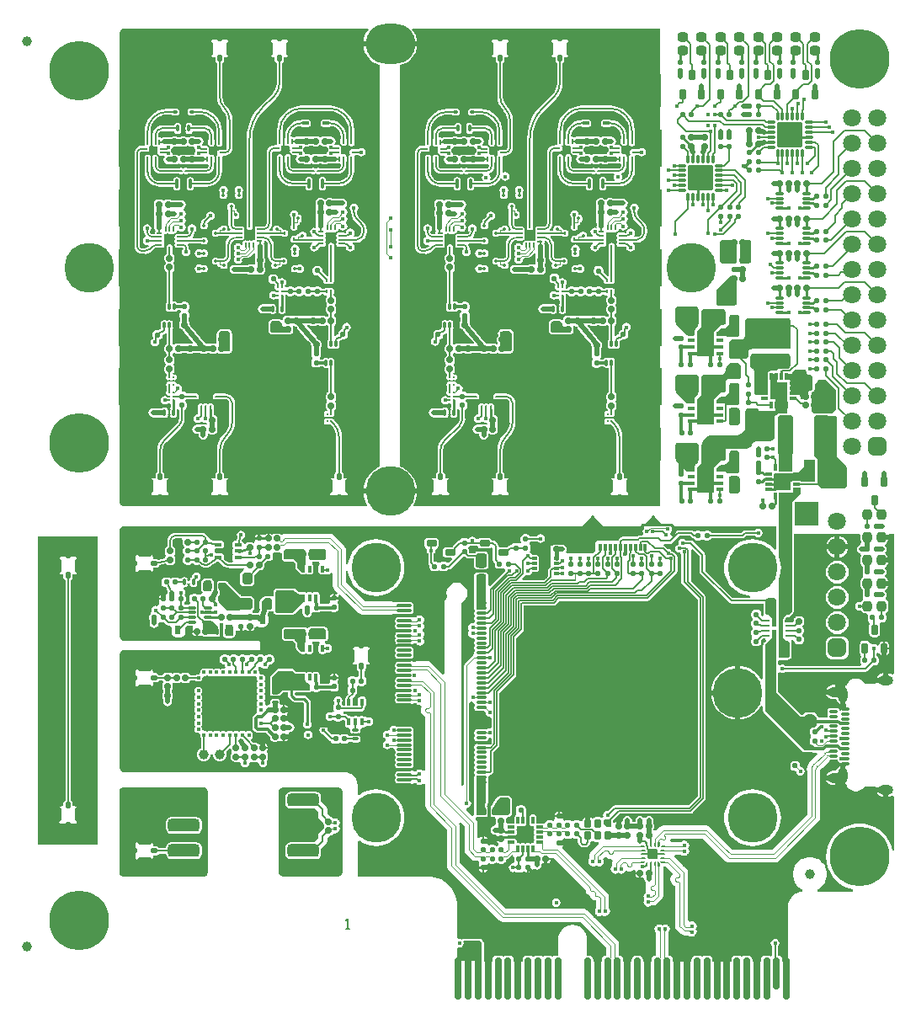
<source format=gtl>
G04*
G04 #@! TF.GenerationSoftware,Altium Limited,Altium Designer,20.1.12 (249)*
G04*
G04 Layer_Physical_Order=1*
G04 Layer_Color=255*
%FSLAX44Y44*%
%MOMM*%
G71*
G04*
G04 #@! TF.SameCoordinates,E03EE8C2-713A-4ADB-83DA-CE9B457F0B9A*
G04*
G04*
G04 #@! TF.FilePolarity,Positive*
G04*
G01*
G75*
%ADD10C,0.1000*%
%ADD11C,0.4000*%
%ADD12C,0.1500*%
%ADD31R,0.6000X0.8500*%
%ADD32R,0.8500X0.6000*%
G04:AMPARAMS|DCode=67|XSize=0.3mm|YSize=0.7mm|CornerRadius=0.075mm|HoleSize=0mm|Usage=FLASHONLY|Rotation=180.000|XOffset=0mm|YOffset=0mm|HoleType=Round|Shape=RoundedRectangle|*
%AMROUNDEDRECTD67*
21,1,0.3000,0.5500,0,0,180.0*
21,1,0.1500,0.7000,0,0,180.0*
1,1,0.1500,-0.0750,0.2750*
1,1,0.1500,0.0750,0.2750*
1,1,0.1500,0.0750,-0.2750*
1,1,0.1500,-0.0750,-0.2750*
%
%ADD67ROUNDEDRECTD67*%
G04:AMPARAMS|DCode=95|XSize=0.25mm|YSize=0.25mm|CornerRadius=0.0313mm|HoleSize=0mm|Usage=FLASHONLY|Rotation=180.000|XOffset=0mm|YOffset=0mm|HoleType=Round|Shape=RoundedRectangle|*
%AMROUNDEDRECTD95*
21,1,0.2500,0.1875,0,0,180.0*
21,1,0.1875,0.2500,0,0,180.0*
1,1,0.0625,-0.0938,0.0938*
1,1,0.0625,0.0938,0.0938*
1,1,0.0625,0.0938,-0.0938*
1,1,0.0625,-0.0938,-0.0938*
%
%ADD95ROUNDEDRECTD95*%
G04:AMPARAMS|DCode=107|XSize=0.25mm|YSize=0.18mm|CornerRadius=0.0225mm|HoleSize=0mm|Usage=FLASHONLY|Rotation=0.000|XOffset=0mm|YOffset=0mm|HoleType=Round|Shape=RoundedRectangle|*
%AMROUNDEDRECTD107*
21,1,0.2500,0.1350,0,0,0.0*
21,1,0.2050,0.1800,0,0,0.0*
1,1,0.0450,0.1025,-0.0675*
1,1,0.0450,-0.1025,-0.0675*
1,1,0.0450,-0.1025,0.0675*
1,1,0.0450,0.1025,0.0675*
%
%ADD107ROUNDEDRECTD107*%
%ADD110C,0.2500*%
G04:AMPARAMS|DCode=168|XSize=0.6mm|YSize=0.6mm|CornerRadius=0.15mm|HoleSize=0mm|Usage=FLASHONLY|Rotation=270.000|XOffset=0mm|YOffset=0mm|HoleType=Round|Shape=RoundedRectangle|*
%AMROUNDEDRECTD168*
21,1,0.6000,0.3000,0,0,270.0*
21,1,0.3000,0.6000,0,0,270.0*
1,1,0.3000,-0.1500,-0.1500*
1,1,0.3000,-0.1500,0.1500*
1,1,0.3000,0.1500,0.1500*
1,1,0.3000,0.1500,-0.1500*
%
%ADD168ROUNDEDRECTD168*%
%ADD207C,1.8000*%
%ADD215C,0.1200*%
%ADD216C,0.5000*%
G04:AMPARAMS|DCode=217|XSize=0.55mm|YSize=0.5mm|CornerRadius=0.125mm|HoleSize=0mm|Usage=FLASHONLY|Rotation=90.000|XOffset=0mm|YOffset=0mm|HoleType=Round|Shape=RoundedRectangle|*
%AMROUNDEDRECTD217*
21,1,0.5500,0.2500,0,0,90.0*
21,1,0.3000,0.5000,0,0,90.0*
1,1,0.2500,0.1250,0.1500*
1,1,0.2500,0.1250,-0.1500*
1,1,0.2500,-0.1250,-0.1500*
1,1,0.2500,-0.1250,0.1500*
%
%ADD217ROUNDEDRECTD217*%
G04:AMPARAMS|DCode=218|XSize=1.5mm|YSize=0.6mm|CornerRadius=0.15mm|HoleSize=0mm|Usage=FLASHONLY|Rotation=270.000|XOffset=0mm|YOffset=0mm|HoleType=Round|Shape=RoundedRectangle|*
%AMROUNDEDRECTD218*
21,1,1.5000,0.3000,0,0,270.0*
21,1,1.2000,0.6000,0,0,270.0*
1,1,0.3000,-0.1500,-0.6000*
1,1,0.3000,-0.1500,0.6000*
1,1,0.3000,0.1500,0.6000*
1,1,0.3000,0.1500,-0.6000*
%
%ADD218ROUNDEDRECTD218*%
G04:AMPARAMS|DCode=219|XSize=0.65mm|YSize=0.5mm|CornerRadius=0.125mm|HoleSize=0mm|Usage=FLASHONLY|Rotation=90.000|XOffset=0mm|YOffset=0mm|HoleType=Round|Shape=RoundedRectangle|*
%AMROUNDEDRECTD219*
21,1,0.6500,0.2500,0,0,90.0*
21,1,0.4000,0.5000,0,0,90.0*
1,1,0.2500,0.1250,0.2000*
1,1,0.2500,0.1250,-0.2000*
1,1,0.2500,-0.1250,-0.2000*
1,1,0.2500,-0.1250,0.2000*
%
%ADD219ROUNDEDRECTD219*%
G04:AMPARAMS|DCode=220|XSize=0.55mm|YSize=0.5mm|CornerRadius=0.125mm|HoleSize=0mm|Usage=FLASHONLY|Rotation=180.000|XOffset=0mm|YOffset=0mm|HoleType=Round|Shape=RoundedRectangle|*
%AMROUNDEDRECTD220*
21,1,0.5500,0.2500,0,0,180.0*
21,1,0.3000,0.5000,0,0,180.0*
1,1,0.2500,-0.1500,0.1250*
1,1,0.2500,0.1500,0.1250*
1,1,0.2500,0.1500,-0.1250*
1,1,0.2500,-0.1500,-0.1250*
%
%ADD220ROUNDEDRECTD220*%
G04:AMPARAMS|DCode=221|XSize=1.5mm|YSize=0.6mm|CornerRadius=0.15mm|HoleSize=0mm|Usage=FLASHONLY|Rotation=0.000|XOffset=0mm|YOffset=0mm|HoleType=Round|Shape=RoundedRectangle|*
%AMROUNDEDRECTD221*
21,1,1.5000,0.3000,0,0,0.0*
21,1,1.2000,0.6000,0,0,0.0*
1,1,0.3000,0.6000,-0.1500*
1,1,0.3000,-0.6000,-0.1500*
1,1,0.3000,-0.6000,0.1500*
1,1,0.3000,0.6000,0.1500*
%
%ADD221ROUNDEDRECTD221*%
G04:AMPARAMS|DCode=222|XSize=0.65mm|YSize=0.5mm|CornerRadius=0.125mm|HoleSize=0mm|Usage=FLASHONLY|Rotation=180.000|XOffset=0mm|YOffset=0mm|HoleType=Round|Shape=RoundedRectangle|*
%AMROUNDEDRECTD222*
21,1,0.6500,0.2500,0,0,180.0*
21,1,0.4000,0.5000,0,0,180.0*
1,1,0.2500,-0.2000,0.1250*
1,1,0.2500,0.2000,0.1250*
1,1,0.2500,0.2000,-0.1250*
1,1,0.2500,-0.2000,-0.1250*
%
%ADD222ROUNDEDRECTD222*%
G04:AMPARAMS|DCode=223|XSize=1mm|YSize=1mm|CornerRadius=0.075mm|HoleSize=0mm|Usage=FLASHONLY|Rotation=0.000|XOffset=0mm|YOffset=0mm|HoleType=Round|Shape=RoundedRectangle|*
%AMROUNDEDRECTD223*
21,1,1.0000,0.8500,0,0,0.0*
21,1,0.8500,1.0000,0,0,0.0*
1,1,0.1500,0.4250,-0.4250*
1,1,0.1500,-0.4250,-0.4250*
1,1,0.1500,-0.4250,0.4250*
1,1,0.1500,0.4250,0.4250*
%
%ADD223ROUNDEDRECTD223*%
G04:AMPARAMS|DCode=224|XSize=0.5mm|YSize=0.2mm|CornerRadius=0.055mm|HoleSize=0mm|Usage=FLASHONLY|Rotation=90.000|XOffset=0mm|YOffset=0mm|HoleType=Round|Shape=RoundedRectangle|*
%AMROUNDEDRECTD224*
21,1,0.5000,0.0900,0,0,90.0*
21,1,0.3900,0.2000,0,0,90.0*
1,1,0.1100,0.0450,0.1950*
1,1,0.1100,0.0450,-0.1950*
1,1,0.1100,-0.0450,-0.1950*
1,1,0.1100,-0.0450,0.1950*
%
%ADD224ROUNDEDRECTD224*%
G04:AMPARAMS|DCode=225|XSize=0.5mm|YSize=0.2mm|CornerRadius=0.055mm|HoleSize=0mm|Usage=FLASHONLY|Rotation=0.000|XOffset=0mm|YOffset=0mm|HoleType=Round|Shape=RoundedRectangle|*
%AMROUNDEDRECTD225*
21,1,0.5000,0.0900,0,0,0.0*
21,1,0.3900,0.2000,0,0,0.0*
1,1,0.1100,0.1950,-0.0450*
1,1,0.1100,-0.1950,-0.0450*
1,1,0.1100,-0.1950,0.0450*
1,1,0.1100,0.1950,0.0450*
%
%ADD225ROUNDEDRECTD225*%
%ADD226C,0.0254*%
G04:AMPARAMS|DCode=227|XSize=0.55mm|YSize=0.55mm|CornerRadius=0.1375mm|HoleSize=0mm|Usage=FLASHONLY|Rotation=180.000|XOffset=0mm|YOffset=0mm|HoleType=Round|Shape=RoundedRectangle|*
%AMROUNDEDRECTD227*
21,1,0.5500,0.2750,0,0,180.0*
21,1,0.2750,0.5500,0,0,180.0*
1,1,0.2750,-0.1375,0.1375*
1,1,0.2750,0.1375,0.1375*
1,1,0.2750,0.1375,-0.1375*
1,1,0.2750,-0.1375,-0.1375*
%
%ADD227ROUNDEDRECTD227*%
G04:AMPARAMS|DCode=228|XSize=0.3mm|YSize=0.6mm|CornerRadius=0.075mm|HoleSize=0mm|Usage=FLASHONLY|Rotation=90.000|XOffset=0mm|YOffset=0mm|HoleType=Round|Shape=RoundedRectangle|*
%AMROUNDEDRECTD228*
21,1,0.3000,0.4500,0,0,90.0*
21,1,0.1500,0.6000,0,0,90.0*
1,1,0.1500,0.2250,0.0750*
1,1,0.1500,0.2250,-0.0750*
1,1,0.1500,-0.2250,-0.0750*
1,1,0.1500,-0.2250,0.0750*
%
%ADD228ROUNDEDRECTD228*%
G04:AMPARAMS|DCode=229|XSize=0.3mm|YSize=0.25mm|CornerRadius=0.0625mm|HoleSize=0mm|Usage=FLASHONLY|Rotation=90.000|XOffset=0mm|YOffset=0mm|HoleType=Round|Shape=RoundedRectangle|*
%AMROUNDEDRECTD229*
21,1,0.3000,0.1250,0,0,90.0*
21,1,0.1750,0.2500,0,0,90.0*
1,1,0.1250,0.0625,0.0875*
1,1,0.1250,0.0625,-0.0875*
1,1,0.1250,-0.0625,-0.0875*
1,1,0.1250,-0.0625,0.0875*
%
%ADD229ROUNDEDRECTD229*%
G04:AMPARAMS|DCode=230|XSize=0.75mm|YSize=0.4mm|CornerRadius=0.1mm|HoleSize=0mm|Usage=FLASHONLY|Rotation=270.000|XOffset=0mm|YOffset=0mm|HoleType=Round|Shape=RoundedRectangle|*
%AMROUNDEDRECTD230*
21,1,0.7500,0.2000,0,0,270.0*
21,1,0.5500,0.4000,0,0,270.0*
1,1,0.2000,-0.1000,-0.2750*
1,1,0.2000,-0.1000,0.2750*
1,1,0.2000,0.1000,0.2750*
1,1,0.2000,0.1000,-0.2750*
%
%ADD230ROUNDEDRECTD230*%
G04:AMPARAMS|DCode=231|XSize=0.55mm|YSize=0.55mm|CornerRadius=0.1375mm|HoleSize=0mm|Usage=FLASHONLY|Rotation=90.000|XOffset=0mm|YOffset=0mm|HoleType=Round|Shape=RoundedRectangle|*
%AMROUNDEDRECTD231*
21,1,0.5500,0.2750,0,0,90.0*
21,1,0.2750,0.5500,0,0,90.0*
1,1,0.2750,0.1375,0.1375*
1,1,0.2750,0.1375,-0.1375*
1,1,0.2750,-0.1375,-0.1375*
1,1,0.2750,-0.1375,0.1375*
%
%ADD231ROUNDEDRECTD231*%
G04:AMPARAMS|DCode=232|XSize=0.6mm|YSize=0.6mm|CornerRadius=0.15mm|HoleSize=0mm|Usage=FLASHONLY|Rotation=0.000|XOffset=0mm|YOffset=0mm|HoleType=Round|Shape=RoundedRectangle|*
%AMROUNDEDRECTD232*
21,1,0.6000,0.3000,0,0,0.0*
21,1,0.3000,0.6000,0,0,0.0*
1,1,0.3000,0.1500,-0.1500*
1,1,0.3000,-0.1500,-0.1500*
1,1,0.3000,-0.1500,0.1500*
1,1,0.3000,0.1500,0.1500*
%
%ADD232ROUNDEDRECTD232*%
G04:AMPARAMS|DCode=233|XSize=0.75mm|YSize=0.26mm|CornerRadius=0.065mm|HoleSize=0mm|Usage=FLASHONLY|Rotation=180.000|XOffset=0mm|YOffset=0mm|HoleType=Round|Shape=RoundedRectangle|*
%AMROUNDEDRECTD233*
21,1,0.7500,0.1300,0,0,180.0*
21,1,0.6200,0.2600,0,0,180.0*
1,1,0.1300,-0.3100,0.0650*
1,1,0.1300,0.3100,0.0650*
1,1,0.1300,0.3100,-0.0650*
1,1,0.1300,-0.3100,-0.0650*
%
%ADD233ROUNDEDRECTD233*%
G04:AMPARAMS|DCode=234|XSize=0.75mm|YSize=0.26mm|CornerRadius=0.065mm|HoleSize=0mm|Usage=FLASHONLY|Rotation=270.000|XOffset=0mm|YOffset=0mm|HoleType=Round|Shape=RoundedRectangle|*
%AMROUNDEDRECTD234*
21,1,0.7500,0.1300,0,0,270.0*
21,1,0.6200,0.2600,0,0,270.0*
1,1,0.1300,-0.0650,-0.3100*
1,1,0.1300,-0.0650,0.3100*
1,1,0.1300,0.0650,0.3100*
1,1,0.1300,0.0650,-0.3100*
%
%ADD234ROUNDEDRECTD234*%
G04:AMPARAMS|DCode=235|XSize=1.5mm|YSize=4mm|CornerRadius=0.225mm|HoleSize=0mm|Usage=FLASHONLY|Rotation=90.000|XOffset=0mm|YOffset=0mm|HoleType=Round|Shape=RoundedRectangle|*
%AMROUNDEDRECTD235*
21,1,1.5000,3.5500,0,0,90.0*
21,1,1.0500,4.0000,0,0,90.0*
1,1,0.4500,1.7750,0.5250*
1,1,0.4500,1.7750,-0.5250*
1,1,0.4500,-1.7750,-0.5250*
1,1,0.4500,-1.7750,0.5250*
%
%ADD235ROUNDEDRECTD235*%
G04:AMPARAMS|DCode=236|XSize=0.95mm|YSize=1mm|CornerRadius=0.2375mm|HoleSize=0mm|Usage=FLASHONLY|Rotation=90.000|XOffset=0mm|YOffset=0mm|HoleType=Round|Shape=RoundedRectangle|*
%AMROUNDEDRECTD236*
21,1,0.9500,0.5250,0,0,90.0*
21,1,0.4750,1.0000,0,0,90.0*
1,1,0.4750,0.2625,0.2375*
1,1,0.4750,0.2625,-0.2375*
1,1,0.4750,-0.2625,-0.2375*
1,1,0.4750,-0.2625,0.2375*
%
%ADD236ROUNDEDRECTD236*%
G04:AMPARAMS|DCode=237|XSize=0.95mm|YSize=1mm|CornerRadius=0.2375mm|HoleSize=0mm|Usage=FLASHONLY|Rotation=180.000|XOffset=0mm|YOffset=0mm|HoleType=Round|Shape=RoundedRectangle|*
%AMROUNDEDRECTD237*
21,1,0.9500,0.5250,0,0,180.0*
21,1,0.4750,1.0000,0,0,180.0*
1,1,0.4750,-0.2375,0.2625*
1,1,0.4750,0.2375,0.2625*
1,1,0.4750,0.2375,-0.2625*
1,1,0.4750,-0.2375,-0.2625*
%
%ADD237ROUNDEDRECTD237*%
G04:AMPARAMS|DCode=238|XSize=0.6mm|YSize=0.6mm|CornerRadius=0.147mm|HoleSize=0mm|Usage=FLASHONLY|Rotation=180.000|XOffset=0mm|YOffset=0mm|HoleType=Round|Shape=RoundedRectangle|*
%AMROUNDEDRECTD238*
21,1,0.6000,0.3060,0,0,180.0*
21,1,0.3060,0.6000,0,0,180.0*
1,1,0.2940,-0.1530,0.1530*
1,1,0.2940,0.1530,0.1530*
1,1,0.2940,0.1530,-0.1530*
1,1,0.2940,-0.1530,-0.1530*
%
%ADD238ROUNDEDRECTD238*%
G04:AMPARAMS|DCode=239|XSize=0.55mm|YSize=0.2mm|CornerRadius=0.048mm|HoleSize=0mm|Usage=FLASHONLY|Rotation=180.000|XOffset=0mm|YOffset=0mm|HoleType=Round|Shape=RoundedRectangle|*
%AMROUNDEDRECTD239*
21,1,0.5500,0.1040,0,0,180.0*
21,1,0.4540,0.2000,0,0,180.0*
1,1,0.0960,-0.2270,0.0520*
1,1,0.0960,0.2270,0.0520*
1,1,0.0960,0.2270,-0.0520*
1,1,0.0960,-0.2270,-0.0520*
%
%ADD239ROUNDEDRECTD239*%
G04:AMPARAMS|DCode=240|XSize=0.55mm|YSize=0.2mm|CornerRadius=0.048mm|HoleSize=0mm|Usage=FLASHONLY|Rotation=270.000|XOffset=0mm|YOffset=0mm|HoleType=Round|Shape=RoundedRectangle|*
%AMROUNDEDRECTD240*
21,1,0.5500,0.1040,0,0,270.0*
21,1,0.4540,0.2000,0,0,270.0*
1,1,0.0960,-0.0520,-0.2270*
1,1,0.0960,-0.0520,0.2270*
1,1,0.0960,0.0520,0.2270*
1,1,0.0960,0.0520,-0.2270*
%
%ADD240ROUNDEDRECTD240*%
G04:AMPARAMS|DCode=241|XSize=1mm|YSize=1mm|CornerRadius=0.05mm|HoleSize=0mm|Usage=FLASHONLY|Rotation=90.000|XOffset=0mm|YOffset=0mm|HoleType=Round|Shape=RoundedRectangle|*
%AMROUNDEDRECTD241*
21,1,1.0000,0.9000,0,0,90.0*
21,1,0.9000,1.0000,0,0,90.0*
1,1,0.1000,0.4500,0.4500*
1,1,0.1000,0.4500,-0.4500*
1,1,0.1000,-0.4500,-0.4500*
1,1,0.1000,-0.4500,0.4500*
%
%ADD241ROUNDEDRECTD241*%
G04:AMPARAMS|DCode=242|XSize=0.6mm|YSize=0.3mm|CornerRadius=0.078mm|HoleSize=0mm|Usage=FLASHONLY|Rotation=270.000|XOffset=0mm|YOffset=0mm|HoleType=Round|Shape=RoundedRectangle|*
%AMROUNDEDRECTD242*
21,1,0.6000,0.1440,0,0,270.0*
21,1,0.4440,0.3000,0,0,270.0*
1,1,0.1560,-0.0720,-0.2220*
1,1,0.1560,-0.0720,0.2220*
1,1,0.1560,0.0720,0.2220*
1,1,0.1560,0.0720,-0.2220*
%
%ADD242ROUNDEDRECTD242*%
G04:AMPARAMS|DCode=243|XSize=0.8mm|YSize=1.6mm|CornerRadius=0.08mm|HoleSize=0mm|Usage=FLASHONLY|Rotation=90.000|XOffset=0mm|YOffset=0mm|HoleType=Round|Shape=RoundedRectangle|*
%AMROUNDEDRECTD243*
21,1,0.8000,1.4400,0,0,90.0*
21,1,0.6400,1.6000,0,0,90.0*
1,1,0.1600,0.7200,0.3200*
1,1,0.1600,0.7200,-0.3200*
1,1,0.1600,-0.7200,-0.3200*
1,1,0.1600,-0.7200,0.3200*
%
%ADD243ROUNDEDRECTD243*%
G04:AMPARAMS|DCode=244|XSize=0.8mm|YSize=0.8mm|CornerRadius=0.06mm|HoleSize=0mm|Usage=FLASHONLY|Rotation=180.000|XOffset=0mm|YOffset=0mm|HoleType=Round|Shape=RoundedRectangle|*
%AMROUNDEDRECTD244*
21,1,0.8000,0.6800,0,0,180.0*
21,1,0.6800,0.8000,0,0,180.0*
1,1,0.1200,-0.3400,0.3400*
1,1,0.1200,0.3400,0.3400*
1,1,0.1200,0.3400,-0.3400*
1,1,0.1200,-0.3400,-0.3400*
%
%ADD244ROUNDEDRECTD244*%
G04:AMPARAMS|DCode=245|XSize=0.325mm|YSize=0.325mm|CornerRadius=0.0569mm|HoleSize=0mm|Usage=FLASHONLY|Rotation=180.000|XOffset=0mm|YOffset=0mm|HoleType=Round|Shape=RoundedRectangle|*
%AMROUNDEDRECTD245*
21,1,0.3250,0.2112,0,0,180.0*
21,1,0.2112,0.3250,0,0,180.0*
1,1,0.1138,-0.1056,0.1056*
1,1,0.1138,0.1056,0.1056*
1,1,0.1138,0.1056,-0.1056*
1,1,0.1138,-0.1056,-0.1056*
%
%ADD245ROUNDEDRECTD245*%
G04:AMPARAMS|DCode=246|XSize=0.325mm|YSize=0.325mm|CornerRadius=0.0569mm|HoleSize=0mm|Usage=FLASHONLY|Rotation=270.000|XOffset=0mm|YOffset=0mm|HoleType=Round|Shape=RoundedRectangle|*
%AMROUNDEDRECTD246*
21,1,0.3250,0.2112,0,0,270.0*
21,1,0.2112,0.3250,0,0,270.0*
1,1,0.1138,-0.1056,-0.1056*
1,1,0.1138,-0.1056,0.1056*
1,1,0.1138,0.1056,0.1056*
1,1,0.1138,0.1056,-0.1056*
%
%ADD246ROUNDEDRECTD246*%
G04:AMPARAMS|DCode=247|XSize=0.275mm|YSize=0.95mm|CornerRadius=0.0688mm|HoleSize=0mm|Usage=FLASHONLY|Rotation=0.000|XOffset=0mm|YOffset=0mm|HoleType=Round|Shape=RoundedRectangle|*
%AMROUNDEDRECTD247*
21,1,0.2750,0.8125,0,0,0.0*
21,1,0.1375,0.9500,0,0,0.0*
1,1,0.1375,0.0688,-0.4063*
1,1,0.1375,-0.0688,-0.4063*
1,1,0.1375,-0.0688,0.4063*
1,1,0.1375,0.0688,0.4063*
%
%ADD247ROUNDEDRECTD247*%
G04:AMPARAMS|DCode=248|XSize=0.2mm|YSize=0.275mm|CornerRadius=0.05mm|HoleSize=0mm|Usage=FLASHONLY|Rotation=90.000|XOffset=0mm|YOffset=0mm|HoleType=Round|Shape=RoundedRectangle|*
%AMROUNDEDRECTD248*
21,1,0.2000,0.1750,0,0,90.0*
21,1,0.1000,0.2750,0,0,90.0*
1,1,0.1000,0.0875,0.0500*
1,1,0.1000,0.0875,-0.0500*
1,1,0.1000,-0.0875,-0.0500*
1,1,0.1000,-0.0875,0.0500*
%
%ADD248ROUNDEDRECTD248*%
G04:AMPARAMS|DCode=249|XSize=0.5mm|YSize=0.3mm|CornerRadius=0.075mm|HoleSize=0mm|Usage=FLASHONLY|Rotation=180.000|XOffset=0mm|YOffset=0mm|HoleType=Round|Shape=RoundedRectangle|*
%AMROUNDEDRECTD249*
21,1,0.5000,0.1500,0,0,180.0*
21,1,0.3500,0.3000,0,0,180.0*
1,1,0.1500,-0.1750,0.0750*
1,1,0.1500,0.1750,0.0750*
1,1,0.1500,0.1750,-0.0750*
1,1,0.1500,-0.1750,-0.0750*
%
%ADD249ROUNDEDRECTD249*%
G04:AMPARAMS|DCode=250|XSize=0.275mm|YSize=0.7mm|CornerRadius=0.0688mm|HoleSize=0mm|Usage=FLASHONLY|Rotation=180.000|XOffset=0mm|YOffset=0mm|HoleType=Round|Shape=RoundedRectangle|*
%AMROUNDEDRECTD250*
21,1,0.2750,0.5625,0,0,180.0*
21,1,0.1375,0.7000,0,0,180.0*
1,1,0.1375,-0.0688,0.2813*
1,1,0.1375,0.0688,0.2813*
1,1,0.1375,0.0688,-0.2813*
1,1,0.1375,-0.0688,-0.2813*
%
%ADD250ROUNDEDRECTD250*%
G04:AMPARAMS|DCode=251|XSize=0.7mm|YSize=0.3mm|CornerRadius=0.075mm|HoleSize=0mm|Usage=FLASHONLY|Rotation=180.000|XOffset=0mm|YOffset=0mm|HoleType=Round|Shape=RoundedRectangle|*
%AMROUNDEDRECTD251*
21,1,0.7000,0.1500,0,0,180.0*
21,1,0.5500,0.3000,0,0,180.0*
1,1,0.1500,-0.2750,0.0750*
1,1,0.1500,0.2750,0.0750*
1,1,0.1500,0.2750,-0.0750*
1,1,0.1500,-0.2750,-0.0750*
%
%ADD251ROUNDEDRECTD251*%
G04:AMPARAMS|DCode=252|XSize=0.3mm|YSize=0.6mm|CornerRadius=0.075mm|HoleSize=0mm|Usage=FLASHONLY|Rotation=180.000|XOffset=0mm|YOffset=0mm|HoleType=Round|Shape=RoundedRectangle|*
%AMROUNDEDRECTD252*
21,1,0.3000,0.4500,0,0,180.0*
21,1,0.1500,0.6000,0,0,180.0*
1,1,0.1500,-0.0750,0.2250*
1,1,0.1500,0.0750,0.2250*
1,1,0.1500,0.0750,-0.2250*
1,1,0.1500,-0.0750,-0.2250*
%
%ADD252ROUNDEDRECTD252*%
G04:AMPARAMS|DCode=253|XSize=0.3mm|YSize=0.25mm|CornerRadius=0.0625mm|HoleSize=0mm|Usage=FLASHONLY|Rotation=180.000|XOffset=0mm|YOffset=0mm|HoleType=Round|Shape=RoundedRectangle|*
%AMROUNDEDRECTD253*
21,1,0.3000,0.1250,0,0,180.0*
21,1,0.1750,0.2500,0,0,180.0*
1,1,0.1250,-0.0875,0.0625*
1,1,0.1250,0.0875,0.0625*
1,1,0.1250,0.0875,-0.0625*
1,1,0.1250,-0.0875,-0.0625*
%
%ADD253ROUNDEDRECTD253*%
G04:AMPARAMS|DCode=254|XSize=0.75mm|YSize=0.4mm|CornerRadius=0.1mm|HoleSize=0mm|Usage=FLASHONLY|Rotation=0.000|XOffset=0mm|YOffset=0mm|HoleType=Round|Shape=RoundedRectangle|*
%AMROUNDEDRECTD254*
21,1,0.7500,0.2000,0,0,0.0*
21,1,0.5500,0.4000,0,0,0.0*
1,1,0.2000,0.2750,-0.1000*
1,1,0.2000,-0.2750,-0.1000*
1,1,0.2000,-0.2750,0.1000*
1,1,0.2000,0.2750,0.1000*
%
%ADD254ROUNDEDRECTD254*%
G04:AMPARAMS|DCode=255|XSize=1.05mm|YSize=1.15mm|CornerRadius=0.2625mm|HoleSize=0mm|Usage=FLASHONLY|Rotation=180.000|XOffset=0mm|YOffset=0mm|HoleType=Round|Shape=RoundedRectangle|*
%AMROUNDEDRECTD255*
21,1,1.0500,0.6250,0,0,180.0*
21,1,0.5250,1.1500,0,0,180.0*
1,1,0.5250,-0.2625,0.3125*
1,1,0.5250,0.2625,0.3125*
1,1,0.5250,0.2625,-0.3125*
1,1,0.5250,-0.2625,-0.3125*
%
%ADD255ROUNDEDRECTD255*%
G04:AMPARAMS|DCode=256|XSize=0.3mm|YSize=1mm|CornerRadius=0.075mm|HoleSize=0mm|Usage=FLASHONLY|Rotation=180.000|XOffset=0mm|YOffset=0mm|HoleType=Round|Shape=RoundedRectangle|*
%AMROUNDEDRECTD256*
21,1,0.3000,0.8500,0,0,180.0*
21,1,0.1500,1.0000,0,0,180.0*
1,1,0.1500,-0.0750,0.4250*
1,1,0.1500,0.0750,0.4250*
1,1,0.1500,0.0750,-0.4250*
1,1,0.1500,-0.0750,-0.4250*
%
%ADD256ROUNDEDRECTD256*%
G04:AMPARAMS|DCode=257|XSize=1.1mm|YSize=0.65mm|CornerRadius=0.1625mm|HoleSize=0mm|Usage=FLASHONLY|Rotation=180.000|XOffset=0mm|YOffset=0mm|HoleType=Round|Shape=RoundedRectangle|*
%AMROUNDEDRECTD257*
21,1,1.1000,0.3250,0,0,180.0*
21,1,0.7750,0.6500,0,0,180.0*
1,1,0.3250,-0.3875,0.1625*
1,1,0.3250,0.3875,0.1625*
1,1,0.3250,0.3875,-0.1625*
1,1,0.3250,-0.3875,-0.1625*
%
%ADD257ROUNDEDRECTD257*%
G04:AMPARAMS|DCode=258|XSize=0.95mm|YSize=0.27mm|CornerRadius=0.0675mm|HoleSize=0mm|Usage=FLASHONLY|Rotation=0.000|XOffset=0mm|YOffset=0mm|HoleType=Round|Shape=RoundedRectangle|*
%AMROUNDEDRECTD258*
21,1,0.9500,0.1350,0,0,0.0*
21,1,0.8150,0.2700,0,0,0.0*
1,1,0.1350,0.4075,-0.0675*
1,1,0.1350,-0.4075,-0.0675*
1,1,0.1350,-0.4075,0.0675*
1,1,0.1350,0.4075,0.0675*
%
%ADD258ROUNDEDRECTD258*%
G04:AMPARAMS|DCode=259|XSize=0.85mm|YSize=0.27mm|CornerRadius=0.0675mm|HoleSize=0mm|Usage=FLASHONLY|Rotation=0.000|XOffset=0mm|YOffset=0mm|HoleType=Round|Shape=RoundedRectangle|*
%AMROUNDEDRECTD259*
21,1,0.8500,0.1350,0,0,0.0*
21,1,0.7150,0.2700,0,0,0.0*
1,1,0.1350,0.3575,-0.0675*
1,1,0.1350,-0.3575,-0.0675*
1,1,0.1350,-0.3575,0.0675*
1,1,0.1350,0.3575,0.0675*
%
%ADD259ROUNDEDRECTD259*%
G04:AMPARAMS|DCode=260|XSize=0.6mm|YSize=0.6mm|CornerRadius=0.147mm|HoleSize=0mm|Usage=FLASHONLY|Rotation=90.000|XOffset=0mm|YOffset=0mm|HoleType=Round|Shape=RoundedRectangle|*
%AMROUNDEDRECTD260*
21,1,0.6000,0.3060,0,0,90.0*
21,1,0.3060,0.6000,0,0,90.0*
1,1,0.2940,0.1530,0.1530*
1,1,0.2940,0.1530,-0.1530*
1,1,0.2940,-0.1530,-0.1530*
1,1,0.2940,-0.1530,0.1530*
%
%ADD260ROUNDEDRECTD260*%
G04:AMPARAMS|DCode=261|XSize=1.75mm|YSize=2.5mm|CornerRadius=0.0875mm|HoleSize=0mm|Usage=FLASHONLY|Rotation=0.000|XOffset=0mm|YOffset=0mm|HoleType=Round|Shape=RoundedRectangle|*
%AMROUNDEDRECTD261*
21,1,1.7500,2.3250,0,0,0.0*
21,1,1.5750,2.5000,0,0,0.0*
1,1,0.1750,0.7875,-1.1625*
1,1,0.1750,-0.7875,-1.1625*
1,1,0.1750,-0.7875,1.1625*
1,1,0.1750,0.7875,1.1625*
%
%ADD261ROUNDEDRECTD261*%
G04:AMPARAMS|DCode=262|XSize=0.7mm|YSize=0.35mm|CornerRadius=0.084mm|HoleSize=0mm|Usage=FLASHONLY|Rotation=0.000|XOffset=0mm|YOffset=0mm|HoleType=Round|Shape=RoundedRectangle|*
%AMROUNDEDRECTD262*
21,1,0.7000,0.1820,0,0,0.0*
21,1,0.5320,0.3500,0,0,0.0*
1,1,0.1680,0.2660,-0.0910*
1,1,0.1680,-0.2660,-0.0910*
1,1,0.1680,-0.2660,0.0910*
1,1,0.1680,0.2660,0.0910*
%
%ADD262ROUNDEDRECTD262*%
G04:AMPARAMS|DCode=263|XSize=0.2mm|YSize=1.6mm|CornerRadius=0.05mm|HoleSize=0mm|Usage=FLASHONLY|Rotation=0.000|XOffset=0mm|YOffset=0mm|HoleType=Round|Shape=RoundedRectangle|*
%AMROUNDEDRECTD263*
21,1,0.2000,1.5000,0,0,0.0*
21,1,0.1000,1.6000,0,0,0.0*
1,1,0.1000,0.0500,-0.7500*
1,1,0.1000,-0.0500,-0.7500*
1,1,0.1000,-0.0500,0.7500*
1,1,0.1000,0.0500,0.7500*
%
%ADD263ROUNDEDRECTD263*%
G04:AMPARAMS|DCode=264|XSize=0.59mm|YSize=0.35mm|CornerRadius=0.0892mm|HoleSize=0mm|Usage=FLASHONLY|Rotation=0.000|XOffset=0mm|YOffset=0mm|HoleType=Round|Shape=RoundedRectangle|*
%AMROUNDEDRECTD264*
21,1,0.5900,0.1715,0,0,0.0*
21,1,0.4115,0.3500,0,0,0.0*
1,1,0.1785,0.2058,-0.0858*
1,1,0.1785,-0.2058,-0.0858*
1,1,0.1785,-0.2058,0.0858*
1,1,0.1785,0.2058,0.0858*
%
%ADD264ROUNDEDRECTD264*%
G04:AMPARAMS|DCode=265|XSize=1.75mm|YSize=2.5mm|CornerRadius=0.0875mm|HoleSize=0mm|Usage=FLASHONLY|Rotation=90.000|XOffset=0mm|YOffset=0mm|HoleType=Round|Shape=RoundedRectangle|*
%AMROUNDEDRECTD265*
21,1,1.7500,2.3250,0,0,90.0*
21,1,1.5750,2.5000,0,0,90.0*
1,1,0.1750,1.1625,0.7875*
1,1,0.1750,1.1625,-0.7875*
1,1,0.1750,-1.1625,-0.7875*
1,1,0.1750,-1.1625,0.7875*
%
%ADD265ROUNDEDRECTD265*%
G04:AMPARAMS|DCode=266|XSize=0.7mm|YSize=0.35mm|CornerRadius=0.084mm|HoleSize=0mm|Usage=FLASHONLY|Rotation=90.000|XOffset=0mm|YOffset=0mm|HoleType=Round|Shape=RoundedRectangle|*
%AMROUNDEDRECTD266*
21,1,0.7000,0.1820,0,0,90.0*
21,1,0.5320,0.3500,0,0,90.0*
1,1,0.1680,0.0910,0.2660*
1,1,0.1680,0.0910,-0.2660*
1,1,0.1680,-0.0910,-0.2660*
1,1,0.1680,-0.0910,0.2660*
%
%ADD266ROUNDEDRECTD266*%
G04:AMPARAMS|DCode=267|XSize=0.5mm|YSize=0.5mm|CornerRadius=0.1mm|HoleSize=0mm|Usage=FLASHONLY|Rotation=270.000|XOffset=0mm|YOffset=0mm|HoleType=Round|Shape=RoundedRectangle|*
%AMROUNDEDRECTD267*
21,1,0.5000,0.3000,0,0,270.0*
21,1,0.3000,0.5000,0,0,270.0*
1,1,0.2000,-0.1500,-0.1500*
1,1,0.2000,-0.1500,0.1500*
1,1,0.2000,0.1500,0.1500*
1,1,0.2000,0.1500,-0.1500*
%
%ADD267ROUNDEDRECTD267*%
G04:AMPARAMS|DCode=268|XSize=0.4mm|YSize=0.3mm|CornerRadius=0.075mm|HoleSize=0mm|Usage=FLASHONLY|Rotation=270.000|XOffset=0mm|YOffset=0mm|HoleType=Round|Shape=RoundedRectangle|*
%AMROUNDEDRECTD268*
21,1,0.4000,0.1500,0,0,270.0*
21,1,0.2500,0.3000,0,0,270.0*
1,1,0.1500,-0.0750,-0.1250*
1,1,0.1500,-0.0750,0.1250*
1,1,0.1500,0.0750,0.1250*
1,1,0.1500,0.0750,-0.1250*
%
%ADD268ROUNDEDRECTD268*%
G04:AMPARAMS|DCode=269|XSize=0.4mm|YSize=0.3mm|CornerRadius=0.075mm|HoleSize=0mm|Usage=FLASHONLY|Rotation=180.000|XOffset=0mm|YOffset=0mm|HoleType=Round|Shape=RoundedRectangle|*
%AMROUNDEDRECTD269*
21,1,0.4000,0.1500,0,0,180.0*
21,1,0.2500,0.3000,0,0,180.0*
1,1,0.1500,-0.1250,0.0750*
1,1,0.1500,0.1250,0.0750*
1,1,0.1500,0.1250,-0.0750*
1,1,0.1500,-0.1250,-0.0750*
%
%ADD269ROUNDEDRECTD269*%
%ADD270C,1.0000*%
G04:AMPARAMS|DCode=271|XSize=1.27mm|YSize=3.18mm|CornerRadius=0.3175mm|HoleSize=0mm|Usage=FLASHONLY|Rotation=90.000|XOffset=0mm|YOffset=0mm|HoleType=Round|Shape=RoundedRectangle|*
%AMROUNDEDRECTD271*
21,1,1.2700,2.5450,0,0,90.0*
21,1,0.6350,3.1800,0,0,90.0*
1,1,0.6350,1.2725,0.3175*
1,1,0.6350,1.2725,-0.3175*
1,1,0.6350,-1.2725,-0.3175*
1,1,0.6350,-1.2725,0.3175*
%
%ADD271ROUNDEDRECTD271*%
G04:AMPARAMS|DCode=272|XSize=0.3mm|YSize=1.45mm|CornerRadius=0.075mm|HoleSize=0mm|Usage=FLASHONLY|Rotation=90.000|XOffset=0mm|YOffset=0mm|HoleType=Round|Shape=RoundedRectangle|*
%AMROUNDEDRECTD272*
21,1,0.3000,1.3000,0,0,90.0*
21,1,0.1500,1.4500,0,0,90.0*
1,1,0.1500,0.6500,0.0750*
1,1,0.1500,0.6500,-0.0750*
1,1,0.1500,-0.6500,-0.0750*
1,1,0.1500,-0.6500,0.0750*
%
%ADD272ROUNDEDRECTD272*%
G04:AMPARAMS|DCode=273|XSize=0.3mm|YSize=1mm|CornerRadius=0.075mm|HoleSize=0mm|Usage=FLASHONLY|Rotation=90.000|XOffset=0mm|YOffset=0mm|HoleType=Round|Shape=RoundedRectangle|*
%AMROUNDEDRECTD273*
21,1,0.3000,0.8500,0,0,90.0*
21,1,0.1500,1.0000,0,0,90.0*
1,1,0.1500,0.4250,0.0750*
1,1,0.1500,0.4250,-0.0750*
1,1,0.1500,-0.4250,-0.0750*
1,1,0.1500,-0.4250,0.0750*
%
%ADD273ROUNDEDRECTD273*%
G04:AMPARAMS|DCode=274|XSize=1.2mm|YSize=2.7mm|CornerRadius=0.15mm|HoleSize=0mm|Usage=FLASHONLY|Rotation=90.000|XOffset=0mm|YOffset=0mm|HoleType=Round|Shape=RoundedRectangle|*
%AMROUNDEDRECTD274*
21,1,1.2000,2.4000,0,0,90.0*
21,1,0.9000,2.7000,0,0,90.0*
1,1,0.3000,1.2000,0.4500*
1,1,0.3000,1.2000,-0.4500*
1,1,0.3000,-1.2000,-0.4500*
1,1,0.3000,-1.2000,0.4500*
%
%ADD274ROUNDEDRECTD274*%
G04:AMPARAMS|DCode=275|XSize=0.8mm|YSize=0.7mm|CornerRadius=0.1225mm|HoleSize=0mm|Usage=FLASHONLY|Rotation=270.000|XOffset=0mm|YOffset=0mm|HoleType=Round|Shape=RoundedRectangle|*
%AMROUNDEDRECTD275*
21,1,0.8000,0.4550,0,0,270.0*
21,1,0.5550,0.7000,0,0,270.0*
1,1,0.2450,-0.2275,-0.2775*
1,1,0.2450,-0.2275,0.2775*
1,1,0.2450,0.2275,0.2775*
1,1,0.2450,0.2275,-0.2775*
%
%ADD275ROUNDEDRECTD275*%
G04:AMPARAMS|DCode=276|XSize=0.3mm|YSize=0.85mm|CornerRadius=0.075mm|HoleSize=0mm|Usage=FLASHONLY|Rotation=90.000|XOffset=0mm|YOffset=0mm|HoleType=Round|Shape=RoundedRectangle|*
%AMROUNDEDRECTD276*
21,1,0.3000,0.7000,0,0,90.0*
21,1,0.1500,0.8500,0,0,90.0*
1,1,0.1500,0.3500,0.0750*
1,1,0.1500,0.3500,-0.0750*
1,1,0.1500,-0.3500,-0.0750*
1,1,0.1500,-0.3500,0.0750*
%
%ADD276ROUNDEDRECTD276*%
G04:AMPARAMS|DCode=277|XSize=1.05mm|YSize=0.4mm|CornerRadius=0.07mm|HoleSize=0mm|Usage=FLASHONLY|Rotation=90.000|XOffset=0mm|YOffset=0mm|HoleType=Round|Shape=RoundedRectangle|*
%AMROUNDEDRECTD277*
21,1,1.0500,0.2600,0,0,90.0*
21,1,0.9100,0.4000,0,0,90.0*
1,1,0.1400,0.1300,0.4550*
1,1,0.1400,0.1300,-0.4550*
1,1,0.1400,-0.1300,-0.4550*
1,1,0.1400,-0.1300,0.4550*
%
%ADD277ROUNDEDRECTD277*%
G04:AMPARAMS|DCode=278|XSize=0.75mm|YSize=0.22mm|CornerRadius=0.055mm|HoleSize=0mm|Usage=FLASHONLY|Rotation=180.000|XOffset=0mm|YOffset=0mm|HoleType=Round|Shape=RoundedRectangle|*
%AMROUNDEDRECTD278*
21,1,0.7500,0.1100,0,0,180.0*
21,1,0.6400,0.2200,0,0,180.0*
1,1,0.1100,-0.3200,0.0550*
1,1,0.1100,0.3200,0.0550*
1,1,0.1100,0.3200,-0.0550*
1,1,0.1100,-0.3200,-0.0550*
%
%ADD278ROUNDEDRECTD278*%
G04:AMPARAMS|DCode=279|XSize=1.5mm|YSize=4mm|CornerRadius=0.225mm|HoleSize=0mm|Usage=FLASHONLY|Rotation=0.000|XOffset=0mm|YOffset=0mm|HoleType=Round|Shape=RoundedRectangle|*
%AMROUNDEDRECTD279*
21,1,1.5000,3.5500,0,0,0.0*
21,1,1.0500,4.0000,0,0,0.0*
1,1,0.4500,0.5250,-1.7750*
1,1,0.4500,-0.5250,-1.7750*
1,1,0.4500,-0.5250,1.7750*
1,1,0.4500,0.5250,1.7750*
%
%ADD279ROUNDEDRECTD279*%
G04:AMPARAMS|DCode=280|XSize=0.8mm|YSize=0.3mm|CornerRadius=0.072mm|HoleSize=0mm|Usage=FLASHONLY|Rotation=0.000|XOffset=0mm|YOffset=0mm|HoleType=Round|Shape=RoundedRectangle|*
%AMROUNDEDRECTD280*
21,1,0.8000,0.1560,0,0,0.0*
21,1,0.6560,0.3000,0,0,0.0*
1,1,0.1440,0.3280,-0.0780*
1,1,0.1440,-0.3280,-0.0780*
1,1,0.1440,-0.3280,0.0780*
1,1,0.1440,0.3280,0.0780*
%
%ADD280ROUNDEDRECTD280*%
G04:AMPARAMS|DCode=281|XSize=2.5mm|YSize=2.5mm|CornerRadius=0.125mm|HoleSize=0mm|Usage=FLASHONLY|Rotation=0.000|XOffset=0mm|YOffset=0mm|HoleType=Round|Shape=RoundedRectangle|*
%AMROUNDEDRECTD281*
21,1,2.5000,2.2500,0,0,0.0*
21,1,2.2500,2.5000,0,0,0.0*
1,1,0.2500,1.1250,-1.1250*
1,1,0.2500,-1.1250,-1.1250*
1,1,0.2500,-1.1250,1.1250*
1,1,0.2500,1.1250,1.1250*
%
%ADD281ROUNDEDRECTD281*%
G04:AMPARAMS|DCode=282|XSize=0.8mm|YSize=0.26mm|CornerRadius=0.0702mm|HoleSize=0mm|Usage=FLASHONLY|Rotation=90.000|XOffset=0mm|YOffset=0mm|HoleType=Round|Shape=RoundedRectangle|*
%AMROUNDEDRECTD282*
21,1,0.8000,0.1196,0,0,90.0*
21,1,0.6596,0.2600,0,0,90.0*
1,1,0.1404,0.0598,0.3298*
1,1,0.1404,0.0598,-0.3298*
1,1,0.1404,-0.0598,-0.3298*
1,1,0.1404,-0.0598,0.3298*
%
%ADD282ROUNDEDRECTD282*%
G04:AMPARAMS|DCode=283|XSize=0.8mm|YSize=0.26mm|CornerRadius=0.0702mm|HoleSize=0mm|Usage=FLASHONLY|Rotation=0.000|XOffset=0mm|YOffset=0mm|HoleType=Round|Shape=RoundedRectangle|*
%AMROUNDEDRECTD283*
21,1,0.8000,0.1196,0,0,0.0*
21,1,0.6596,0.2600,0,0,0.0*
1,1,0.1404,0.3298,-0.0598*
1,1,0.1404,-0.3298,-0.0598*
1,1,0.1404,-0.3298,0.0598*
1,1,0.1404,0.3298,0.0598*
%
%ADD283ROUNDEDRECTD283*%
G04:AMPARAMS|DCode=284|XSize=2.5mm|YSize=2.5mm|CornerRadius=0.125mm|HoleSize=0mm|Usage=FLASHONLY|Rotation=90.000|XOffset=0mm|YOffset=0mm|HoleType=Round|Shape=RoundedRectangle|*
%AMROUNDEDRECTD284*
21,1,2.5000,2.2500,0,0,90.0*
21,1,2.2500,2.5000,0,0,90.0*
1,1,0.2500,1.1250,1.1250*
1,1,0.2500,1.1250,-1.1250*
1,1,0.2500,-1.1250,-1.1250*
1,1,0.2500,-1.1250,1.1250*
%
%ADD284ROUNDEDRECTD284*%
G04:AMPARAMS|DCode=285|XSize=0.3mm|YSize=0.35mm|CornerRadius=0.06mm|HoleSize=0mm|Usage=FLASHONLY|Rotation=90.000|XOffset=0mm|YOffset=0mm|HoleType=Round|Shape=RoundedRectangle|*
%AMROUNDEDRECTD285*
21,1,0.3000,0.2300,0,0,90.0*
21,1,0.1800,0.3500,0,0,90.0*
1,1,0.1200,0.1150,0.0900*
1,1,0.1200,0.1150,-0.0900*
1,1,0.1200,-0.1150,-0.0900*
1,1,0.1200,-0.1150,0.0900*
%
%ADD285ROUNDEDRECTD285*%
G04:AMPARAMS|DCode=286|XSize=0.3mm|YSize=0.35mm|CornerRadius=0.06mm|HoleSize=0mm|Usage=FLASHONLY|Rotation=0.000|XOffset=0mm|YOffset=0mm|HoleType=Round|Shape=RoundedRectangle|*
%AMROUNDEDRECTD286*
21,1,0.3000,0.2300,0,0,0.0*
21,1,0.1800,0.3500,0,0,0.0*
1,1,0.1200,0.0900,-0.1150*
1,1,0.1200,-0.0900,-0.1150*
1,1,0.1200,-0.0900,0.1150*
1,1,0.1200,0.0900,0.1150*
%
%ADD286ROUNDEDRECTD286*%
G04:AMPARAMS|DCode=287|XSize=3.8mm|YSize=1mm|CornerRadius=0.1mm|HoleSize=0mm|Usage=FLASHONLY|Rotation=90.000|XOffset=0mm|YOffset=0mm|HoleType=Round|Shape=RoundedRectangle|*
%AMROUNDEDRECTD287*
21,1,3.8000,0.8000,0,0,90.0*
21,1,3.6000,1.0000,0,0,90.0*
1,1,0.2000,0.4000,1.8000*
1,1,0.2000,0.4000,-1.8000*
1,1,0.2000,-0.4000,-1.8000*
1,1,0.2000,-0.4000,1.8000*
%
%ADD287ROUNDEDRECTD287*%
G04:AMPARAMS|DCode=288|XSize=3.8mm|YSize=1mm|CornerRadius=0.1mm|HoleSize=0mm|Usage=FLASHONLY|Rotation=0.000|XOffset=0mm|YOffset=0mm|HoleType=Round|Shape=RoundedRectangle|*
%AMROUNDEDRECTD288*
21,1,3.8000,0.8000,0,0,0.0*
21,1,3.6000,1.0000,0,0,0.0*
1,1,0.2000,1.8000,-0.4000*
1,1,0.2000,-1.8000,-0.4000*
1,1,0.2000,-1.8000,0.4000*
1,1,0.2000,1.8000,0.4000*
%
%ADD288ROUNDEDRECTD288*%
G04:AMPARAMS|DCode=289|XSize=0.84mm|YSize=0.25mm|CornerRadius=0.0625mm|HoleSize=0mm|Usage=FLASHONLY|Rotation=0.000|XOffset=0mm|YOffset=0mm|HoleType=Round|Shape=RoundedRectangle|*
%AMROUNDEDRECTD289*
21,1,0.8400,0.1250,0,0,0.0*
21,1,0.7150,0.2500,0,0,0.0*
1,1,0.1250,0.3575,-0.0625*
1,1,0.1250,-0.3575,-0.0625*
1,1,0.1250,-0.3575,0.0625*
1,1,0.1250,0.3575,0.0625*
%
%ADD289ROUNDEDRECTD289*%
G04:AMPARAMS|DCode=290|XSize=0.84mm|YSize=0.25mm|CornerRadius=0.0625mm|HoleSize=0mm|Usage=FLASHONLY|Rotation=90.000|XOffset=0mm|YOffset=0mm|HoleType=Round|Shape=RoundedRectangle|*
%AMROUNDEDRECTD290*
21,1,0.8400,0.1250,0,0,90.0*
21,1,0.7150,0.2500,0,0,90.0*
1,1,0.1250,0.0625,0.3575*
1,1,0.1250,0.0625,-0.3575*
1,1,0.1250,-0.0625,-0.3575*
1,1,0.1250,-0.0625,0.3575*
%
%ADD290ROUNDEDRECTD290*%
G04:AMPARAMS|DCode=291|XSize=1.2mm|YSize=1.2mm|CornerRadius=0.09mm|HoleSize=0mm|Usage=FLASHONLY|Rotation=180.000|XOffset=0mm|YOffset=0mm|HoleType=Round|Shape=RoundedRectangle|*
%AMROUNDEDRECTD291*
21,1,1.2000,1.0200,0,0,180.0*
21,1,1.0200,1.2000,0,0,180.0*
1,1,0.1800,-0.5100,0.5100*
1,1,0.1800,0.5100,0.5100*
1,1,0.1800,0.5100,-0.5100*
1,1,0.1800,-0.5100,-0.5100*
%
%ADD291ROUNDEDRECTD291*%
G04:AMPARAMS|DCode=292|XSize=0.625mm|YSize=0.325mm|CornerRadius=0.0569mm|HoleSize=0mm|Usage=FLASHONLY|Rotation=90.000|XOffset=0mm|YOffset=0mm|HoleType=Round|Shape=RoundedRectangle|*
%AMROUNDEDRECTD292*
21,1,0.6250,0.2112,0,0,90.0*
21,1,0.5113,0.3250,0,0,90.0*
1,1,0.1138,0.1056,0.2556*
1,1,0.1138,0.1056,-0.2556*
1,1,0.1138,-0.1056,-0.2556*
1,1,0.1138,-0.1056,0.2556*
%
%ADD292ROUNDEDRECTD292*%
G04:AMPARAMS|DCode=293|XSize=0.3mm|YSize=0.23mm|CornerRadius=0.0403mm|HoleSize=0mm|Usage=FLASHONLY|Rotation=270.000|XOffset=0mm|YOffset=0mm|HoleType=Round|Shape=RoundedRectangle|*
%AMROUNDEDRECTD293*
21,1,0.3000,0.1495,0,0,270.0*
21,1,0.2195,0.2300,0,0,270.0*
1,1,0.0805,-0.0748,-0.1098*
1,1,0.0805,-0.0748,0.1098*
1,1,0.0805,0.0748,0.1098*
1,1,0.0805,0.0748,-0.1098*
%
%ADD293ROUNDEDRECTD293*%
G04:AMPARAMS|DCode=294|XSize=0.3mm|YSize=0.575mm|CornerRadius=0.0525mm|HoleSize=0mm|Usage=FLASHONLY|Rotation=90.000|XOffset=0mm|YOffset=0mm|HoleType=Round|Shape=RoundedRectangle|*
%AMROUNDEDRECTD294*
21,1,0.3000,0.4700,0,0,90.0*
21,1,0.1950,0.5750,0,0,90.0*
1,1,0.1050,0.2350,0.0975*
1,1,0.1050,0.2350,-0.0975*
1,1,0.1050,-0.2350,-0.0975*
1,1,0.1050,-0.2350,0.0975*
%
%ADD294ROUNDEDRECTD294*%
G04:AMPARAMS|DCode=295|XSize=0.625mm|YSize=0.325mm|CornerRadius=0.0569mm|HoleSize=0mm|Usage=FLASHONLY|Rotation=180.000|XOffset=0mm|YOffset=0mm|HoleType=Round|Shape=RoundedRectangle|*
%AMROUNDEDRECTD295*
21,1,0.6250,0.2112,0,0,180.0*
21,1,0.5113,0.3250,0,0,180.0*
1,1,0.1138,-0.2556,0.1056*
1,1,0.1138,0.2556,0.1056*
1,1,0.1138,0.2556,-0.1056*
1,1,0.1138,-0.2556,-0.1056*
%
%ADD295ROUNDEDRECTD295*%
G04:AMPARAMS|DCode=296|XSize=0.6mm|YSize=0.95mm|CornerRadius=0.075mm|HoleSize=0mm|Usage=FLASHONLY|Rotation=0.000|XOffset=0mm|YOffset=0mm|HoleType=Round|Shape=RoundedRectangle|*
%AMROUNDEDRECTD296*
21,1,0.6000,0.8000,0,0,0.0*
21,1,0.4500,0.9500,0,0,0.0*
1,1,0.1500,0.2250,-0.4000*
1,1,0.1500,-0.2250,-0.4000*
1,1,0.1500,-0.2250,0.4000*
1,1,0.1500,0.2250,0.4000*
%
%ADD296ROUNDEDRECTD296*%
G04:AMPARAMS|DCode=297|XSize=0.45mm|YSize=0.245mm|CornerRadius=0.0306mm|HoleSize=0mm|Usage=FLASHONLY|Rotation=180.000|XOffset=0mm|YOffset=0mm|HoleType=Round|Shape=RoundedRectangle|*
%AMROUNDEDRECTD297*
21,1,0.4500,0.1838,0,0,180.0*
21,1,0.3888,0.2450,0,0,180.0*
1,1,0.0613,-0.1944,0.0919*
1,1,0.0613,0.1944,0.0919*
1,1,0.0613,0.1944,-0.0919*
1,1,0.0613,-0.1944,-0.0919*
%
%ADD297ROUNDEDRECTD297*%
G04:AMPARAMS|DCode=298|XSize=0.8mm|YSize=0.5mm|CornerRadius=0.0625mm|HoleSize=0mm|Usage=FLASHONLY|Rotation=180.000|XOffset=0mm|YOffset=0mm|HoleType=Round|Shape=RoundedRectangle|*
%AMROUNDEDRECTD298*
21,1,0.8000,0.3750,0,0,180.0*
21,1,0.6750,0.5000,0,0,180.0*
1,1,0.1250,-0.3375,0.1875*
1,1,0.1250,0.3375,0.1875*
1,1,0.1250,0.3375,-0.1875*
1,1,0.1250,-0.3375,-0.1875*
%
%ADD298ROUNDEDRECTD298*%
G04:AMPARAMS|DCode=299|XSize=0.225mm|YSize=0.35mm|CornerRadius=0.0281mm|HoleSize=0mm|Usage=FLASHONLY|Rotation=0.000|XOffset=0mm|YOffset=0mm|HoleType=Round|Shape=RoundedRectangle|*
%AMROUNDEDRECTD299*
21,1,0.2250,0.2938,0,0,0.0*
21,1,0.1688,0.3500,0,0,0.0*
1,1,0.0563,0.0844,-0.1469*
1,1,0.0563,-0.0844,-0.1469*
1,1,0.0563,-0.0844,0.1469*
1,1,0.0563,0.0844,0.1469*
%
%ADD299ROUNDEDRECTD299*%
G04:AMPARAMS|DCode=300|XSize=0.7mm|YSize=4.2mm|CornerRadius=0.175mm|HoleSize=0mm|Usage=FLASHONLY|Rotation=0.000|XOffset=0mm|YOffset=0mm|HoleType=Round|Shape=RoundedRectangle|*
%AMROUNDEDRECTD300*
21,1,0.7000,3.8500,0,0,0.0*
21,1,0.3500,4.2000,0,0,0.0*
1,1,0.3500,0.1750,-1.9250*
1,1,0.3500,-0.1750,-1.9250*
1,1,0.3500,-0.1750,1.9250*
1,1,0.3500,0.1750,1.9250*
%
%ADD300ROUNDEDRECTD300*%
G04:AMPARAMS|DCode=301|XSize=1.1mm|YSize=0.65mm|CornerRadius=0.1625mm|HoleSize=0mm|Usage=FLASHONLY|Rotation=270.000|XOffset=0mm|YOffset=0mm|HoleType=Round|Shape=RoundedRectangle|*
%AMROUNDEDRECTD301*
21,1,1.1000,0.3250,0,0,270.0*
21,1,0.7750,0.6500,0,0,270.0*
1,1,0.3250,-0.1625,-0.3875*
1,1,0.3250,-0.1625,0.3875*
1,1,0.3250,0.1625,0.3875*
1,1,0.3250,0.1625,-0.3875*
%
%ADD301ROUNDEDRECTD301*%
G04:AMPARAMS|DCode=302|XSize=0.7mm|YSize=3.2mm|CornerRadius=0.175mm|HoleSize=0mm|Usage=FLASHONLY|Rotation=0.000|XOffset=0mm|YOffset=0mm|HoleType=Round|Shape=RoundedRectangle|*
%AMROUNDEDRECTD302*
21,1,0.7000,2.8500,0,0,0.0*
21,1,0.3500,3.2000,0,0,0.0*
1,1,0.3500,0.1750,-1.4250*
1,1,0.3500,-0.1750,-1.4250*
1,1,0.3500,-0.1750,1.4250*
1,1,0.3500,0.1750,1.4250*
%
%ADD302ROUNDEDRECTD302*%
%ADD303C,0.2000*%
%ADD304C,0.3000*%
%ADD305C,0.1400*%
%ADD306R,1.5000X1.1500*%
%ADD307R,1.2500X2.0500*%
%ADD308R,0.7000X2.2500*%
%ADD309C,5.0000*%
G04:AMPARAMS|DCode=310|XSize=1.8mm|YSize=1.8mm|CornerRadius=0.45mm|HoleSize=0mm|Usage=FLASHONLY|Rotation=270.000|XOffset=0mm|YOffset=0mm|HoleType=Round|Shape=RoundedRectangle|*
%AMROUNDEDRECTD310*
21,1,1.8000,0.9000,0,0,270.0*
21,1,0.9000,1.8000,0,0,270.0*
1,1,0.9000,-0.4500,-0.4500*
1,1,0.9000,-0.4500,0.4500*
1,1,0.9000,0.4500,0.4500*
1,1,0.9000,0.4500,-0.4500*
%
%ADD310ROUNDEDRECTD310*%
%ADD311O,1.0000X1.5400*%
%ADD312O,2.0000X1.0000*%
%ADD313O,1.5000X1.0000*%
%ADD314C,6.0000*%
%ADD315O,5.0000X4.0000*%
%ADD316C,0.4500*%
G36*
X2159500Y944500D02*
X2160590D01*
Y911000D01*
X2159500D01*
Y589000D01*
X2160590D01*
Y555500D01*
X2159500D01*
Y510000D01*
X1911498D01*
X1911009Y510872D01*
X1912132Y512704D01*
X1913758Y516631D01*
X1914750Y520763D01*
X1914887Y522500D01*
X1861113D01*
X1861250Y520763D01*
X1862242Y516631D01*
X1863868Y512704D01*
X1864991Y510872D01*
X1864502Y510000D01*
X1620500D01*
X1620500Y510000D01*
X1619505Y510000D01*
X1617668Y510761D01*
X1616261Y512168D01*
X1615500Y514005D01*
X1615500Y515000D01*
Y555500D01*
X1615410D01*
Y589000D01*
X1615500D01*
Y911000D01*
X1615410D01*
Y944500D01*
X1615500D01*
Y984058D01*
X1615500Y985000D01*
X1615500Y985000D01*
X1615500Y985000D01*
X1615500Y985994D01*
X1616261Y987832D01*
X1617668Y989239D01*
X1619505Y990000D01*
X1620500D01*
X1865681Y990000D01*
X1866108Y989096D01*
X1864619Y987282D01*
X1862576Y983460D01*
X1861318Y979313D01*
X1861140Y977500D01*
X1914860D01*
X1914682Y979313D01*
X1913424Y983460D01*
X1911381Y987282D01*
X1909892Y989096D01*
X1910320Y990000D01*
X2159500Y990000D01*
Y944500D01*
D02*
G37*
G36*
X2249808Y777581D02*
X2250581Y776808D01*
X2251000Y775797D01*
Y756403D01*
X2250543Y755301D01*
X2249699Y754457D01*
X2248597Y754000D01*
X2241250D01*
X2240902Y754000D01*
X2240259Y754266D01*
X2239766Y754759D01*
X2239500Y755402D01*
X2239500Y755750D01*
Y776250D01*
X2239730Y777154D01*
X2239766Y777241D01*
X2240259Y777734D01*
X2240902Y778000D01*
X2241250Y778000D01*
X2248797Y778000D01*
X2249808Y777581D01*
D02*
G37*
G36*
X2235741Y777734D02*
X2236234Y777241D01*
X2236500Y776598D01*
X2236500Y755750D01*
X2236500Y755452D01*
X2236272Y754900D01*
X2235943Y754572D01*
X2235000Y754250D01*
X2235000Y754250D01*
X2235000Y754250D01*
X2221703Y754250D01*
X2220692Y754669D01*
X2219919Y755442D01*
X2219500Y756453D01*
Y757000D01*
X2219500D01*
Y775597D01*
X2219957Y776699D01*
X2220801Y777543D01*
X2221903Y778000D01*
X2222500D01*
X2222500Y778000D01*
X2235098D01*
X2235741Y777734D01*
D02*
G37*
G36*
X2235250Y742000D02*
X2235499Y742000D01*
X2235958Y741810D01*
X2236155Y741613D01*
X2236500Y740750D01*
Y740750D01*
X2236500Y739803D01*
X2236500Y714250D01*
X2236500Y713802D01*
X2236157Y712975D01*
X2235524Y712343D01*
X2235169Y712195D01*
X2234250Y712000D01*
X2234250Y712000D01*
X2234250Y712000D01*
X2218000D01*
X2217552Y712000D01*
X2216725Y712343D01*
X2216093Y712975D01*
X2215750Y713802D01*
X2215750Y714250D01*
X2215750Y714250D01*
Y725000D01*
X2215750Y725535D01*
X2215959Y726584D01*
X2216368Y727573D01*
X2216963Y728463D01*
X2217341Y728841D01*
X2217341Y728841D01*
X2229439Y740939D01*
X2229691Y741191D01*
X2230285Y741588D01*
X2230944Y741861D01*
X2231643Y742000D01*
X2232000Y742000D01*
X2232000Y742000D01*
X2235250Y742000D01*
D02*
G37*
G36*
X2195500Y711000D02*
X2195997Y711000D01*
X2196916Y710619D01*
X2197619Y709916D01*
X2197830Y709408D01*
X2198000Y708502D01*
Y708500D01*
X2198000Y708500D01*
X2198000Y708500D01*
X2198000Y694000D01*
X2198000Y693524D01*
X2197814Y692591D01*
X2197451Y691713D01*
X2197175Y691301D01*
X2196586Y690586D01*
X2196586Y690586D01*
X2196586Y690586D01*
X2196586Y690586D01*
X2195414Y689414D01*
X2195096Y689063D01*
X2194570Y688276D01*
X2194208Y687402D01*
X2194023Y686473D01*
X2194000Y686000D01*
X2194000Y686000D01*
X2194000Y686000D01*
X2194000Y682500D01*
X2194000Y682301D01*
X2193848Y681934D01*
X2193566Y681652D01*
X2193199Y681500D01*
X2193000Y681500D01*
X2187762D01*
X2187296Y681593D01*
X2186857Y681775D01*
X2186461Y682039D01*
X2176348Y692152D01*
X2175687Y693141D01*
X2175232Y694240D01*
X2175000Y695406D01*
X2175000Y696000D01*
Y708997D01*
X2175381Y709916D01*
X2176084Y710619D01*
X2177003Y711000D01*
X2177500Y711000D01*
X2177500Y711000D01*
X2195500Y711000D01*
D02*
G37*
G36*
X2222000Y708500D02*
X2222597Y708500D01*
X2223699Y708043D01*
X2224543Y707199D01*
X2224866Y706420D01*
X2225000Y705501D01*
Y705500D01*
X2225000Y705500D01*
X2225000Y705500D01*
X2225000Y694500D01*
X2225000Y694102D01*
X2224696Y693367D01*
X2224133Y692804D01*
X2223903Y692709D01*
X2223000Y692500D01*
X2223000Y692500D01*
Y692500D01*
X2220500D01*
X2213500Y685500D01*
Y682000D01*
X2196500D01*
Y686000D01*
X2201000Y690500D01*
Y705500D01*
X2201000Y706097D01*
X2201457Y707199D01*
X2202301Y708043D01*
X2203403Y708500D01*
X2204000Y708500D01*
X2204000Y708500D01*
X2222000Y708500D01*
D02*
G37*
G36*
X2237000Y702500D02*
D01*
X2237931Y702279D01*
X2238133Y702196D01*
X2238696Y701633D01*
X2239000Y700898D01*
X2239000Y682102D01*
X2238696Y681367D01*
X2238133Y680805D01*
X2237398Y680500D01*
X2226881D01*
X2226648Y680546D01*
X2226428Y680637D01*
X2226230Y680770D01*
X2226147Y680854D01*
X2225854Y681146D01*
X2225766Y681226D01*
X2225569Y681357D01*
X2225350Y681448D01*
X2225118Y681494D01*
X2225000Y681500D01*
X2217000Y681500D01*
X2217000Y681500D01*
X2216801Y681500D01*
X2216433Y681652D01*
X2216152Y681934D01*
X2216000Y682301D01*
X2216000Y682500D01*
Y684000D01*
X2216000Y684000D01*
X2216354Y684854D01*
X2219439Y687939D01*
X2219439Y687939D01*
X2219439Y687939D01*
X2219440Y687940D01*
X2220176Y688515D01*
X2220285Y688588D01*
X2220944Y688861D01*
X2221643Y689000D01*
X2222000Y689000D01*
X2223551Y689000D01*
X2224500Y689000D01*
X2224500Y689000D01*
X2224737Y689012D01*
X2225200Y689104D01*
X2225201Y689104D01*
X2225638Y689285D01*
X2226031Y689548D01*
X2226207Y689707D01*
X2228293Y691793D01*
X2228293Y691793D01*
X2228293Y691793D01*
X2228293Y691793D01*
X2228452Y691968D01*
X2228715Y692362D01*
X2228715Y692362D01*
X2228896Y692799D01*
X2228988Y693263D01*
X2229000Y693500D01*
X2229000Y700500D01*
X2229000Y700500D01*
X2229000Y700500D01*
X2229213Y701411D01*
X2229305Y701633D01*
X2229867Y702196D01*
X2230602Y702500D01*
X2231000Y702500D01*
X2236054Y702500D01*
X2237000Y702500D01*
D02*
G37*
G36*
X2289416Y698619D02*
X2290119Y697916D01*
X2290500Y696997D01*
Y696500D01*
Y670000D01*
Y669602D01*
X2290195Y668867D01*
X2289633Y668305D01*
X2288898Y668000D01*
X2251500D01*
X2250817Y667933D01*
X2249556Y667410D01*
X2248590Y666444D01*
X2248067Y665183D01*
X2248000Y664500D01*
Y661500D01*
Y660903D01*
X2247543Y659801D01*
X2246699Y658957D01*
X2245597Y658500D01*
X2230602D01*
X2229867Y658804D01*
X2229305Y659367D01*
X2229000Y660102D01*
Y660500D01*
Y674000D01*
Y674696D01*
X2229533Y675983D01*
X2230517Y676967D01*
X2231804Y677500D01*
X2241000D01*
X2241683Y677567D01*
X2242944Y678090D01*
X2243910Y679055D01*
X2244433Y680317D01*
X2244500Y681000D01*
Y695500D01*
Y696196D01*
X2245033Y697483D01*
X2246017Y698467D01*
X2247304Y699000D01*
X2288497D01*
X2289416Y698619D01*
D02*
G37*
G36*
X2195500Y642500D02*
X2195997Y642500D01*
X2196916Y642119D01*
X2197619Y641416D01*
X2197830Y640908D01*
X2198000Y640002D01*
Y640000D01*
X2198000Y640000D01*
X2198000Y640000D01*
X2198000Y625500D01*
X2198000Y625024D01*
X2197814Y624092D01*
X2197450Y623213D01*
X2197175Y622801D01*
X2196586Y622086D01*
X2196586Y622086D01*
X2196586Y622086D01*
X2196586Y622086D01*
X2195414Y620914D01*
X2195096Y620563D01*
X2194570Y619776D01*
X2194208Y618902D01*
X2194023Y617973D01*
X2194000Y617500D01*
X2194000Y617500D01*
X2194000Y617500D01*
X2194000Y614000D01*
X2194000Y613801D01*
X2193848Y613434D01*
X2193566Y613152D01*
X2193199Y613000D01*
X2193000Y613000D01*
X2187762D01*
X2187296Y613093D01*
X2186856Y613275D01*
X2186461Y613539D01*
X2176347Y623653D01*
X2175687Y624641D01*
X2175232Y625740D01*
X2175000Y626906D01*
X2175000Y627500D01*
Y640497D01*
X2175381Y641416D01*
X2176084Y642120D01*
X2177003Y642500D01*
X2177500Y642500D01*
X2177500Y642500D01*
X2195500Y642500D01*
D02*
G37*
G36*
X2238832Y653239D02*
X2240239Y651832D01*
X2241000Y649995D01*
Y649000D01*
Y640500D01*
Y640003D01*
X2240619Y639084D01*
X2239916Y638381D01*
X2238997Y638000D01*
X2228500D01*
X2227817Y637933D01*
X2226555Y637410D01*
X2225590Y636445D01*
X2225067Y635183D01*
X2225000Y634500D01*
X2225000D01*
X2225000Y626000D01*
X2225000Y625602D01*
X2224695Y624867D01*
X2224133Y624305D01*
X2223903Y624209D01*
X2223000Y624000D01*
X2223000Y624000D01*
Y624000D01*
X2220500D01*
X2213500Y617000D01*
Y613500D01*
X2196500D01*
Y617500D01*
X2201000Y622000D01*
Y637000D01*
X2201000Y637597D01*
X2201000Y637597D01*
Y639500D01*
X2201000Y640097D01*
X2201457Y641199D01*
X2202301Y642043D01*
X2203403Y642500D01*
X2204000Y642500D01*
X2221000Y642500D01*
X2221000D01*
X2221780Y642577D01*
X2223222Y643174D01*
X2224326Y644278D01*
X2224923Y645720D01*
X2225000Y646500D01*
Y647239D01*
X2225288Y648688D01*
X2225854Y650053D01*
X2226674Y651281D01*
X2227719Y652326D01*
X2228947Y653146D01*
X2230312Y653712D01*
X2231761Y654000D01*
X2236994D01*
X2238832Y653239D01*
D02*
G37*
G36*
X2287132Y634371D02*
X2287371Y634132D01*
X2287500Y633819D01*
Y633650D01*
Y618350D01*
Y618181D01*
X2287371Y617868D01*
X2287132Y617629D01*
X2286819Y617500D01*
X2271181D01*
X2270869Y617629D01*
X2270629Y617868D01*
X2270500Y618181D01*
Y618350D01*
Y631000D01*
Y631119D01*
X2270546Y631352D01*
X2270637Y631572D01*
X2270769Y631769D01*
X2270853Y631853D01*
Y631853D01*
X2273146Y634146D01*
X2273230Y634230D01*
X2273428Y634362D01*
X2273648Y634454D01*
X2273881Y634500D01*
X2274000Y634500D01*
X2274000Y634500D01*
X2286650Y634500D01*
X2286819D01*
X2287132Y634371D01*
D02*
G37*
G36*
X2277000Y652500D02*
X2277099Y652500D01*
X2277283Y652424D01*
X2277424Y652283D01*
X2277500Y652099D01*
X2277500Y652000D01*
X2277500Y649000D01*
Y648403D01*
X2277043Y647301D01*
X2276199Y646457D01*
X2275097Y646000D01*
X2270500D01*
X2269915Y645942D01*
X2268833Y645494D01*
X2268006Y644667D01*
X2267558Y643585D01*
X2267500Y643000D01*
X2267500Y628500D01*
X2267500D01*
Y624000D01*
Y623602D01*
X2267195Y622867D01*
X2266633Y622304D01*
X2265898Y622000D01*
X2256102D01*
X2255367Y622304D01*
X2254805Y622867D01*
X2254500Y623602D01*
Y624000D01*
Y624999D01*
X2254500Y625000D01*
Y645500D01*
X2254500Y645500D01*
X2254505Y645944D01*
X2254260Y646792D01*
X2253708Y647482D01*
X2252934Y647908D01*
X2252500Y648000D01*
X2252335Y648805D01*
X2252709Y650407D01*
X2253718Y651705D01*
X2255179Y652462D01*
X2256000Y652500D01*
X2277000Y652500D01*
X2277000Y652500D01*
D02*
G37*
G36*
X2231000Y634000D02*
X2237000Y634000D01*
X2237000Y634000D01*
X2237000Y634000D01*
X2237000D01*
X2237911Y633787D01*
X2238133Y633696D01*
X2238696Y633133D01*
X2239000Y632398D01*
X2239000Y632000D01*
X2239000Y613602D01*
X2238696Y612867D01*
X2238133Y612305D01*
X2237398Y612000D01*
X2226500D01*
X2225500Y613000D01*
X2217000Y613000D01*
X2216801Y613000D01*
X2216433Y613152D01*
X2216152Y613434D01*
X2216000Y613801D01*
X2216000Y614000D01*
Y615500D01*
X2216354Y616354D01*
X2219439Y619439D01*
X2219439Y619439D01*
Y619440D01*
X2220195Y620028D01*
X2220284Y620088D01*
X2220944Y620361D01*
X2221643Y620500D01*
X2222000Y620500D01*
X2224500Y620500D01*
X2224737Y620512D01*
X2225200Y620604D01*
X2225201Y620604D01*
X2225638Y620785D01*
X2226031Y621048D01*
X2226207Y621207D01*
X2228293Y623293D01*
X2228452Y623469D01*
X2228715Y623862D01*
X2228715Y623862D01*
X2228896Y624299D01*
X2228988Y624763D01*
X2229000Y625000D01*
X2229000Y632000D01*
X2229000Y632000D01*
X2229000Y632000D01*
X2229218Y632924D01*
X2229304Y633133D01*
X2229867Y633696D01*
X2230602Y634000D01*
X2231000Y634000D01*
D02*
G37*
G36*
X2305908Y646789D02*
X2305997Y646342D01*
X2306936Y644936D01*
X2307000Y644893D01*
Y644500D01*
X2307048Y644012D01*
X2307421Y643111D01*
X2308111Y642421D01*
X2309012Y642048D01*
X2309500Y642000D01*
X2310196D01*
X2311483Y641467D01*
X2312467Y640483D01*
X2313000Y639196D01*
Y638500D01*
Y629000D01*
Y628503D01*
X2312619Y627584D01*
X2311916Y626881D01*
X2310997Y626500D01*
X2310500D01*
X2310110Y626462D01*
X2309389Y626163D01*
X2308837Y625611D01*
X2308538Y624890D01*
X2308500Y624500D01*
Y619000D01*
Y618702D01*
X2308272Y618150D01*
X2307850Y617728D01*
X2307298Y617500D01*
X2302503D01*
X2301584Y617881D01*
X2300881Y618584D01*
X2300500Y619503D01*
Y620000D01*
X2300462Y620390D01*
X2300163Y621111D01*
X2299611Y621663D01*
X2298890Y621962D01*
X2298500Y622000D01*
X2292202D01*
X2291650Y622228D01*
X2291228Y622650D01*
X2291000Y623202D01*
Y623500D01*
Y635500D01*
X2290962Y635890D01*
X2290663Y636611D01*
X2290111Y637163D01*
X2289390Y637462D01*
X2289000Y637500D01*
X2286702D01*
X2286150Y637728D01*
X2285728Y638150D01*
X2285500Y638702D01*
Y639000D01*
Y643000D01*
Y643196D01*
X2290010D01*
X2291083Y643410D01*
X2291993Y644017D01*
X2294976Y647000D01*
X2305398D01*
X2305908Y646789D01*
D02*
G37*
G36*
X2237000Y609000D02*
X2237497Y609000D01*
X2238416Y608619D01*
X2239119Y607916D01*
X2239324Y607422D01*
X2239500Y606501D01*
Y606500D01*
X2239500D01*
X2239500Y606500D01*
X2239500Y594000D01*
X2239500Y593503D01*
X2239119Y592584D01*
X2238416Y591881D01*
X2237497Y591500D01*
X2237000Y591500D01*
X2230503D01*
X2229584Y591881D01*
X2228881Y592584D01*
X2228500Y593503D01*
Y594000D01*
X2228500D01*
Y606997D01*
X2228881Y607916D01*
X2229584Y608619D01*
X2230503Y609000D01*
X2231000Y609000D01*
X2231000Y609000D01*
X2237000Y609000D01*
D02*
G37*
G36*
X2257000Y608000D02*
X2257199Y608000D01*
X2257566Y607848D01*
X2257848Y607566D01*
X2258000Y607199D01*
X2258000Y607000D01*
X2258000Y607000D01*
X2258019Y606805D01*
X2258168Y606444D01*
X2258444Y606169D01*
X2258805Y606019D01*
X2259000Y606000D01*
X2259000Y606000D01*
X2276000Y606000D01*
X2276298Y606000D01*
X2276850Y605772D01*
X2277272Y605350D01*
X2277500Y604798D01*
X2277500Y604500D01*
X2277500Y604500D01*
Y603000D01*
Y602702D01*
X2277272Y602150D01*
X2276850Y601728D01*
X2276298Y601500D01*
X2276000D01*
X2275707Y601471D01*
X2275167Y601247D01*
X2274753Y600833D01*
X2274529Y600293D01*
X2274500Y600000D01*
X2274500Y580000D01*
X2274500Y579005D01*
X2273739Y577168D01*
X2272332Y575761D01*
X2270495Y575000D01*
X2269500Y575000D01*
X2269500Y575000D01*
X2256000Y575000D01*
X2255254Y575074D01*
X2253790Y574785D01*
X2252549Y573957D01*
X2251718Y572717D01*
X2251500Y572000D01*
X2251301Y571005D01*
X2250172Y569320D01*
X2248485Y568195D01*
X2246494Y567801D01*
X2245500Y568000D01*
X2245500Y568000D01*
X2225000D01*
X2225000Y557500D01*
X2225000Y557102D01*
X2224696Y556367D01*
X2224133Y555804D01*
X2223903Y555709D01*
X2223000Y555500D01*
X2223000Y555500D01*
Y555500D01*
X2220500D01*
X2213500Y548500D01*
Y545000D01*
X2196500D01*
Y549000D01*
X2201000Y553500D01*
Y566000D01*
X2201000D01*
Y569500D01*
Y570682D01*
X2201461Y573000D01*
X2202366Y575184D01*
X2203679Y577150D01*
X2205350Y578821D01*
X2207316Y580134D01*
X2209500Y581039D01*
X2211818Y581500D01*
X2236500D01*
X2237333Y581541D01*
X2238967Y581866D01*
X2240507Y582504D01*
X2241892Y583429D01*
X2243071Y584608D01*
X2243996Y585993D01*
X2244634Y587533D01*
X2244959Y589167D01*
X2245000Y590000D01*
X2245000Y605500D01*
Y605997D01*
X2245381Y606916D01*
X2246084Y607619D01*
X2247003Y608000D01*
X2247500Y608000D01*
X2247500Y608000D01*
X2257000Y608000D01*
D02*
G37*
G36*
X2335941Y627248D02*
Y608500D01*
X2335941Y608500D01*
X2336117Y607617D01*
X2332000Y603500D01*
X2313500Y603500D01*
X2311500Y605500D01*
X2311500Y624561D01*
X2311778Y624616D01*
X2311778Y624616D01*
X2312696Y624997D01*
X2312697D01*
X2312917Y625144D01*
X2313358Y625439D01*
X2313358Y625439D01*
X2314061Y626142D01*
D01*
D01*
X2314061Y626142D01*
X2314503Y626804D01*
X2314503Y626804D01*
X2314884Y627722D01*
X2315039Y628503D01*
Y628503D01*
D01*
Y629000D01*
Y633039D01*
X2319000Y637000D01*
X2326189D01*
X2335941Y627248D01*
D02*
G37*
G36*
X2335500Y601000D02*
X2335898Y601000D01*
X2336633Y600695D01*
X2337195Y600133D01*
X2337291Y599901D01*
X2337500Y599001D01*
Y599000D01*
X2337500Y599000D01*
X2337500Y599000D01*
Y560500D01*
X2337517Y560145D01*
X2337656Y559449D01*
X2337928Y558793D01*
X2338322Y558203D01*
X2338561Y557939D01*
X2346293Y550207D01*
X2346461Y550039D01*
X2346725Y549644D01*
X2346907Y549204D01*
X2347000Y548501D01*
Y548500D01*
X2347000D01*
X2347000Y548500D01*
Y530003D01*
X2346619Y529084D01*
X2345916Y528381D01*
X2344997Y528000D01*
X2344500D01*
Y528000D01*
X2322262Y528000D01*
X2321796Y528093D01*
X2321576Y528184D01*
X2320793Y528707D01*
X2320793D01*
X2318000Y531500D01*
X2318000Y555000D01*
X2317977Y555473D01*
X2317792Y556401D01*
X2317430Y557276D01*
X2316904Y558063D01*
X2316588Y558411D01*
X2316586Y558414D01*
X2316586Y558414D01*
X2316586Y558414D01*
X2315060Y559939D01*
X2314808Y560191D01*
X2314412Y560785D01*
X2314139Y561444D01*
X2314000Y562143D01*
X2314000Y562500D01*
X2314000Y599000D01*
X2314000Y599398D01*
X2314304Y600133D01*
X2314867Y600695D01*
X2315602Y601000D01*
X2316000Y601000D01*
X2316000Y601000D01*
X2335500Y601000D01*
D02*
G37*
G36*
X2195500Y574000D02*
X2195997Y574000D01*
X2196916Y573619D01*
X2197619Y572916D01*
X2197830Y572408D01*
X2198000Y571502D01*
Y571500D01*
X2198000Y571500D01*
X2198000Y571499D01*
X2198000Y557000D01*
X2198000Y556524D01*
X2197814Y555591D01*
X2197451Y554713D01*
X2197175Y554301D01*
X2196586Y553586D01*
X2196586Y553586D01*
X2196586Y553586D01*
X2196586Y553586D01*
X2195414Y552414D01*
X2195096Y552063D01*
X2194570Y551276D01*
X2194208Y550401D01*
X2194023Y549473D01*
X2194000Y549000D01*
X2194000Y549000D01*
X2194000Y549000D01*
X2194000Y545500D01*
X2194000Y545301D01*
X2193848Y544934D01*
X2193566Y544652D01*
X2193199Y544500D01*
X2193000Y544500D01*
X2187762D01*
X2187296Y544593D01*
X2186857Y544775D01*
X2186461Y545039D01*
X2176348Y555153D01*
X2175687Y556141D01*
X2175232Y557239D01*
X2175000Y558405D01*
X2175000Y559000D01*
Y571997D01*
X2175381Y572916D01*
X2176084Y573619D01*
X2177003Y574000D01*
X2177500Y574000D01*
X2177500Y574000D01*
X2195500Y574000D01*
D02*
G37*
G36*
X2237000Y565500D02*
D01*
X2237931Y565279D01*
X2238133Y565195D01*
X2238696Y564633D01*
X2239000Y563898D01*
X2239000Y545102D01*
X2238696Y544367D01*
X2238133Y543804D01*
X2237398Y543500D01*
X2226881D01*
X2226648Y543546D01*
X2226428Y543637D01*
X2226230Y543769D01*
X2226147Y543853D01*
X2225854Y544146D01*
X2225766Y544226D01*
X2225569Y544357D01*
X2225350Y544448D01*
X2225118Y544494D01*
X2225000Y544500D01*
X2217000Y544500D01*
X2217000Y544500D01*
X2216801Y544500D01*
X2216433Y544652D01*
X2216152Y544934D01*
X2216000Y545301D01*
X2216000Y545500D01*
Y547000D01*
X2216000Y547000D01*
X2216354Y547854D01*
X2219439Y550939D01*
X2219439Y550939D01*
X2219439Y550939D01*
X2219440Y550940D01*
X2220176Y551515D01*
X2220285Y551588D01*
X2220944Y551861D01*
X2221643Y552000D01*
X2222000Y552000D01*
X2223551Y552000D01*
X2224500Y552000D01*
X2224500Y552000D01*
X2224737Y552011D01*
X2225200Y552104D01*
X2225201Y552104D01*
X2225638Y552285D01*
X2226031Y552548D01*
X2226207Y552707D01*
X2228293Y554793D01*
X2228293Y554793D01*
X2228293Y554793D01*
X2228293Y554793D01*
X2228452Y554968D01*
X2228715Y555362D01*
X2228715Y555362D01*
X2228896Y555799D01*
X2228988Y556263D01*
X2229000Y556500D01*
X2229000Y563500D01*
X2229000Y563500D01*
X2229000Y563500D01*
X2229213Y564411D01*
X2229305Y564633D01*
X2229867Y565196D01*
X2230602Y565500D01*
X2231000Y565500D01*
X2236054Y565500D01*
X2237000Y565500D01*
D02*
G37*
G36*
X2292500Y545069D02*
X2292397Y545000D01*
X2287816D01*
X2287619Y545039D01*
X2287500D01*
X2278500Y545039D01*
Y599500D01*
X2292500D01*
Y545069D01*
D02*
G37*
G36*
X2315000Y534804D02*
X2301396D01*
X2300884Y535146D01*
X2299850Y535352D01*
X2293650D01*
X2292616Y535146D01*
X2291740Y534561D01*
X2291699Y534500D01*
X2291000D01*
X2291000Y526850D01*
Y526681D01*
X2290871Y526368D01*
X2290632Y526129D01*
X2290319Y526000D01*
X2274681D01*
X2274368Y526129D01*
X2274129Y526368D01*
X2274000Y526681D01*
Y526850D01*
Y542150D01*
Y542319D01*
X2274129Y542631D01*
X2274368Y542871D01*
X2274681Y543000D01*
X2274850D01*
X2285979Y543000D01*
D01*
X2287619D01*
D01*
X2287816Y542961D01*
X2289286D01*
X2289350Y542948D01*
X2290650D01*
X2290714Y542961D01*
X2292397D01*
X2292594Y543000D01*
X2297500D01*
X2304000Y549500D01*
Y556500D01*
X2315000D01*
Y534804D01*
D02*
G37*
G36*
X2237000Y540500D02*
X2237497Y540500D01*
X2238416Y540119D01*
X2239119Y539416D01*
X2239324Y538922D01*
X2239500Y538001D01*
Y538000D01*
X2239500D01*
X2239500Y538000D01*
X2239500Y525500D01*
X2239500Y525003D01*
X2239119Y524084D01*
X2238416Y523381D01*
X2237497Y523000D01*
X2237000Y523000D01*
X2230503D01*
X2229584Y523381D01*
X2228881Y524084D01*
X2228500Y525003D01*
Y525500D01*
X2228500D01*
Y538497D01*
X2228881Y539416D01*
X2229584Y540119D01*
X2230503Y540500D01*
X2231000Y540500D01*
X2231000Y540500D01*
X2237000Y540500D01*
D02*
G37*
G36*
X2162000Y491500D02*
X2143000Y491500D01*
X2151000Y499500D01*
X2154000Y499500D01*
X2162000Y491500D01*
D02*
G37*
G36*
X2318500Y491000D02*
X2295000D01*
Y514000D01*
X2318500D01*
Y491000D01*
D02*
G37*
G36*
X2102700Y490000D02*
X2142982D01*
X2143588Y488000D01*
X2142936Y487564D01*
X2141997Y486158D01*
X2141667Y484500D01*
X2141997Y482842D01*
X2142356Y482304D01*
X2141304Y480304D01*
X2138500D01*
X2137427Y480090D01*
X2136517Y479483D01*
X2136339Y479304D01*
X2121500D01*
X2120427Y479090D01*
X2119517Y478483D01*
X2117517Y476483D01*
X2116910Y475573D01*
X2116895Y475500D01*
X2096000D01*
X2094000Y473500D01*
Y464500D01*
X2092000Y462500D01*
X2066500D01*
X2064845Y464155D01*
X2065239Y464744D01*
X2065588Y466500D01*
X2065239Y468256D01*
X2064244Y469744D01*
X2064000Y469907D01*
Y470500D01*
X2063113D01*
X2062756Y470739D01*
X2061000Y471088D01*
X2058178D01*
X2057866Y471297D01*
X2056500Y471569D01*
X2053500D01*
X2052134Y471297D01*
X2050977Y470523D01*
X2050961Y470500D01*
X2049000D01*
Y448965D01*
X2047517Y447483D01*
X2046910Y446573D01*
X2046696Y445500D01*
Y440005D01*
X2042399Y435708D01*
X2021478D01*
X2020713Y437556D01*
X2023483Y440325D01*
X2024842Y440997D01*
X2026500Y440667D01*
X2028158Y440997D01*
X2029564Y441936D01*
X2030503Y443342D01*
X2030580Y443726D01*
X2030742Y443693D01*
X2034857D01*
X2035986Y443918D01*
X2036943Y444557D01*
X2037582Y445514D01*
X2037807Y446642D01*
Y448358D01*
X2037582Y449486D01*
X2037239Y450000D01*
X2037582Y450514D01*
X2037807Y451642D01*
Y453358D01*
X2037582Y454486D01*
X2037239Y455000D01*
X2037582Y455514D01*
X2037807Y456642D01*
Y458358D01*
X2037582Y459486D01*
X2036943Y460443D01*
X2035986Y461082D01*
X2034857Y461307D01*
X2030742D01*
X2030580Y461274D01*
X2030503Y461658D01*
X2029564Y463064D01*
X2028158Y464003D01*
X2028554Y465308D01*
X2028816Y466625D01*
Y469375D01*
X2028554Y470692D01*
X2027808Y471808D01*
Y472718D01*
X2029307Y474401D01*
X2035928D01*
X2035965Y474345D01*
X2037370Y473406D01*
X2039029Y473076D01*
X2040687Y473406D01*
X2042093Y474345D01*
X2043032Y475751D01*
X2043362Y477410D01*
X2043032Y479068D01*
X2042093Y480474D01*
X2040687Y481413D01*
X2039029Y481743D01*
X2037370Y481413D01*
X2035965Y480474D01*
X2035654Y480009D01*
X2028342D01*
X2027808Y480808D01*
X2026692Y481554D01*
X2025375Y481816D01*
X2022625D01*
X2021308Y481554D01*
X2020192Y480808D01*
X2019446Y479692D01*
X2019184Y478375D01*
Y475625D01*
X2019446Y474308D01*
X2019630Y474033D01*
X2019332Y473252D01*
X2017192Y472554D01*
X2015875Y472816D01*
X2013125D01*
X2011808Y472554D01*
X2010692Y471808D01*
X2010021Y470804D01*
X2008750D01*
X2007677Y470590D01*
X2006767Y469983D01*
X2005606Y468821D01*
X1998125D01*
X1996690Y470575D01*
X1996590Y471073D01*
X1995983Y471983D01*
X1992983Y474983D01*
X1992073Y475590D01*
X1991000Y475804D01*
X1990336D01*
X1990290Y476039D01*
X1989489Y477239D01*
X1988289Y478040D01*
X1986875Y478321D01*
X1979125D01*
X1977711Y478040D01*
X1976512Y477239D01*
X1976425Y477109D01*
X1975986Y477006D01*
X1974111Y477246D01*
X1973564Y478064D01*
X1972158Y479003D01*
X1970500Y479333D01*
X1968842Y479003D01*
X1967436Y478064D01*
X1966308Y476808D01*
X1965192Y477554D01*
X1965192Y477554D01*
X1964910Y477610D01*
X1963875Y477816D01*
X1961125D01*
X1959808Y477554D01*
X1958692Y476808D01*
X1958021Y475804D01*
X1958000D01*
X1956927Y475590D01*
X1956017Y474983D01*
X1950727Y469692D01*
X1950145Y468821D01*
X1944625D01*
X1943211Y468540D01*
X1942012Y467738D01*
X1941210Y466539D01*
X1940929Y465125D01*
Y461875D01*
X1941210Y460461D01*
X1942012Y459262D01*
X1943211Y458460D01*
X1944625Y458179D01*
X1949601D01*
X1950366Y456331D01*
X1947565Y453530D01*
X1945308Y453308D01*
X1944192Y454054D01*
X1942875Y454316D01*
X1940125D01*
X1938808Y454054D01*
X1938398Y453780D01*
X1937000Y453464D01*
X1935602Y453780D01*
X1935192Y454054D01*
X1933875Y454316D01*
X1931804D01*
Y462262D01*
X1932064Y462436D01*
X1933003Y463842D01*
X1933333Y465500D01*
X1933298Y465679D01*
X1933305Y465867D01*
X1934694Y467932D01*
X1934730Y467948D01*
X1934789Y467960D01*
X1935988Y468761D01*
X1936790Y469961D01*
X1937071Y471375D01*
Y474625D01*
X1936790Y476039D01*
X1935988Y477239D01*
X1934789Y478040D01*
X1933375Y478321D01*
X1925625D01*
X1924211Y478040D01*
X1923011Y477239D01*
X1922210Y476039D01*
X1921929Y474625D01*
Y471375D01*
X1922210Y469961D01*
X1923011Y468761D01*
X1923461Y468461D01*
X1924252Y467790D01*
X1924730Y465818D01*
X1924667Y465500D01*
X1924997Y463842D01*
X1925936Y462436D01*
X1926196Y462262D01*
Y453000D01*
X1926410Y451927D01*
X1927017Y451017D01*
X1927684Y450351D01*
Y448125D01*
X1927946Y446808D01*
X1928692Y445692D01*
X1929808Y444946D01*
X1931125Y444684D01*
X1933875D01*
X1935192Y444946D01*
X1935602Y445220D01*
X1937000Y445536D01*
X1938398Y445220D01*
X1938808Y444946D01*
X1940125Y444684D01*
X1942875D01*
X1944192Y444946D01*
X1945308Y445692D01*
X1945645Y446196D01*
X1947000D01*
X1948073Y446410D01*
X1948983Y447017D01*
X1961149Y459184D01*
X1963351D01*
X1964517Y458017D01*
X1965427Y457410D01*
X1966500Y457196D01*
X1971961D01*
Y450500D01*
X1971961Y450003D01*
X1972116Y449222D01*
X1972496Y448304D01*
X1972497Y448303D01*
X1972657Y448064D01*
X1972716Y447920D01*
X1972827Y447809D01*
X1972939Y447642D01*
X1972970Y447611D01*
X1973137Y447499D01*
X1973279Y447357D01*
X1973465Y447280D01*
X1973632Y447168D01*
X1973777Y447139D01*
X1974176Y446873D01*
X1974362Y446796D01*
X1974529Y446685D01*
X1974726Y446645D01*
X1974911Y446568D01*
X1975112D01*
X1975309Y446529D01*
X1975623D01*
X1976177Y446160D01*
X1976303Y446134D01*
X1976596Y444037D01*
X1976235Y443852D01*
X1976177Y443840D01*
X1976060Y443762D01*
X1975491Y443471D01*
X1975309D01*
X1975112Y443431D01*
X1974911D01*
X1974726Y443354D01*
X1974529Y443315D01*
X1974362Y443204D01*
X1974176Y443127D01*
X1973777Y442861D01*
X1973720Y442849D01*
X1973553Y442738D01*
X1973367Y442661D01*
X1973225Y442519D01*
X1973058Y442407D01*
X1972946Y442240D01*
X1972805Y442098D01*
X1972728Y441913D01*
X1972616Y441745D01*
X1972577Y441549D01*
X1972500Y441363D01*
Y441162D01*
X1972461Y440965D01*
Y413324D01*
X1972446Y413250D01*
Y411750D01*
X1972461Y411676D01*
Y408324D01*
X1972446Y408250D01*
Y406750D01*
X1972659Y405677D01*
X1973112Y405000D01*
X1972659Y404323D01*
X1972446Y403250D01*
Y401750D01*
X1972659Y400677D01*
X1973112Y400000D01*
X1972659Y399323D01*
X1972446Y398250D01*
Y396750D01*
X1972659Y395677D01*
X1973112Y395000D01*
X1972659Y394323D01*
X1972446Y393250D01*
Y392690D01*
X1971000D01*
X1969205Y392333D01*
X1967684Y391316D01*
X1966667Y389795D01*
X1966310Y388000D01*
X1966667Y386205D01*
X1967472Y385000D01*
X1966667Y383795D01*
X1966310Y382000D01*
X1966667Y380205D01*
X1967684Y378684D01*
X1969205Y377667D01*
X1971000Y377310D01*
X1972446D01*
Y376750D01*
X1972659Y375677D01*
X1973112Y375000D01*
X1972659Y374323D01*
X1972446Y373250D01*
Y371750D01*
X1972659Y370677D01*
X1973112Y370000D01*
X1972659Y369323D01*
X1972446Y368250D01*
Y366750D01*
X1972659Y365677D01*
X1973112Y365000D01*
X1972659Y364323D01*
X1972446Y363250D01*
Y361750D01*
X1971525Y359855D01*
X1970698Y359302D01*
X1963198Y351802D01*
X1962645Y350975D01*
X1962451Y350000D01*
Y230114D01*
X1960459Y229198D01*
X1959573Y229970D01*
X1959539Y230022D01*
Y413015D01*
X1960295Y413328D01*
X1962489Y415011D01*
X1964172Y417205D01*
X1965230Y419759D01*
X1965591Y422500D01*
X1965230Y425241D01*
X1964172Y427795D01*
X1962489Y429989D01*
X1960295Y431672D01*
X1957741Y432730D01*
X1955000Y433091D01*
X1952259Y432730D01*
X1949705Y431672D01*
X1947511Y429989D01*
X1945828Y427795D01*
X1944770Y425241D01*
X1944409Y422500D01*
X1944770Y419759D01*
X1945068Y419039D01*
X1945058Y418746D01*
X1944220Y416884D01*
X1943558Y416442D01*
X1943116Y415780D01*
X1942961Y415000D01*
Y341768D01*
X1941113Y341002D01*
X1929449Y352666D01*
X1927928Y353683D01*
X1926133Y354040D01*
X1905354D01*
X1904918Y354446D01*
X1905703Y356446D01*
X1908750D01*
X1909823Y356660D01*
X1910733Y357267D01*
X1911340Y358177D01*
X1911554Y359250D01*
Y360750D01*
X1911340Y361823D01*
X1910888Y362500D01*
X1911340Y363177D01*
X1911554Y364250D01*
Y365750D01*
X1911340Y366823D01*
X1910733Y367733D01*
X1909823Y368340D01*
X1908750Y368554D01*
X1905703D01*
X1904918Y370554D01*
X1905355Y370960D01*
X1913249D01*
X1916036Y370044D01*
X1917853Y369823D01*
X1919616Y370314D01*
X1921056Y371442D01*
X1921956Y373036D01*
X1922177Y374853D01*
X1921686Y376616D01*
X1920993Y377500D01*
X1921686Y378385D01*
X1922177Y380148D01*
X1921956Y381964D01*
X1921056Y383558D01*
X1920831Y383734D01*
X1920831Y386266D01*
X1921056Y386442D01*
X1921956Y388036D01*
X1922177Y389853D01*
X1921686Y391615D01*
X1920993Y392500D01*
X1921686Y393385D01*
X1922177Y395148D01*
X1921956Y396964D01*
X1921056Y398558D01*
X1919615Y399686D01*
X1917852Y400177D01*
X1916036Y399956D01*
X1913249Y399040D01*
X1907237D01*
X1906255Y401040D01*
X1906568Y401446D01*
X1908750D01*
X1909823Y401660D01*
X1910733Y402267D01*
X1911340Y403177D01*
X1911554Y404250D01*
Y405750D01*
X1911340Y406823D01*
X1910888Y407500D01*
X1911340Y408177D01*
X1911554Y409250D01*
Y410750D01*
X1911340Y411823D01*
X1910733Y412733D01*
X1909823Y413340D01*
X1908750Y413554D01*
X1905211D01*
X1904045Y414333D01*
X1902250Y414690D01*
X1900455Y414333D01*
X1900017Y414040D01*
X1862825D01*
X1843390Y433475D01*
Y444587D01*
X1845390Y444665D01*
X1845464Y443728D01*
X1846511Y439366D01*
X1848228Y435221D01*
X1850572Y431396D01*
X1853485Y427985D01*
X1856896Y425072D01*
X1860721Y422728D01*
X1864866Y421011D01*
X1869228Y419964D01*
X1873700Y419612D01*
X1878172Y419964D01*
X1882534Y421011D01*
X1886679Y422728D01*
X1890504Y425072D01*
X1893915Y427985D01*
X1896828Y431396D01*
X1899172Y435221D01*
X1900889Y439366D01*
X1901936Y443728D01*
X1902288Y448200D01*
X1901936Y452672D01*
X1900889Y457034D01*
X1899172Y461179D01*
X1896828Y465004D01*
X1893915Y468415D01*
X1890504Y471328D01*
X1886679Y473672D01*
X1882534Y475389D01*
X1878172Y476436D01*
X1873700Y476788D01*
X1869228Y476436D01*
X1864866Y475389D01*
X1860721Y473672D01*
X1856896Y471328D01*
X1853485Y468415D01*
X1850572Y465004D01*
X1848228Y461179D01*
X1846511Y457034D01*
X1845464Y452672D01*
X1845390Y451735D01*
X1843390Y451813D01*
Y466533D01*
X1843033Y468327D01*
X1842016Y469849D01*
X1830849Y481016D01*
X1829327Y482033D01*
X1827533Y482390D01*
X1782150D01*
X1780355Y482033D01*
X1779347Y481359D01*
X1778523Y481523D01*
X1777366Y482297D01*
X1776000Y482569D01*
X1773000D01*
X1771634Y482297D01*
X1771065Y481916D01*
X1769163Y481163D01*
X1768170Y481826D01*
X1767000Y482059D01*
X1766500D01*
Y477500D01*
X1764500D01*
Y482059D01*
X1764000D01*
X1762829Y481826D01*
X1761837Y481163D01*
X1761759Y481045D01*
X1759449Y480948D01*
X1759445Y480950D01*
X1758497Y481583D01*
X1757375Y481806D01*
X1757000D01*
Y477500D01*
X1756000D01*
Y476500D01*
X1751694D01*
Y476125D01*
X1751917Y475003D01*
X1751940Y474969D01*
X1750936Y473255D01*
X1750172Y473092D01*
X1749866Y473297D01*
X1748500Y473569D01*
X1745500D01*
X1744134Y473297D01*
X1742977Y472523D01*
X1742559Y471898D01*
X1740567Y472497D01*
X1740558Y472504D01*
X1740326Y473671D01*
X1739663Y474663D01*
X1738957Y475135D01*
X1739589Y476983D01*
X1739658Y476997D01*
X1741064Y477936D01*
X1742003Y479342D01*
X1742333Y481000D01*
X1742003Y482658D01*
X1741064Y484064D01*
X1739658Y485003D01*
X1738000Y485333D01*
X1736342Y485003D01*
X1734936Y484064D01*
X1733997Y482658D01*
X1733667Y481000D01*
X1733997Y479342D01*
X1734309Y478874D01*
X1733175Y475559D01*
X1732000D01*
X1730829Y475326D01*
X1729837Y474663D01*
X1729174Y473671D01*
X1728941Y472500D01*
Y470500D01*
X1729174Y469329D01*
X1729837Y468337D01*
Y468163D01*
X1729174Y467170D01*
X1728941Y466000D01*
Y464000D01*
X1729174Y462830D01*
X1729837Y461837D01*
Y461663D01*
X1729174Y460671D01*
X1728941Y459500D01*
Y457500D01*
X1729174Y456329D01*
X1729837Y455337D01*
X1729887Y455304D01*
X1729280Y453304D01*
X1727250D01*
Y453318D01*
X1725480Y453551D01*
X1723831Y454235D01*
X1722415Y455321D01*
X1722404Y455311D01*
X1720919Y456796D01*
X1721059Y457500D01*
Y459500D01*
X1720826Y460671D01*
X1720163Y461663D01*
X1719171Y462326D01*
X1718000Y462559D01*
X1712500D01*
X1712000Y464498D01*
Y467031D01*
X1712500Y467441D01*
X1718000D01*
X1719171Y467674D01*
X1720163Y468337D01*
X1720826Y469329D01*
X1721059Y470500D01*
Y472500D01*
X1720826Y473671D01*
X1720163Y474663D01*
X1719171Y475326D01*
X1718000Y475559D01*
X1712500D01*
X1711329Y475326D01*
X1711098Y475171D01*
X1707205Y475935D01*
X1707054Y476692D01*
X1706308Y477808D01*
X1705192Y478554D01*
X1704934Y478605D01*
X1704396Y479904D01*
X1703314Y481314D01*
X1701904Y482396D01*
X1700385Y483025D01*
X1700262Y483076D01*
X1698500Y483308D01*
Y483304D01*
X1672000D01*
Y483321D01*
X1669846Y483038D01*
X1667839Y482206D01*
X1666116Y480884D01*
X1664794Y479161D01*
X1663962Y477154D01*
X1663679Y475000D01*
X1663696D01*
Y469809D01*
X1663634Y469797D01*
X1662477Y469023D01*
X1661703Y467866D01*
X1661431Y466500D01*
Y463500D01*
X1661703Y462134D01*
X1662477Y460977D01*
Y460023D01*
X1661703Y458866D01*
X1661483Y457757D01*
X1654819Y456276D01*
X1654018Y456811D01*
X1652750Y457064D01*
X1649289D01*
Y459250D01*
X1649134Y460030D01*
X1648692Y460692D01*
X1648030Y461134D01*
X1647250Y461289D01*
X1633750D01*
X1632970Y461134D01*
X1632308Y460692D01*
X1631866Y460030D01*
X1631711Y459250D01*
Y445750D01*
X1631866Y444970D01*
X1632308Y444308D01*
X1632970Y443866D01*
X1633750Y443711D01*
X1647250D01*
X1648030Y443866D01*
X1648692Y444308D01*
X1649134Y444970D01*
X1649289Y445750D01*
Y447936D01*
X1652750D01*
X1654018Y448189D01*
X1655093Y448907D01*
X1655811Y449982D01*
X1655972Y450788D01*
X1662327Y452200D01*
X1662477Y451977D01*
X1663634Y451203D01*
X1665000Y450931D01*
X1668000D01*
X1669366Y451203D01*
X1670523Y451977D01*
X1671297Y453134D01*
X1671569Y454500D01*
Y457500D01*
X1671297Y458866D01*
X1670523Y460023D01*
Y460977D01*
X1671297Y462134D01*
X1671569Y463500D01*
Y466500D01*
X1671297Y467866D01*
X1670523Y469023D01*
X1669366Y469797D01*
X1669304Y469809D01*
Y475000D01*
X1669326D01*
X1669529Y476023D01*
X1670109Y476891D01*
X1670977Y477471D01*
X1672000Y477674D01*
Y477696D01*
X1678036D01*
X1679471Y475696D01*
X1679431Y475500D01*
Y472500D01*
X1679703Y471134D01*
X1679972Y470732D01*
X1680692Y468808D01*
X1679946Y467692D01*
X1679684Y466375D01*
Y463625D01*
X1679946Y462308D01*
X1680692Y461192D01*
Y459808D01*
X1679946Y458692D01*
X1679684Y457375D01*
Y454625D01*
X1679946Y453308D01*
X1680692Y452192D01*
X1681808Y451446D01*
X1683125Y451184D01*
X1685875D01*
X1687192Y451446D01*
X1688308Y452192D01*
X1689692D01*
X1690808Y451446D01*
X1692125Y451184D01*
X1694875D01*
X1695250Y451259D01*
X1697489Y449629D01*
X1697774Y449497D01*
X1698735Y448855D01*
X1701125Y448380D01*
Y448446D01*
X1703875D01*
Y448380D01*
X1706265Y448855D01*
X1707152Y449448D01*
X1707430Y449571D01*
X1714353Y454441D01*
X1715343D01*
X1718439Y451346D01*
X1718401Y451308D01*
X1720993Y449319D01*
X1724011Y448069D01*
X1727250Y447643D01*
Y447696D01*
X1740651D01*
X1741097Y447025D01*
X1740173Y444802D01*
X1739820Y444732D01*
X1738291Y443709D01*
X1737268Y442180D01*
X1736909Y440375D01*
Y434125D01*
X1737268Y432320D01*
X1738291Y430791D01*
X1739820Y429768D01*
X1741625Y429409D01*
X1746875D01*
X1748680Y429768D01*
X1750209Y430791D01*
X1751232Y432320D01*
X1751591Y434125D01*
Y440375D01*
X1751549Y440584D01*
X1756397Y445431D01*
X1757500D01*
X1758866Y445703D01*
X1760023Y446477D01*
X1760797Y447634D01*
X1761069Y449000D01*
Y451603D01*
X1764149Y454684D01*
X1766375D01*
X1767692Y454946D01*
X1768808Y455692D01*
X1769554Y456808D01*
X1769816Y458125D01*
Y460875D01*
X1769625Y461833D01*
X1770469Y463377D01*
X1771634Y463703D01*
X1773000Y463431D01*
X1776000D01*
X1776914Y463613D01*
X1778369Y462815D01*
X1778914Y462332D01*
Y459225D01*
X1778961Y458992D01*
Y458501D01*
X1778961Y458103D01*
X1778961Y458102D01*
X1778961Y458102D01*
X1779035Y457729D01*
X1779116Y457322D01*
X1779116Y457322D01*
X1779116Y457322D01*
X1779420Y456587D01*
X1779420Y456587D01*
X1779625Y456280D01*
X1779862Y455925D01*
X1779862Y455925D01*
X1780425Y455363D01*
X1780425Y455363D01*
X1780425Y455362D01*
X1780754Y455143D01*
X1781086Y454921D01*
X1781087Y454920D01*
X1781087Y454920D01*
X1781822Y454616D01*
X1781822Y454616D01*
X1781822Y454616D01*
X1782233Y454534D01*
X1782602Y454461D01*
X1782602Y454461D01*
X1782602Y454461D01*
X1783000Y454461D01*
X1789950Y454461D01*
X1789987Y454459D01*
X1790106Y454435D01*
X1790172Y454408D01*
X1790274Y454340D01*
X1790300Y454316D01*
X1792316Y452300D01*
X1792340Y452273D01*
X1792408Y452172D01*
X1792435Y452106D01*
X1792459Y451987D01*
X1792461Y451948D01*
Y449501D01*
X1792461Y449144D01*
X1792500Y448947D01*
X1792500Y448746D01*
X1792639Y448046D01*
X1792716Y447860D01*
X1792755Y447663D01*
X1793028Y447004D01*
X1793140Y446837D01*
X1793217Y446651D01*
X1793276Y446562D01*
X1793329Y446509D01*
X1793363Y446442D01*
X1793952Y445686D01*
X1794048Y445603D01*
X1794119Y445497D01*
X1797204Y442412D01*
X1797230Y442386D01*
X1797292Y442293D01*
X1797553Y442119D01*
X1797597Y442074D01*
X1797795Y441942D01*
X1797853Y441918D01*
X1798232Y441665D01*
X1798679Y441576D01*
X1798750Y441546D01*
X1798984Y441500D01*
X1799061Y441500D01*
X1799340Y441444D01*
X1801160D01*
X1802268Y441665D01*
X1803208Y442293D01*
X1803793D01*
X1804732Y441665D01*
X1805840Y441444D01*
X1807660D01*
X1808768Y441665D01*
X1809707Y442293D01*
X1810335Y443232D01*
X1810556Y444340D01*
Y449660D01*
X1810335Y450768D01*
X1809707Y451707D01*
X1809328Y451961D01*
X1809935Y453961D01*
X1816565Y453961D01*
X1817171Y451961D01*
X1816792Y451707D01*
X1816165Y450768D01*
X1815944Y449660D01*
Y444340D01*
X1816165Y443232D01*
X1816792Y442293D01*
X1817732Y441665D01*
X1818840Y441444D01*
X1820660D01*
X1821768Y441665D01*
X1822429Y442106D01*
X1823342Y441497D01*
X1825000Y441167D01*
X1826658Y441497D01*
X1828064Y442436D01*
X1828310Y442804D01*
X1830310Y442197D01*
Y430000D01*
X1830667Y428205D01*
X1831684Y426684D01*
X1835148Y423220D01*
X1833997Y421583D01*
X1832875Y421806D01*
X1832500D01*
Y418500D01*
X1835806D01*
Y418875D01*
X1835583Y419997D01*
X1837220Y421147D01*
X1856034Y402333D01*
X1857555Y401317D01*
X1859350Y400960D01*
X1897263D01*
X1898245Y398960D01*
X1897932Y398554D01*
X1895750D01*
X1894677Y398340D01*
X1893767Y397733D01*
X1893159Y396823D01*
X1892946Y395750D01*
Y394250D01*
X1893159Y393177D01*
X1893612Y392500D01*
X1893159Y391823D01*
X1892946Y390750D01*
Y389250D01*
X1893159Y388177D01*
X1893767Y387267D01*
X1894677Y386660D01*
X1895750Y386446D01*
X1898096D01*
X1898889Y384495D01*
X1898872Y384410D01*
X1897993Y383554D01*
X1895750D01*
X1894677Y383340D01*
X1893767Y382733D01*
X1893159Y381823D01*
X1892946Y380750D01*
Y379250D01*
X1893159Y378177D01*
X1893612Y377500D01*
X1893159Y376823D01*
X1892946Y375750D01*
Y374250D01*
X1893159Y373177D01*
X1893767Y372267D01*
X1894677Y371660D01*
X1895750Y371446D01*
X1899289D01*
X1900455Y370667D01*
X1901023Y370554D01*
X1900826Y368554D01*
X1895750D01*
X1894677Y368340D01*
X1893767Y367733D01*
X1893159Y366823D01*
X1892946Y365750D01*
Y364250D01*
X1893159Y363177D01*
X1893612Y362500D01*
X1893159Y361823D01*
X1892946Y360750D01*
Y359250D01*
X1893159Y358177D01*
X1893767Y357267D01*
X1894677Y356660D01*
X1895750Y356446D01*
X1900826D01*
X1901023Y354446D01*
X1900455Y354333D01*
X1899289Y353554D01*
X1895750D01*
X1894677Y353340D01*
X1893767Y352733D01*
X1893159Y351823D01*
X1892946Y350750D01*
Y349250D01*
X1893159Y348177D01*
X1893612Y347500D01*
X1893159Y346823D01*
X1892946Y345750D01*
Y344250D01*
X1893159Y343177D01*
X1893767Y342267D01*
X1894677Y341660D01*
X1895750Y341446D01*
X1898096D01*
X1898889Y339495D01*
X1898872Y339410D01*
X1897993Y338554D01*
X1895750D01*
X1894677Y338340D01*
X1893767Y337733D01*
X1893159Y336823D01*
X1892946Y335750D01*
Y334250D01*
X1893159Y333177D01*
X1893612Y332500D01*
X1893159Y331823D01*
X1892946Y330750D01*
Y329250D01*
X1893159Y328177D01*
X1893767Y327267D01*
X1894677Y326660D01*
X1895750Y326446D01*
X1898096D01*
X1898889Y324495D01*
X1898872Y324410D01*
X1897993Y323554D01*
X1895750D01*
X1894677Y323340D01*
X1893767Y322733D01*
X1893159Y321823D01*
X1892946Y320750D01*
Y319250D01*
X1893159Y318177D01*
X1893612Y317500D01*
X1893159Y316823D01*
X1892946Y315750D01*
Y314250D01*
X1893159Y313177D01*
X1893767Y312267D01*
X1894677Y311660D01*
X1895750Y311446D01*
X1899289D01*
X1900455Y310667D01*
X1902250Y310310D01*
X1904045Y310667D01*
X1904483Y310960D01*
X1913249D01*
X1916036Y310044D01*
X1917853Y309823D01*
X1918382Y309971D01*
X1919633Y308243D01*
X1919167Y307545D01*
X1918810Y305750D01*
Y304000D01*
X1919167Y302205D01*
X1920184Y300684D01*
X1921434Y299434D01*
X1922955Y298417D01*
X1923310Y298346D01*
Y244608D01*
X1922990Y244362D01*
X1921999Y244061D01*
X1920889Y243888D01*
X1920184Y244359D01*
X1919497Y244856D01*
X1919409Y244877D01*
X1919334Y244927D01*
X1918503Y245093D01*
X1917678Y245289D01*
X1917589Y245274D01*
X1917500Y245292D01*
X1916661D01*
X1914827Y244927D01*
X1913789Y244234D01*
X1913139Y243992D01*
X1911600D01*
X1911600Y243992D01*
X1909745D01*
X1909589Y244023D01*
X1909589Y244023D01*
X1905858D01*
X1905441Y244446D01*
X1906279Y246446D01*
X1908750D01*
X1909823Y246660D01*
X1910733Y247267D01*
X1911340Y248177D01*
X1911554Y249250D01*
Y250750D01*
X1911340Y251823D01*
X1910888Y252500D01*
X1911340Y253177D01*
X1911554Y254250D01*
Y255750D01*
X1911340Y256823D01*
X1910888Y257500D01*
X1911340Y258177D01*
X1911554Y259250D01*
Y260750D01*
X1911340Y261823D01*
X1910888Y262500D01*
X1911340Y263177D01*
X1911554Y264250D01*
Y265750D01*
X1911340Y266823D01*
X1910888Y267500D01*
X1911340Y268177D01*
X1911554Y269250D01*
Y270750D01*
X1911340Y271823D01*
X1910888Y272500D01*
X1911340Y273177D01*
X1911554Y274250D01*
Y275750D01*
X1911340Y276823D01*
X1910888Y277500D01*
X1911340Y278177D01*
X1911554Y279250D01*
Y280750D01*
X1911340Y281823D01*
X1910888Y282500D01*
X1911340Y283177D01*
X1911554Y284250D01*
Y285750D01*
X1911340Y286823D01*
X1910733Y287733D01*
X1909823Y288340D01*
X1908750Y288554D01*
X1895750D01*
X1894677Y288340D01*
X1894414Y288165D01*
X1893158Y289003D01*
X1891500Y289333D01*
X1889842Y289003D01*
X1888436Y288064D01*
X1887497Y286658D01*
X1887317Y285756D01*
X1887011Y284941D01*
X1885271Y284279D01*
X1885000Y284333D01*
X1883342Y284003D01*
X1881936Y283064D01*
X1880997Y281658D01*
X1880667Y280000D01*
X1880997Y278342D01*
X1881936Y276936D01*
X1883289Y276032D01*
X1883342Y275713D01*
Y274287D01*
X1883289Y273968D01*
X1881936Y273064D01*
X1880997Y271658D01*
X1880667Y270000D01*
X1880997Y268342D01*
X1881936Y266936D01*
X1883342Y265997D01*
X1885000Y265667D01*
X1886658Y265997D01*
X1888064Y266936D01*
X1888408Y267451D01*
X1891357D01*
X1892946Y265750D01*
Y264250D01*
X1893159Y263177D01*
X1893612Y262500D01*
X1893159Y261823D01*
X1892946Y260750D01*
Y259250D01*
X1893159Y258177D01*
X1893612Y257500D01*
X1893159Y256823D01*
X1892946Y255750D01*
Y254250D01*
X1893159Y253177D01*
X1893612Y252500D01*
X1893159Y251823D01*
X1892946Y250750D01*
Y249250D01*
X1893159Y248177D01*
X1893767Y247267D01*
X1894677Y246660D01*
X1895750Y246446D01*
X1899079D01*
X1899861Y244446D01*
X1898893Y243554D01*
X1895750D01*
X1894677Y243340D01*
X1893767Y242733D01*
X1893159Y241823D01*
X1892946Y240750D01*
Y239250D01*
X1893159Y238177D01*
X1893612Y237500D01*
X1893159Y236823D01*
X1892946Y235750D01*
Y234250D01*
X1893159Y233177D01*
X1893767Y232267D01*
X1894677Y231660D01*
X1895750Y231446D01*
X1899109D01*
X1900416Y230573D01*
X1902250Y230208D01*
X1904084Y230573D01*
X1904689Y230977D01*
X1909589D01*
X1909589Y230977D01*
X1909745Y231008D01*
X1913008D01*
X1913008Y231008D01*
X1913009Y231008D01*
X1913279D01*
X1913639Y230867D01*
X1914827Y230073D01*
X1916661Y229708D01*
X1916661Y229708D01*
X1917500D01*
X1917545Y229717D01*
X1917591Y229709D01*
X1918461Y229899D01*
X1919334Y230073D01*
X1919373Y230098D01*
X1919418Y230108D01*
X1920148Y230617D01*
X1920889Y231112D01*
X1921600Y231033D01*
X1923006Y230721D01*
X1923310Y230501D01*
Y208517D01*
X1923667Y206723D01*
X1924684Y205201D01*
X1944810Y185075D01*
Y148267D01*
X1945167Y146473D01*
X1946184Y144951D01*
X1997651Y93484D01*
X1999173Y92467D01*
X2000967Y92110D01*
X2079257D01*
X2104960Y66408D01*
Y58073D01*
X2104750D01*
X2103287Y57782D01*
X2102046Y56954D01*
X2101217Y55713D01*
X2100926Y54250D01*
Y52000D01*
X2092073D01*
Y54250D01*
X2091782Y55713D01*
X2090953Y56954D01*
X2089713Y57782D01*
X2088250Y58073D01*
X2086098D01*
Y74500D01*
X2086065Y74666D01*
X2086087Y74833D01*
X2086006Y76073D01*
X2085876Y76558D01*
X2085843Y77059D01*
X2085201Y79455D01*
X2084906Y80053D01*
X2084692Y80684D01*
X2083452Y82832D01*
X2083012Y83334D01*
X2082641Y83888D01*
X2080888Y85641D01*
X2080334Y86012D01*
X2079832Y86452D01*
X2077684Y87692D01*
X2077053Y87906D01*
X2076455Y88201D01*
X2074059Y88843D01*
X2073394Y88886D01*
X2072740Y89017D01*
X2070260D01*
X2069606Y88886D01*
X2068940Y88843D01*
X2066545Y88201D01*
X2065947Y87906D01*
X2065316Y87692D01*
X2063168Y86452D01*
X2062666Y86012D01*
X2062112Y85641D01*
X2060358Y83888D01*
X2059988Y83334D01*
X2059548Y82832D01*
X2058308Y80684D01*
X2058094Y80053D01*
X2057799Y79455D01*
X2057157Y77059D01*
X2057124Y76558D01*
X2056994Y76073D01*
X2056913Y74833D01*
X2056935Y74666D01*
X2056902Y74500D01*
Y58073D01*
X2054750D01*
X2053286Y57782D01*
X2052954Y57560D01*
X2050953Y56954D01*
X2049713Y57782D01*
X2048250Y58073D01*
X2044750D01*
X2043286Y57782D01*
X2042953Y57560D01*
X2041500Y57119D01*
X2040046Y57560D01*
X2039713Y57782D01*
X2038250Y58073D01*
X2034750D01*
X2033286Y57782D01*
X2032046Y56954D01*
X2030046Y57560D01*
X2029713Y57782D01*
X2028250Y58073D01*
X2024750D01*
X2023286Y57782D01*
X2022046Y56954D01*
X2021217Y55713D01*
X2020926Y54250D01*
Y52000D01*
X2012073D01*
Y54250D01*
X2011782Y55713D01*
X2010953Y56954D01*
X2009713Y57782D01*
X2008250Y58073D01*
X2004750D01*
X2003286Y57782D01*
X2002953Y57560D01*
X2001500Y57119D01*
X2000046Y57560D01*
X1999713Y57782D01*
X1998250Y58073D01*
X1994750D01*
X1993286Y57782D01*
X1992046Y56954D01*
X1991217Y55713D01*
X1990926Y54250D01*
Y52000D01*
X1982073D01*
Y54250D01*
X1982039Y54420D01*
X1982039Y70500D01*
X1982039Y70997D01*
X1982039Y70997D01*
X1982039Y70997D01*
X1981973Y71329D01*
X1981884Y71777D01*
X1981884Y71778D01*
X1981884Y71778D01*
X1981503Y72696D01*
X1981061Y73358D01*
X1980358Y74061D01*
X1979697Y74503D01*
X1979194Y74711D01*
X1978988Y74752D01*
X1978792Y74831D01*
X1977879Y75004D01*
X1977688Y75002D01*
X1977500Y75039D01*
X1962007D01*
X1961665Y74971D01*
X1961320Y74920D01*
X1961276Y74894D01*
X1961227Y74884D01*
X1960937Y74690D01*
X1960637Y74510D01*
X1960607Y74470D01*
X1960565Y74442D01*
X1959158Y74503D01*
X1957500Y74833D01*
X1957000Y74734D01*
X1955000Y76163D01*
X1955000Y109500D01*
X1954940Y111331D01*
X1954462Y114963D01*
X1953514Y118500D01*
X1952112Y121884D01*
X1950281Y125056D01*
X1948052Y127962D01*
X1945462Y130552D01*
X1942556Y132781D01*
X1939384Y134613D01*
X1936000Y136014D01*
X1932462Y136962D01*
X1928848Y137438D01*
X1928831Y137440D01*
X1927024Y137499D01*
X1927000Y137500D01*
X1927000Y137500D01*
X1927000Y137500D01*
X1855000D01*
X1855000Y172903D01*
X1856042Y173383D01*
X1857000Y173608D01*
X1860721Y171328D01*
X1864866Y169611D01*
X1869228Y168564D01*
X1873700Y168212D01*
X1878172Y168564D01*
X1882534Y169611D01*
X1886679Y171328D01*
X1890504Y173672D01*
X1893915Y176585D01*
X1896828Y179996D01*
X1899172Y183821D01*
X1900889Y187966D01*
X1901936Y192328D01*
X1902288Y196800D01*
X1901936Y201272D01*
X1900889Y205634D01*
X1899172Y209779D01*
X1896828Y213604D01*
X1893915Y217015D01*
X1890504Y219928D01*
X1886679Y222272D01*
X1882534Y223989D01*
X1878172Y225036D01*
X1873700Y225388D01*
X1869228Y225036D01*
X1864866Y223989D01*
X1860721Y222272D01*
X1857000Y219992D01*
X1856602Y220085D01*
X1855000Y220939D01*
Y230000D01*
X1854940Y231225D01*
X1854462Y233629D01*
X1853524Y235893D01*
X1852163Y237931D01*
X1850430Y239664D01*
X1848392Y241025D01*
X1846128Y241963D01*
X1844339Y242319D01*
X1843725Y242442D01*
X1842500Y242502D01*
X1842500Y242502D01*
X1842500Y242502D01*
X1842500Y242502D01*
X1620475Y242524D01*
X1619485Y242524D01*
X1617657Y243282D01*
X1616257Y244681D01*
X1615500Y246510D01*
X1615500Y247500D01*
X1615500Y360000D01*
X1615500Y360994D01*
X1616261Y362832D01*
X1617668Y364239D01*
X1619505Y365000D01*
X1620500Y365000D01*
X1620500Y365000D01*
X1755000D01*
X1755000Y365000D01*
X1755497D01*
X1756416Y365381D01*
X1757119Y366084D01*
X1757500Y367003D01*
Y372997D01*
X1757119Y373916D01*
X1756416Y374619D01*
X1755497Y375000D01*
X1619505D01*
X1617668Y375761D01*
X1616261Y377167D01*
X1615500Y379005D01*
X1615500Y380000D01*
X1615500Y485000D01*
X1615500Y485995D01*
X1616261Y487832D01*
X1617668Y489239D01*
X1619505Y490000D01*
X1620500Y490000D01*
X1620500Y490000D01*
X2080700D01*
X2090200Y499500D01*
X2093200Y499500D01*
X2102700Y490000D01*
D02*
G37*
G36*
X2276461Y469000D02*
Y466874D01*
X2274461Y466137D01*
X2272515Y468415D01*
X2269104Y471328D01*
X2265279Y473672D01*
X2261134Y475389D01*
X2256772Y476436D01*
X2252300Y476788D01*
X2247828Y476436D01*
X2243466Y475389D01*
X2239321Y473672D01*
X2235496Y471328D01*
X2232085Y468415D01*
X2229172Y465004D01*
X2226828Y461179D01*
X2225111Y457034D01*
X2224064Y452672D01*
X2223712Y448200D01*
X2224064Y443728D01*
X2225111Y439366D01*
X2226828Y435221D01*
X2229172Y431396D01*
X2232085Y427985D01*
X2235496Y425072D01*
X2239321Y422728D01*
X2243466Y421011D01*
X2247828Y419964D01*
X2249860Y419804D01*
X2249781Y417804D01*
X2232161D01*
X2204804Y445161D01*
Y461000D01*
X2204590Y462073D01*
X2203983Y462983D01*
X2191983Y474983D01*
X2191073Y475590D01*
X2190000Y475804D01*
X2185238D01*
X2185064Y476064D01*
X2183658Y477003D01*
X2182000Y477333D01*
X2180342Y477003D01*
X2178936Y476064D01*
X2177997Y474658D01*
X2177667Y473000D01*
X2177941Y471623D01*
X2177342Y471503D01*
X2175936Y470564D01*
X2174997Y469158D01*
X2174667Y467500D01*
X2174997Y465842D01*
X2175936Y464436D01*
X2177342Y463497D01*
X2179000Y463167D01*
X2179320Y463230D01*
X2179497Y462342D01*
X2180436Y460936D01*
X2180696Y460762D01*
Y434000D01*
X2180910Y432927D01*
X2181517Y432017D01*
X2197196Y416339D01*
Y218661D01*
X2187839Y209304D01*
X2114000D01*
X2112927Y209090D01*
X2112017Y208483D01*
X2107224Y203689D01*
X2106500Y203833D01*
X2104842Y203503D01*
X2103436Y202564D01*
X2102497Y201158D01*
X2102167Y199500D01*
X2102415Y198251D01*
X2101012Y196738D01*
X2100283Y196896D01*
X2100033Y197063D01*
X2098775Y197313D01*
X2094225D01*
X2092967Y197063D01*
X2091900Y196350D01*
X2089838Y196592D01*
X2088775Y196803D01*
X2087500D01*
Y191250D01*
X2085500D01*
Y196803D01*
X2084225D01*
X2083162Y196592D01*
X2082260Y195989D01*
X2081658Y195088D01*
X2081447Y194025D01*
Y193708D01*
X2079447Y193101D01*
X2079308Y193308D01*
X2078192Y194054D01*
X2076875Y194316D01*
X2074125D01*
X2072808Y194054D01*
X2072398Y193780D01*
X2070308Y193308D01*
X2069192Y194054D01*
X2067875Y194316D01*
X2065125D01*
X2063808Y194054D01*
X2063319Y193727D01*
X2062392Y194140D01*
X2061583Y196003D01*
X2061806Y197125D01*
Y197500D01*
X2057500D01*
X2053194D01*
Y197125D01*
X2053417Y196003D01*
X2052608Y194140D01*
X2051681Y193727D01*
X2051192Y194054D01*
X2049875Y194316D01*
X2047125D01*
X2045808Y194054D01*
X2044692Y193308D01*
X2043946Y192192D01*
X2043914Y192030D01*
X2042582Y190826D01*
X2041684Y190786D01*
X2041350Y190852D01*
X2036795D01*
X2035110Y191110D01*
X2034852Y192795D01*
Y197350D01*
X2034646Y198384D01*
X2034061Y199261D01*
X2033184Y199846D01*
X2032150Y200052D01*
X2030850D01*
X2029816Y199846D01*
X2028939Y199261D01*
X2028354Y198384D01*
X2028148Y197350D01*
Y191150D01*
X2028354Y190116D01*
X2028939Y189239D01*
X2029816Y188654D01*
X2030589Y188500D01*
X2031819D01*
X2032132Y188370D01*
X2032371Y188131D01*
X2032500Y187819D01*
Y187650D01*
Y186589D01*
X2032654Y185816D01*
X2033199Y185000D01*
X2032654Y184184D01*
X2032500Y183411D01*
Y181588D01*
X2032654Y180816D01*
X2033199Y180000D01*
X2032654Y179184D01*
X2032500Y178411D01*
Y176589D01*
X2032654Y175816D01*
X2033199Y175000D01*
X2032654Y174184D01*
X2032448Y173150D01*
X2032197Y171803D01*
X2030850Y171552D01*
X2029816Y171346D01*
X2029000Y170801D01*
X2028184Y171346D01*
X2027411Y171500D01*
X2025589D01*
X2024816Y171346D01*
X2024000Y170801D01*
X2023184Y171346D01*
X2022411Y171500D01*
X2020589D01*
X2019816Y171346D01*
X2019000Y170801D01*
X2018184Y171346D01*
X2017411Y171500D01*
X2016350D01*
X2016181D01*
X2015869Y171629D01*
X2015629Y171868D01*
X2015500Y172181D01*
Y172350D01*
Y173411D01*
X2015346Y174184D01*
X2014760Y175061D01*
X2013884Y175646D01*
X2012850Y175852D01*
X2006650D01*
X2006059Y175734D01*
X2005342Y176126D01*
X2005003Y177395D01*
X2006449Y179186D01*
X2006458D01*
X2006650Y179148D01*
X2012850D01*
X2013884Y179354D01*
X2014760Y179939D01*
X2015346Y180816D01*
X2015500Y181589D01*
Y183411D01*
X2015346Y184184D01*
X2014801Y185000D01*
X2015346Y185816D01*
X2015500Y186589D01*
Y187650D01*
Y187819D01*
X2015629Y188131D01*
X2015869Y188370D01*
X2016181Y188500D01*
X2017411D01*
X2018184Y188654D01*
X2019000Y189199D01*
X2019816Y188654D01*
X2020589Y188500D01*
X2022411D01*
X2023184Y188654D01*
X2024061Y189239D01*
X2024646Y190116D01*
X2024852Y191150D01*
Y197350D01*
X2024646Y198384D01*
X2024304Y198896D01*
Y203064D01*
X2024316Y203125D01*
Y205875D01*
X2024054Y207192D01*
X2023308Y208308D01*
X2022192Y209054D01*
X2020875Y209316D01*
X2018125D01*
X2016808Y209054D01*
X2015692Y208308D01*
X2014946Y207192D01*
X2014684Y205875D01*
Y203125D01*
X2014926Y201907D01*
X2014940Y201721D01*
X2014823Y199951D01*
X2014276Y199485D01*
X2013939Y199261D01*
X2013354Y198384D01*
X2013148Y197350D01*
Y192795D01*
X2012890Y191110D01*
X2011205Y190852D01*
X2006650D01*
X2006374Y190797D01*
X2005198Y191561D01*
X2004810Y191935D01*
X2004568Y192322D01*
Y195030D01*
X2004482Y195461D01*
X2005801Y197461D01*
X2006497D01*
X2007278Y197616D01*
X2008197Y197997D01*
X2008858Y198439D01*
X2008858Y198439D01*
X2009561Y199142D01*
X2010003Y199804D01*
X2010003Y199804D01*
X2010384Y200722D01*
X2010539Y201503D01*
X2010539Y201999D01*
X2010539Y202000D01*
X2010539Y214500D01*
X2010539Y214997D01*
X2010539Y214997D01*
X2010539Y214997D01*
X2010480Y215293D01*
X2010384Y215777D01*
X2010384Y215778D01*
X2010003Y216696D01*
X2010003Y216697D01*
X2009561Y217358D01*
X2008858Y218061D01*
X2008196Y218503D01*
X2007688Y218714D01*
X2007481Y218755D01*
X2007284Y218834D01*
X2006377Y219004D01*
X2006188Y219002D01*
X2006001Y219039D01*
X2006001D01*
X2006000Y219039D01*
X1999500Y219039D01*
X1999155Y219039D01*
X1998906Y218990D01*
X1998654Y218977D01*
X1997984Y218807D01*
X1997755Y218698D01*
X1997513Y218623D01*
X1996906Y218294D01*
X1996711Y218132D01*
X1996495Y218001D01*
X1996431Y217941D01*
X1996376Y217866D01*
X1996301Y217811D01*
X1995669Y217112D01*
X1995658Y217093D01*
X1995640Y217080D01*
X1995571Y216958D01*
X1995473Y216857D01*
X1989361Y207486D01*
X1989290Y207310D01*
X1989185Y207152D01*
X1989143Y206944D01*
X1989064Y206747D01*
X1989066Y206558D01*
X1989031Y206378D01*
X1988660Y205823D01*
X1988634Y205697D01*
X1986537Y205404D01*
X1986352Y205765D01*
X1986340Y205823D01*
X1986262Y205940D01*
X1985971Y206509D01*
Y206691D01*
X1985931Y206888D01*
Y207089D01*
X1985855Y207274D01*
X1985815Y207471D01*
X1985704Y207638D01*
X1985627Y207824D01*
X1985417Y208137D01*
X1985246Y209000D01*
X1985417Y209863D01*
X1986089Y210867D01*
X1986195Y210974D01*
X1986272Y211159D01*
X1986384Y211327D01*
X1986423Y211523D01*
X1986500Y211709D01*
X1986500Y211910D01*
X1986539Y212107D01*
X1986539Y231677D01*
X1986554Y231750D01*
Y233250D01*
X1986539Y233323D01*
Y236677D01*
X1986554Y236750D01*
Y238250D01*
X1987996Y239692D01*
X1988144Y239725D01*
X1989073Y239909D01*
X1989983Y240517D01*
X1990861Y241396D01*
X1991469Y242306D01*
X1991683Y243379D01*
Y262682D01*
X1996983Y267982D01*
X1997590Y268892D01*
X1997804Y269965D01*
Y322268D01*
X2013983Y338446D01*
X2014590Y339356D01*
X2014804Y340429D01*
Y377519D01*
X2021483Y384198D01*
X2022090Y385107D01*
X2022304Y386180D01*
Y410100D01*
X2052510D01*
X2053583Y410313D01*
X2054493Y410921D01*
X2058268Y414696D01*
X2146535D01*
X2147608Y414910D01*
X2148518Y415517D01*
X2175983Y442982D01*
X2176590Y443891D01*
X2176804Y444964D01*
Y459157D01*
X2176590Y460230D01*
X2175983Y461139D01*
X2173214Y463909D01*
X2172304Y464516D01*
X2171231Y464730D01*
X2171122D01*
X2170564Y465564D01*
X2169158Y466503D01*
X2167500Y466833D01*
X2167193Y466772D01*
X2164483Y469483D01*
X2163573Y470090D01*
X2163042Y470196D01*
X2163239Y472196D01*
X2169500D01*
X2170573Y472410D01*
X2171483Y473017D01*
X2178661Y480196D01*
X2189839D01*
X2191396Y478639D01*
X2192306Y478031D01*
X2192926Y477907D01*
X2192946Y477808D01*
X2193692Y476692D01*
X2194808Y475946D01*
X2196125Y475684D01*
X2198875D01*
X2200192Y475946D01*
X2200602Y476220D01*
X2202000Y476535D01*
X2203398Y476220D01*
X2203808Y475946D01*
X2205125Y475684D01*
X2207875D01*
X2209192Y475946D01*
X2210308Y476692D01*
X2210979Y477696D01*
X2242000D01*
X2243073Y477910D01*
X2243983Y478517D01*
X2245661Y480196D01*
X2254762D01*
X2254936Y479936D01*
X2256342Y478997D01*
X2258000Y478667D01*
X2259658Y478997D01*
X2261064Y479936D01*
X2262003Y481342D01*
X2262333Y483000D01*
X2262003Y484658D01*
X2261064Y486064D01*
X2259658Y487003D01*
X2258000Y487333D01*
X2256342Y487003D01*
X2254936Y486064D01*
X2254762Y485804D01*
X2244500D01*
X2243427Y485590D01*
X2242517Y484983D01*
X2240839Y483304D01*
X2210979D01*
X2210308Y484308D01*
X2209192Y485054D01*
X2207875Y485316D01*
X2205125D01*
X2203808Y485054D01*
X2202692Y484308D01*
X2201308D01*
X2200192Y485054D01*
X2198875Y485316D01*
X2196125D01*
X2194808Y485054D01*
X2193692Y484308D01*
X2193692Y484308D01*
X2193518Y484448D01*
X2192983Y484983D01*
X2192073Y485590D01*
X2191000Y485804D01*
X2177500D01*
X2176427Y485590D01*
X2175517Y484983D01*
X2171396Y480861D01*
X2169581Y481486D01*
X2169223Y483374D01*
X2170064Y483936D01*
X2171003Y485342D01*
X2171333Y487000D01*
X2171134Y488000D01*
X2172329Y490000D01*
X2276461D01*
Y469000D01*
D02*
G37*
G36*
X1821000Y467000D02*
X1821497Y467000D01*
X1822416Y466619D01*
X1823119Y465916D01*
X1823322Y465426D01*
X1823500Y464500D01*
X1823500Y464500D01*
X1823500Y464500D01*
Y458003D01*
X1823119Y457084D01*
X1822416Y456381D01*
X1821497Y456000D01*
X1808003Y456000D01*
X1807084Y456381D01*
X1806381Y457084D01*
X1806000Y458003D01*
X1806000Y458500D01*
X1806000Y458500D01*
X1806000Y464500D01*
X1806000Y464997D01*
X1806381Y465916D01*
X1807084Y466619D01*
X1807555Y466814D01*
X1808500Y467000D01*
D01*
X1809429Y467000D01*
X1821000Y467000D01*
D02*
G37*
G36*
X1982500Y462500D02*
X1982500Y462500D01*
X1982500D01*
X1983426Y462322D01*
X1983916Y462119D01*
X1984619Y461416D01*
X1985000Y460497D01*
X1985000Y460000D01*
X1985000Y450500D01*
X1985000Y450500D01*
X1985000Y450003D01*
X1984619Y449084D01*
X1984588Y449052D01*
X1984342Y449003D01*
X1983691Y448568D01*
X1975309D01*
X1974658Y449003D01*
X1974412Y449052D01*
X1974380Y449084D01*
X1974000Y450003D01*
X1974000Y450500D01*
Y460000D01*
X1974178Y460926D01*
X1974381Y461416D01*
X1975084Y462119D01*
X1976003Y462500D01*
X1976500Y462500D01*
X1982500Y462500D01*
X1982500Y462500D01*
D02*
G37*
G36*
X1783000Y466500D02*
X1801000Y466500D01*
X1801000Y466500D01*
X1801000Y466500D01*
X1801001D01*
X1801901Y466292D01*
X1802133Y466195D01*
X1802695Y465633D01*
X1803000Y464898D01*
X1803000Y464500D01*
X1803000Y451950D01*
X1803000Y451950D01*
X1803000Y451843D01*
X1802958Y451633D01*
X1802876Y451435D01*
X1802758Y451258D01*
X1802354Y450854D01*
Y450854D01*
X1802274Y450766D01*
X1802142Y450569D01*
X1802052Y450350D01*
X1802006Y450118D01*
X1802000Y450000D01*
X1802000Y444500D01*
X1802000Y444500D01*
X1802000Y444301D01*
X1801848Y443933D01*
X1801566Y443652D01*
X1801199Y443500D01*
X1801000Y443500D01*
X1799500D01*
X1799381Y443500D01*
X1799148Y443546D01*
X1798928Y443637D01*
X1798730Y443769D01*
X1798646Y443853D01*
X1795561Y446939D01*
X1794971Y447695D01*
X1794912Y447785D01*
X1794639Y448444D01*
X1794500Y449143D01*
X1794500Y449500D01*
Y452000D01*
X1794500Y452000D01*
X1794500Y452002D01*
X1794488Y452237D01*
X1794396Y452700D01*
X1794396Y452701D01*
X1794215Y453138D01*
X1793952Y453532D01*
X1793793Y453707D01*
X1791707Y455793D01*
X1791707Y455793D01*
X1791532Y455952D01*
X1791138Y456215D01*
X1791138Y456215D01*
X1790701Y456396D01*
X1790237Y456488D01*
X1790000Y456500D01*
X1783000Y456500D01*
X1782602Y456500D01*
X1781867Y456804D01*
X1781304Y457367D01*
X1781000Y458102D01*
X1781000Y458500D01*
Y464500D01*
X1781213Y465412D01*
X1781304Y465633D01*
X1781867Y466196D01*
X1782602Y466500D01*
X1783000Y466500D01*
D02*
G37*
G36*
X1975710Y469961D02*
X1976512Y468761D01*
X1977711Y467960D01*
X1979125Y467679D01*
X1986875D01*
X1988289Y467960D01*
X1989196Y468566D01*
X1990350Y468234D01*
X1991196Y467717D01*
Y456000D01*
X1991410Y454927D01*
X1992017Y454017D01*
X1993184Y452851D01*
Y450625D01*
X1993446Y449308D01*
X1994192Y448192D01*
X1995308Y447446D01*
X1996625Y447184D01*
X1999375D01*
X2000692Y447446D01*
X2000880Y447572D01*
X2002961Y447070D01*
X2003423Y446287D01*
X2003167Y445000D01*
X2003228Y444693D01*
X1988539Y430004D01*
X1986539Y430833D01*
Y440965D01*
X1986500Y441162D01*
Y441363D01*
X1986423Y441549D01*
X1986384Y441745D01*
X1986272Y441913D01*
X1986196Y442098D01*
X1986053Y442240D01*
X1985942Y442407D01*
X1985775Y442519D01*
X1985633Y442661D01*
X1985447Y442738D01*
X1985280Y442849D01*
X1985222Y442861D01*
X1984824Y443127D01*
X1984638Y443204D01*
X1984471Y443315D01*
X1984274Y443354D01*
X1984089Y443431D01*
X1983888D01*
X1983691Y443471D01*
X1983376D01*
X1982823Y443840D01*
X1982697Y443865D01*
X1982404Y445963D01*
X1982765Y446148D01*
X1982823Y446160D01*
X1982940Y446238D01*
X1983508Y446529D01*
X1983691D01*
X1983888Y446568D01*
X1984089D01*
X1984274Y446645D01*
X1984471Y446685D01*
X1984638Y446796D01*
X1984824Y446873D01*
X1985222Y447139D01*
X1985368Y447168D01*
X1985535Y447280D01*
X1985721Y447357D01*
X1985863Y447499D01*
X1986030Y447610D01*
X1986061Y447642D01*
X1986173Y447809D01*
X1986283Y447919D01*
X1986343Y448064D01*
X1986503Y448303D01*
X1986503Y448303D01*
X1986884Y449222D01*
X1987039Y450003D01*
X1987039Y450499D01*
X1987039Y450500D01*
X1987039Y460000D01*
X1987039Y460497D01*
X1986969Y460850D01*
X1986884Y461278D01*
X1986884Y461278D01*
X1986503Y462197D01*
X1986061Y462858D01*
X1985358Y463561D01*
X1984696Y464003D01*
X1984696Y464003D01*
X1984207Y464206D01*
X1984003Y464247D01*
X1983811Y464325D01*
X1982884Y464503D01*
X1982762Y464502D01*
X1982645Y464534D01*
X1982572Y464525D01*
X1982500Y464539D01*
X1976500Y464539D01*
X1976003Y464539D01*
X1975222Y464384D01*
X1975222Y464384D01*
X1974303Y464003D01*
X1973642Y463561D01*
X1972939Y462858D01*
X1972902Y462804D01*
X1967661D01*
X1967316Y463149D01*
Y465375D01*
X1967054Y466692D01*
X1966308Y467808D01*
Y468474D01*
X1967892Y470196D01*
X1975663D01*
X1975710Y469961D01*
D02*
G37*
G36*
X2274000Y417500D02*
X2274497Y417500D01*
X2275416Y417119D01*
X2276119Y416416D01*
X2276461Y415591D01*
Y389706D01*
X2276364Y389473D01*
X2275501Y389001D01*
X2275500Y389000D01*
X2275500Y389000D01*
Y389000D01*
X2273000D01*
X2272801Y389000D01*
X2272433Y389152D01*
X2272152Y389433D01*
X2272050Y389680D01*
Y390550D01*
X2272000Y390801D01*
X2272000Y394198D01*
X2272050Y394450D01*
Y395550D01*
X2272000Y395802D01*
Y396500D01*
X2271988Y396737D01*
X2271896Y397201D01*
X2271715Y397638D01*
X2271452Y398032D01*
X2271293Y398207D01*
X2271293Y398207D01*
X2269395Y400105D01*
X2269353Y400146D01*
X2269353Y400146D01*
X2269266Y400226D01*
X2269266Y400226D01*
X2269069Y400358D01*
X2269069Y400358D01*
X2268850Y400448D01*
X2268849Y400448D01*
X2268618Y400494D01*
X2268501Y400500D01*
X2268500Y400500D01*
X2268500Y400500D01*
X2267102D01*
X2266367Y400804D01*
X2265804Y401367D01*
X2265500Y402102D01*
Y402500D01*
X2265500Y402500D01*
Y415497D01*
X2265881Y416416D01*
X2266584Y417119D01*
X2267503Y417500D01*
X2268000Y417500D01*
X2268000Y417500D01*
X2274000Y417500D01*
D02*
G37*
G36*
X2394902Y342015D02*
X2392902Y341029D01*
X2392530Y341315D01*
X2390827Y342020D01*
X2389000Y342260D01*
Y335200D01*
X2386500D01*
Y332700D01*
X2376434D01*
X2375927Y331848D01*
X2365120D01*
X2364262Y333133D01*
X2362883Y334512D01*
X2361229Y335617D01*
X2359426Y336364D01*
X2357475Y336752D01*
X2355524D01*
X2353574Y336364D01*
X2351771Y335617D01*
X2350117Y334512D01*
X2348738Y333133D01*
X2347633Y331479D01*
X2347429Y330987D01*
X2346737Y329700D01*
X2345500Y329893D01*
Y320500D01*
Y311288D01*
Y311259D01*
X2345571Y311288D01*
X2346402Y310732D01*
Y304804D01*
X2341750D01*
D01*
X2340677Y304590D01*
X2339911Y305219D01*
X2339840Y305573D01*
X2339233Y306483D01*
X2338323Y307090D01*
X2337250Y307304D01*
X2330250D01*
X2329177Y307090D01*
X2328267Y306483D01*
X2327660Y305573D01*
X2327446Y304500D01*
Y303000D01*
X2327660Y301927D01*
X2328112Y301250D01*
X2327660Y300573D01*
X2327446Y299500D01*
Y298000D01*
X2326887Y297319D01*
X2318867D01*
X2318503Y298197D01*
X2318061Y298858D01*
X2317358Y299561D01*
X2316749Y299968D01*
X2316746Y299982D01*
X2315779Y301429D01*
X2314332Y302396D01*
X2312625Y302736D01*
X2307375D01*
X2305668Y302396D01*
X2304221Y301429D01*
X2303626Y300539D01*
X2301345D01*
X2278039Y323845D01*
X2278039Y342147D01*
X2278145Y342244D01*
X2280039Y343033D01*
X2280842Y342497D01*
X2282500Y342167D01*
X2284158Y342497D01*
X2285564Y343436D01*
X2285738Y343696D01*
X2366000D01*
X2367073Y343910D01*
X2367983Y344517D01*
X2373649Y350184D01*
X2375875D01*
X2377192Y350446D01*
X2378308Y351192D01*
X2379054Y352308D01*
X2379316Y353625D01*
Y356375D01*
X2379054Y357692D01*
X2378308Y358808D01*
X2377304Y359479D01*
Y362149D01*
X2377774Y362498D01*
X2379744Y361957D01*
X2380064Y361707D01*
X2380622Y360872D01*
X2381656Y360181D01*
X2382875Y359939D01*
X2383500D01*
Y367000D01*
Y374061D01*
X2382875D01*
X2381656Y373819D01*
X2380622Y373128D01*
X2379931Y372094D01*
X2379689Y370875D01*
Y370484D01*
X2377689Y369877D01*
X2377564Y370064D01*
X2376158Y371003D01*
X2374500Y371333D01*
X2372842Y371003D01*
X2372784Y370965D01*
X2372630Y370958D01*
X2370613Y371920D01*
X2370540Y372289D01*
X2369738Y373489D01*
X2368539Y374290D01*
X2367125Y374571D01*
X2363875D01*
X2362461Y374290D01*
X2361261Y373489D01*
X2360460Y372289D01*
X2360179Y370875D01*
Y363125D01*
X2360460Y361711D01*
X2361070Y360798D01*
X2361692Y358808D01*
X2360946Y357692D01*
X2360684Y356375D01*
Y353625D01*
X2360946Y352308D01*
X2361617Y351304D01*
X2361487Y350692D01*
X2360917Y349304D01*
X2285738D01*
X2285564Y349564D01*
X2284158Y350503D01*
X2282500Y350833D01*
X2280842Y350503D01*
X2280039Y349967D01*
X2278145Y350755D01*
X2278039Y350853D01*
Y354148D01*
X2279189Y355151D01*
X2280039Y355553D01*
X2280503Y355461D01*
X2287497D01*
X2288278Y355616D01*
X2289196Y355997D01*
X2289858Y356439D01*
X2289858Y356439D01*
X2290561Y357142D01*
X2291003Y357803D01*
X2291003Y357804D01*
X2291384Y358722D01*
X2291539Y359503D01*
X2291539Y360000D01*
X2291539Y360000D01*
X2291539Y372000D01*
X2291539Y372497D01*
X2291539Y372497D01*
X2291539Y372497D01*
X2291473Y372830D01*
X2291384Y373278D01*
X2291384Y373278D01*
X2291384Y373278D01*
X2291215Y373685D01*
X2291716Y375228D01*
X2292226Y375966D01*
X2292410Y376017D01*
X2294184Y374638D01*
Y374625D01*
X2294446Y373308D01*
X2295192Y372192D01*
X2296308Y371446D01*
X2297625Y371184D01*
X2300375D01*
X2301692Y371446D01*
X2302808Y372192D01*
X2303554Y373308D01*
X2303816Y374625D01*
Y377375D01*
X2303554Y378692D01*
X2302808Y379808D01*
X2302808Y379808D01*
Y381192D01*
X2303554Y382308D01*
X2303816Y383625D01*
Y386375D01*
X2303554Y387692D01*
X2302808Y388808D01*
X2303528Y390732D01*
X2303797Y391134D01*
X2304069Y392500D01*
Y395500D01*
X2303797Y396866D01*
X2303023Y398023D01*
X2301866Y398797D01*
X2300500Y399069D01*
X2297500D01*
X2296134Y398797D01*
X2294977Y398023D01*
X2294203Y396866D01*
X2293931Y395500D01*
Y394640D01*
X2293810Y394431D01*
X2291950Y393150D01*
X2285550D01*
X2285053Y393558D01*
Y396135D01*
X2285117Y396456D01*
X2285235Y396741D01*
X2285434Y397039D01*
X2285538Y397154D01*
X2286700Y398316D01*
X2286726Y398340D01*
X2286828Y398408D01*
X2286894Y398435D01*
X2287013Y398459D01*
X2287053Y398461D01*
X2287500D01*
X2287737Y398461D01*
X2287935Y398500D01*
X2288136D01*
X2288602Y398593D01*
X2288788Y398670D01*
X2288985Y398709D01*
X2289424Y398891D01*
X2289591Y399002D01*
X2289776Y399079D01*
X2290172Y399343D01*
X2290314Y399486D01*
X2290481Y399597D01*
X2290649Y399765D01*
X2290649Y399765D01*
X2292381Y401497D01*
X2292381Y401497D01*
X2292634Y401750D01*
X2292745Y401917D01*
X2292887Y402059D01*
X2293283Y402652D01*
X2293360Y402837D01*
X2293472Y403004D01*
X2293745Y403663D01*
X2293784Y403860D01*
X2293861Y404046D01*
X2294000Y404745D01*
Y404946D01*
X2294039Y405144D01*
X2294039Y405499D01*
X2294039Y405500D01*
Y482500D01*
X2359936D01*
X2361064Y481125D01*
Y475875D01*
X2361404Y474168D01*
X2361837Y473520D01*
X2361840Y473480D01*
X2361029Y471395D01*
X2360244Y471239D01*
X2358756Y470244D01*
X2357761Y468756D01*
X2357412Y467000D01*
X2357761Y465244D01*
X2358756Y463756D01*
X2358756Y463756D01*
X2360244Y462761D01*
X2361029Y462605D01*
X2361840Y460520D01*
X2361837Y460480D01*
X2361404Y459832D01*
X2361064Y458125D01*
Y452875D01*
X2361404Y451168D01*
X2362371Y449721D01*
X2363312Y449092D01*
Y446018D01*
X2363184Y445375D01*
Y442625D01*
X2363446Y441308D01*
X2363503Y441223D01*
X2363754Y439648D01*
X2362977Y438684D01*
X2362371Y438279D01*
X2361404Y436832D01*
X2361064Y435125D01*
Y429875D01*
X2361404Y428168D01*
X2362371Y426721D01*
X2363312Y426092D01*
Y423018D01*
X2363184Y422375D01*
Y419625D01*
X2363446Y418308D01*
X2363503Y418223D01*
X2363754Y416648D01*
X2362977Y415684D01*
X2362371Y415279D01*
X2361404Y413832D01*
X2361351Y413565D01*
X2360000Y413833D01*
X2358342Y413503D01*
X2356936Y412564D01*
X2355997Y411158D01*
X2355667Y409500D01*
X2355997Y407842D01*
X2356936Y406436D01*
X2358342Y405497D01*
X2360000Y405167D01*
X2361351Y405435D01*
X2361404Y405168D01*
X2362371Y403721D01*
X2363818Y402754D01*
X2365525Y402414D01*
X2367191D01*
X2368112Y401150D01*
X2368391Y400414D01*
X2368184Y399375D01*
Y396625D01*
X2368446Y395308D01*
X2369192Y394192D01*
X2369527Y393968D01*
X2369599Y393881D01*
X2370111Y391797D01*
X2370070Y391454D01*
X2369960Y391289D01*
X2369679Y389875D01*
Y382125D01*
X2369960Y380711D01*
X2370762Y379511D01*
X2371961Y378710D01*
X2373375Y378429D01*
X2376625D01*
X2378039Y378710D01*
X2379238Y379511D01*
X2380040Y380711D01*
X2380321Y382125D01*
Y389875D01*
X2380040Y391289D01*
X2380230Y391906D01*
X2381179Y393184D01*
X2383375D01*
X2384692Y393446D01*
X2385808Y394192D01*
X2386554Y395308D01*
X2386816Y396625D01*
Y399375D01*
X2386554Y400692D01*
X2386497Y400777D01*
X2386246Y402352D01*
X2387023Y403316D01*
X2387629Y403721D01*
X2388596Y405168D01*
X2388936Y406875D01*
Y412125D01*
X2388596Y413832D01*
X2387629Y415279D01*
X2386633Y415944D01*
X2386418Y416383D01*
X2386131Y417654D01*
X2386108Y418300D01*
X2386739Y419244D01*
X2387088Y421000D01*
X2386739Y422756D01*
X2385744Y424244D01*
X2385812Y424800D01*
X2386184Y426356D01*
X2387269Y427081D01*
X2388125Y428363D01*
X2388426Y429875D01*
Y431500D01*
X2382100D01*
Y433500D01*
X2388426D01*
Y435125D01*
X2388125Y436637D01*
X2387269Y437919D01*
X2386183Y438644D01*
X2385812Y440199D01*
X2385744Y440754D01*
X2385744Y440756D01*
X2386739Y442244D01*
X2387088Y444000D01*
X2386739Y445756D01*
X2385744Y447244D01*
X2385812Y447800D01*
X2386184Y449356D01*
X2387269Y450081D01*
X2388125Y451363D01*
X2388426Y452875D01*
Y454500D01*
X2382100D01*
Y456500D01*
X2388426D01*
Y458125D01*
X2388125Y459637D01*
X2387269Y460919D01*
X2386183Y461644D01*
X2385813Y463199D01*
X2385744Y463755D01*
X2385744Y463756D01*
X2386739Y465244D01*
X2387088Y467000D01*
X2386739Y468756D01*
X2385744Y470244D01*
X2385812Y470800D01*
X2386184Y472356D01*
X2387269Y473081D01*
X2388125Y474363D01*
X2388426Y475875D01*
Y477500D01*
X2382100D01*
Y479500D01*
X2388426D01*
Y481125D01*
X2389554Y482500D01*
X2394902D01*
Y342015D01*
D02*
G37*
G36*
X1984342Y440997D02*
X1984500Y440965D01*
Y406791D01*
X1983750Y406054D01*
X1975250D01*
X1974500Y406791D01*
Y440965D01*
X1974658Y440997D01*
X1975309Y441431D01*
X1983691D01*
X1984342Y440997D01*
D02*
G37*
G36*
X2300500Y522500D02*
X2292000Y514000D01*
Y405500D01*
X2292000Y405500D01*
X2292000Y405143D01*
X2291861Y404444D01*
X2291588Y403785D01*
X2291192Y403191D01*
X2290939Y402939D01*
X2289207Y401207D01*
X2289207Y401207D01*
X2289039Y401039D01*
X2288643Y400775D01*
X2288204Y400593D01*
X2287738Y400500D01*
X2287500Y400500D01*
X2287000D01*
X2287000Y400500D01*
X2286763Y400488D01*
X2286299Y400396D01*
X2285862Y400215D01*
X2285468Y399952D01*
X2285293Y399793D01*
X2284061Y398561D01*
X2283822Y398297D01*
X2283428Y397707D01*
X2283156Y397051D01*
X2283017Y396355D01*
X2283000Y396000D01*
Y395801D01*
X2282950Y395550D01*
Y394450D01*
X2283000Y394199D01*
Y390801D01*
X2282950Y390550D01*
Y389450D01*
X2283000Y389199D01*
Y385801D01*
X2282950Y385550D01*
Y384450D01*
X2283000Y384199D01*
Y380801D01*
X2282950Y380550D01*
Y379450D01*
X2283000Y379199D01*
Y377500D01*
X2286000Y374500D01*
X2287000D01*
X2287000Y374500D01*
X2287000Y374500D01*
X2287002D01*
X2287908Y374329D01*
X2288416Y374119D01*
X2289119Y373416D01*
X2289500Y372497D01*
X2289500Y372000D01*
X2289500Y360000D01*
X2289500Y360000D01*
X2289500Y359503D01*
X2289119Y358584D01*
X2288416Y357881D01*
X2287497Y357500D01*
X2280503D01*
X2279584Y357881D01*
X2278881Y358584D01*
X2278500Y359503D01*
Y436978D01*
X2279489Y439366D01*
X2280536Y443728D01*
X2280888Y448200D01*
X2280536Y452672D01*
X2279489Y457034D01*
X2278500Y459422D01*
Y469000D01*
Y523961D01*
X2290319D01*
X2290516Y524000D01*
X2293000D01*
Y526484D01*
X2293039Y526681D01*
Y528500D01*
X2300500D01*
Y522500D01*
D02*
G37*
G36*
X2199196Y459839D02*
Y444000D01*
X2199410Y442927D01*
X2200017Y442017D01*
X2229017Y413017D01*
X2229927Y412410D01*
X2231000Y412196D01*
X2263461D01*
Y402500D01*
X2263461Y402500D01*
Y402102D01*
X2263616Y401322D01*
X2263695Y401132D01*
X2262814Y399665D01*
X2262424Y399340D01*
X2260816Y400947D01*
Y402375D01*
X2260554Y403692D01*
X2259808Y404808D01*
X2258692Y405554D01*
X2257375Y405816D01*
X2254625D01*
X2253308Y405554D01*
X2252192Y404808D01*
X2251446Y403692D01*
X2251184Y402375D01*
Y399625D01*
X2251446Y398308D01*
X2252192Y397192D01*
Y395808D01*
X2251446Y394692D01*
X2251184Y393375D01*
Y390625D01*
X2251446Y389308D01*
X2252192Y388192D01*
Y386808D01*
X2251446Y385692D01*
X2251184Y384375D01*
Y381625D01*
X2251446Y380308D01*
X2251720Y379898D01*
X2252036Y378500D01*
X2251720Y377102D01*
X2251446Y376692D01*
X2251184Y375375D01*
Y372625D01*
X2251446Y371308D01*
X2252192Y370192D01*
X2253308Y369446D01*
X2254625Y369184D01*
X2257375D01*
X2258692Y369446D01*
X2259808Y370192D01*
X2260554Y371308D01*
X2260816Y372625D01*
Y374851D01*
X2262854Y376889D01*
X2263050Y376850D01*
X2265353D01*
X2266118Y375002D01*
X2264097Y372981D01*
X2263985Y372814D01*
X2263844Y372672D01*
X2263579Y372276D01*
X2263502Y372091D01*
X2263391Y371924D01*
X2263300Y371704D01*
X2263260Y371507D01*
X2263184Y371321D01*
X2263000Y370398D01*
Y370269D01*
X2262966Y370145D01*
X2262975Y370072D01*
X2262961Y370000D01*
Y336454D01*
X2260961Y335890D01*
X2259411Y338419D01*
X2256651Y341651D01*
X2253419Y344411D01*
X2249796Y346632D01*
X2245869Y348258D01*
X2241737Y349250D01*
X2240000Y349387D01*
Y322500D01*
Y295613D01*
X2241737Y295750D01*
X2245869Y296742D01*
X2249796Y298368D01*
X2253419Y300589D01*
X2256651Y303349D01*
X2259411Y306581D01*
X2260961Y309110D01*
X2262961Y308546D01*
Y304500D01*
X2262961Y304500D01*
X2263116Y303720D01*
X2263558Y303058D01*
X2263558Y303058D01*
X2303558Y263058D01*
X2304220Y262616D01*
X2305000Y262461D01*
X2312289D01*
X2312437Y262431D01*
X2316685D01*
X2317451Y260584D01*
X2312585Y255718D01*
X2311150Y254324D01*
X2311150Y254324D01*
X2308942Y251446D01*
X2307554Y248096D01*
X2307081Y244500D01*
X2307110D01*
Y200243D01*
X2271557Y164690D01*
X2232443D01*
X2227050Y170083D01*
X2227050Y170083D01*
X2209466Y187666D01*
X2207945Y188683D01*
X2206150Y189040D01*
X2167033D01*
X2167016Y189037D01*
X2167000Y189040D01*
X2162617D01*
X2160823Y188683D01*
X2159301Y187666D01*
X2155512Y183877D01*
X2153174Y184368D01*
X2152799Y185116D01*
X2153068Y186470D01*
Y189530D01*
X2152799Y190884D01*
X2152588Y191199D01*
Y194000D01*
X2152239Y195756D01*
X2151244Y197244D01*
X2149756Y198239D01*
X2148000Y198588D01*
X2146244Y198239D01*
X2144756Y197244D01*
X2144703Y197165D01*
X2142297D01*
X2142244Y197244D01*
X2140756Y198239D01*
X2139000Y198588D01*
X2137244Y198239D01*
X2135756Y197244D01*
X2134761Y195756D01*
X2134412Y194000D01*
Y192588D01*
X2131088D01*
Y194000D01*
X2130739Y195756D01*
X2129744Y197244D01*
X2128256Y198239D01*
X2126500Y198588D01*
X2124744Y198239D01*
X2123256Y197244D01*
X2122261Y195756D01*
X2121912Y194000D01*
Y193568D01*
X2120532Y192584D01*
X2119912Y192377D01*
X2119000Y192559D01*
X2118500D01*
Y188000D01*
X2116500D01*
Y192559D01*
X2116000D01*
X2114830Y192326D01*
X2114039Y191798D01*
X2113111Y192030D01*
X2112039Y192572D01*
Y194269D01*
X2111989Y194523D01*
X2118661Y201196D01*
X2190036D01*
X2191109Y201410D01*
X2192018Y202017D01*
X2204483Y214482D01*
X2205090Y215392D01*
X2205304Y216465D01*
Y418535D01*
X2205090Y419608D01*
X2204483Y420518D01*
X2190304Y434697D01*
Y465657D01*
X2190243Y465963D01*
X2192086Y466949D01*
X2199196Y459839D01*
D02*
G37*
G36*
X2273000Y386000D02*
X2274057Y386000D01*
X2275000Y386000D01*
X2275866Y385523D01*
X2276000Y385199D01*
X2276000Y385000D01*
X2276000Y323000D01*
X2300500Y298500D01*
X2314500Y298500D01*
X2314500Y298500D01*
X2314500Y298500D01*
X2314500D01*
X2315414Y298327D01*
X2315916Y298119D01*
X2316619Y297416D01*
X2317000Y296497D01*
X2317000Y296000D01*
X2317000Y290000D01*
X2317000Y290000D01*
X2317000Y289686D01*
X2315130Y287816D01*
X2313625D01*
X2312308Y287554D01*
X2312227Y287500D01*
X2311500D01*
X2310500Y286500D01*
Y285773D01*
X2310446Y285692D01*
X2310184Y284375D01*
Y281625D01*
X2310446Y280308D01*
X2310500Y280227D01*
Y276773D01*
X2310446Y276692D01*
X2310184Y275375D01*
Y272625D01*
X2310446Y271308D01*
X2311192Y270192D01*
X2312308Y269446D01*
X2313239Y269261D01*
X2315000Y267500D01*
Y264500D01*
X2305000D01*
X2265000Y304500D01*
Y321420D01*
X2265085Y322500D01*
X2265000Y323579D01*
Y370000D01*
X2265000Y370000D01*
X2265184Y370924D01*
X2265275Y371143D01*
X2265539Y371539D01*
X2265707Y371707D01*
X2271464Y377464D01*
X2271465D01*
X2271464Y377464D01*
X2271585Y377597D01*
X2271784Y377895D01*
X2271784Y377895D01*
X2271921Y378226D01*
X2271921Y378227D01*
X2271930Y378271D01*
X2271991Y378578D01*
X2272000Y378757D01*
Y379199D01*
X2272050Y379450D01*
Y380550D01*
X2272000Y380801D01*
X2272000Y384199D01*
X2272050Y384450D01*
Y385320D01*
X2272152Y385566D01*
X2272433Y385848D01*
X2272801Y386000D01*
X2273000Y386000D01*
D02*
G37*
G36*
X1971000Y313167D02*
X1972446Y311750D01*
X1972659Y310677D01*
X1973112Y310000D01*
X1972659Y309323D01*
X1972446Y308250D01*
Y306750D01*
X1972659Y305677D01*
X1973267Y304767D01*
X1974177Y304160D01*
X1975250Y303946D01*
X1982182D01*
X1983667Y302500D01*
X1983997Y300842D01*
X1984936Y299436D01*
X1986342Y298497D01*
X1988000Y298167D01*
X1989696Y296465D01*
Y288535D01*
X1988000Y286833D01*
X1986342Y286503D01*
X1985086Y285664D01*
X1984823Y285840D01*
X1983750Y286054D01*
X1975250D01*
X1974177Y285840D01*
X1973267Y285233D01*
X1972659Y284323D01*
X1972446Y283250D01*
Y281750D01*
X1972659Y280677D01*
X1973112Y280000D01*
X1972659Y279323D01*
X1972446Y278250D01*
Y276750D01*
X1972659Y275677D01*
X1973267Y274767D01*
X1974177Y274160D01*
X1975250Y273946D01*
X1983750D01*
X1984823Y274160D01*
X1985733Y274767D01*
X1986340Y275677D01*
X1986554Y276750D01*
X1988000Y278167D01*
X1989696Y276465D01*
Y272161D01*
X1987839Y270304D01*
X1985626D01*
X1984823Y270840D01*
X1983750Y271054D01*
X1975250D01*
X1974177Y270840D01*
X1973267Y270233D01*
X1972659Y269323D01*
X1972446Y268250D01*
Y266750D01*
X1972659Y265677D01*
X1973112Y265000D01*
X1972659Y264323D01*
X1972446Y263250D01*
Y261750D01*
X1972659Y260677D01*
X1973112Y260000D01*
X1972659Y259323D01*
X1972446Y258250D01*
Y256750D01*
X1972659Y255677D01*
X1973112Y255000D01*
X1972659Y254323D01*
X1972446Y253250D01*
Y251750D01*
X1972659Y250677D01*
X1973112Y250000D01*
X1972659Y249323D01*
X1972446Y248250D01*
Y246750D01*
X1972659Y245677D01*
X1973112Y245000D01*
X1972659Y244323D01*
X1972446Y243250D01*
Y241750D01*
X1972659Y240677D01*
X1973112Y240000D01*
X1972659Y239323D01*
X1972446Y238250D01*
Y236750D01*
X1972461Y236676D01*
Y233324D01*
X1972446Y233250D01*
Y231750D01*
X1972461Y231676D01*
Y200500D01*
X1972461Y200301D01*
X1972461Y200301D01*
X1972461Y200301D01*
X1972535Y199926D01*
X1971553Y199143D01*
X1970768Y198864D01*
X1964875Y204758D01*
X1964891Y205002D01*
X1965663Y206799D01*
X1966658Y206997D01*
X1968064Y207936D01*
X1969003Y209342D01*
X1969333Y211000D01*
X1969003Y212658D01*
X1968064Y214064D01*
X1967549Y214408D01*
Y312289D01*
X1969160Y313374D01*
X1969549Y313455D01*
X1971000Y313167D01*
D02*
G37*
G36*
X2337747Y254592D02*
X2338686Y253186D01*
X2340092Y252247D01*
X2341750Y251917D01*
X2343408Y252247D01*
X2343788Y252500D01*
D01*
X2344081Y252696D01*
X2346402D01*
Y252500D01*
Y249268D01*
X2345571Y248712D01*
X2345500Y248741D01*
Y243379D01*
Y239500D01*
Y230107D01*
X2346737Y230300D01*
X2347429Y229013D01*
X2347633Y228521D01*
X2348738Y226867D01*
X2350117Y225488D01*
X2351771Y224383D01*
X2353574Y223636D01*
X2355525Y223248D01*
X2357475D01*
X2359426Y223636D01*
X2361229Y224383D01*
X2362883Y225488D01*
X2364262Y226867D01*
X2365121Y228152D01*
X2375927D01*
X2376434Y227300D01*
X2386500D01*
Y224800D01*
X2389000D01*
Y217740D01*
X2390827Y217980D01*
X2392530Y218685D01*
X2392902Y218971D01*
X2394902Y217985D01*
Y164192D01*
X2392902Y163955D01*
X2391959Y167884D01*
X2389941Y172756D01*
X2387186Y177252D01*
X2383761Y181261D01*
X2379752Y184686D01*
X2375256Y187441D01*
X2370384Y189459D01*
X2365257Y190690D01*
X2360000Y191104D01*
X2354743Y190690D01*
X2349616Y189459D01*
X2344744Y187441D01*
X2340248Y184686D01*
X2336239Y181261D01*
X2332814Y177252D01*
X2330059Y172756D01*
X2328041Y167884D01*
X2326810Y162757D01*
X2326396Y157500D01*
X2326810Y152243D01*
X2328041Y147116D01*
X2330059Y142244D01*
X2332814Y137748D01*
X2336239Y133739D01*
X2340248Y130314D01*
X2344744Y127559D01*
X2349616Y125541D01*
X2353545Y124598D01*
X2353308Y122598D01*
X2317739D01*
X2317341Y124598D01*
X2317885Y124823D01*
X2318053Y124935D01*
X2318238Y125012D01*
X2320695Y126653D01*
X2320837Y126795D01*
X2321004Y126907D01*
X2323093Y128996D01*
X2323205Y129163D01*
X2323347Y129305D01*
X2324988Y131762D01*
X2325065Y131947D01*
X2325177Y132114D01*
X2326308Y134844D01*
X2326347Y135041D01*
X2326424Y135227D01*
X2327000Y138125D01*
Y138326D01*
X2327039Y138523D01*
X2327039Y140000D01*
X2327039Y141477D01*
X2327000Y141674D01*
Y141875D01*
X2326424Y144773D01*
X2326347Y144959D01*
X2326308Y145156D01*
X2325177Y147886D01*
X2325065Y148053D01*
X2324988Y148238D01*
X2323347Y150695D01*
X2323205Y150837D01*
X2323093Y151004D01*
X2321004Y153093D01*
X2320837Y153205D01*
X2320695Y153347D01*
X2318238Y154988D01*
X2318053Y155065D01*
X2317886Y155177D01*
X2315156Y156307D01*
X2314959Y156347D01*
X2314773Y156424D01*
X2311875Y157000D01*
X2311674D01*
X2311477Y157039D01*
X2310000Y157039D01*
X2310000Y157039D01*
X2308523Y157039D01*
X2308326Y157000D01*
X2308125D01*
X2305227Y156424D01*
X2305041Y156347D01*
X2304844Y156307D01*
X2302115Y155177D01*
X2301947Y155065D01*
X2301762Y154988D01*
X2299305Y153347D01*
X2299163Y153205D01*
X2298996Y153093D01*
X2296907Y151004D01*
X2296795Y150837D01*
X2296653Y150695D01*
X2295012Y148238D01*
X2294935Y148053D01*
X2294823Y147886D01*
X2293692Y145156D01*
X2293653Y144959D01*
X2293577Y144773D01*
X2293000Y141875D01*
Y141674D01*
X2292961Y141477D01*
X2292961Y140000D01*
Y138523D01*
X2293000Y138326D01*
Y138125D01*
X2293577Y135227D01*
X2293653Y135041D01*
X2293692Y134844D01*
X2294823Y132114D01*
X2294935Y131947D01*
X2295012Y131762D01*
X2296653Y129305D01*
X2296795Y129163D01*
X2296907Y128996D01*
X2298996Y126907D01*
X2299163Y126795D01*
X2299305Y126653D01*
X2301762Y125012D01*
X2301947Y124935D01*
X2302115Y124823D01*
X2302829Y124527D01*
X2302836Y124447D01*
X2302326Y122571D01*
X2301770Y122543D01*
X2301403Y122452D01*
X2301025D01*
X2299102Y122069D01*
X2298639Y121877D01*
X2298146Y121779D01*
X2296335Y121029D01*
X2295918Y120750D01*
X2295454Y120558D01*
X2293824Y119469D01*
X2293469Y119114D01*
X2293051Y118835D01*
X2291665Y117448D01*
X2291386Y117031D01*
X2291031Y116676D01*
X2289942Y115046D01*
X2289750Y114582D01*
X2289471Y114164D01*
X2288721Y112353D01*
X2288623Y111861D01*
X2288431Y111397D01*
X2288048Y109474D01*
Y109096D01*
X2287956Y108730D01*
X2287908Y107750D01*
X2287927Y107624D01*
X2287902Y107500D01*
X2287902Y52000D01*
X2282073D01*
Y54250D01*
X2281782Y55713D01*
X2280953Y56954D01*
X2279713Y57782D01*
X2278250Y58073D01*
X2277804D01*
Y67262D01*
X2278064Y67436D01*
X2279003Y68842D01*
X2279333Y70500D01*
X2279003Y72158D01*
X2278064Y73564D01*
X2276658Y74503D01*
X2275000Y74833D01*
X2273342Y74503D01*
X2271936Y73564D01*
X2270997Y72158D01*
X2270667Y70500D01*
X2270997Y68842D01*
X2271936Y67436D01*
X2272196Y67262D01*
Y58419D01*
X2270266Y57493D01*
X2270046Y57560D01*
X2269713Y57782D01*
X2268250Y58073D01*
X2264750D01*
X2263287Y57782D01*
X2262046Y56954D01*
X2261217Y55713D01*
X2260926Y54250D01*
Y52000D01*
X2252073D01*
Y54250D01*
X2251782Y55713D01*
X2250953Y56954D01*
X2249713Y57782D01*
X2248250Y58073D01*
X2244750D01*
X2243287Y57782D01*
X2242954Y57560D01*
X2241500Y57119D01*
X2240046Y57560D01*
X2239713Y57782D01*
X2238250Y58073D01*
X2234750D01*
X2233287Y57782D01*
X2232046Y56954D01*
X2231217Y55713D01*
X2230926Y54250D01*
Y52000D01*
X2212073D01*
Y54250D01*
X2211782Y55713D01*
X2210953Y56954D01*
X2209713Y57782D01*
X2208250Y58073D01*
X2204750D01*
X2203287Y57782D01*
X2202953Y57560D01*
X2201500Y57119D01*
X2200046Y57560D01*
X2199713Y57782D01*
X2198250Y58073D01*
X2194750D01*
X2193286Y57782D01*
X2192046Y56954D01*
X2191217Y55713D01*
X2190926Y54250D01*
Y52000D01*
X2172073D01*
Y54250D01*
X2171782Y55713D01*
X2170953Y56954D01*
X2169713Y57782D01*
X2168250Y58073D01*
X2168040D01*
Y79066D01*
X2168040Y79068D01*
Y81132D01*
X2168879Y83321D01*
X2169188Y85125D01*
X2168784Y86910D01*
X2167727Y88404D01*
X2166179Y89379D01*
X2164375Y89688D01*
X2162590Y89284D01*
X2161493Y88507D01*
X2160508Y89238D01*
X2158734Y89684D01*
X2156923Y89417D01*
X2155353Y88477D01*
X2154262Y87008D01*
X2153816Y85234D01*
X2154083Y83423D01*
X2154960Y80967D01*
Y80601D01*
X2154960Y80600D01*
Y58073D01*
X2154750D01*
X2153286Y57782D01*
X2152046Y56954D01*
X2151217Y55713D01*
X2150926Y54250D01*
Y52000D01*
X2142073D01*
Y54250D01*
X2141782Y55713D01*
X2140953Y56954D01*
X2139713Y57782D01*
X2138250Y58073D01*
X2134750D01*
X2133286Y57782D01*
X2132046Y56954D01*
X2131217Y55713D01*
X2130926Y54250D01*
Y52000D01*
X2122073D01*
Y54250D01*
X2121782Y55713D01*
X2120953Y56954D01*
X2119713Y57782D01*
X2118250Y58073D01*
X2118040D01*
Y69883D01*
X2117683Y71678D01*
X2116666Y73199D01*
X2086049Y103816D01*
X2084527Y104833D01*
X2082733Y105190D01*
X2004443D01*
X1957890Y151743D01*
Y188550D01*
X1957533Y190345D01*
X1957209Y190830D01*
X1958763Y192104D01*
X1962610Y188257D01*
Y164317D01*
X1962967Y162523D01*
X1963984Y161001D01*
X1970151Y154833D01*
X1971673Y153817D01*
X1973467Y153460D01*
X1976816D01*
X1976946Y152808D01*
X1977692Y151692D01*
X1977635Y149324D01*
X1977417Y148997D01*
X1977194Y147875D01*
Y147500D01*
X1981500D01*
X1985806D01*
Y147875D01*
X1985583Y148997D01*
X1986392Y150860D01*
X1987319Y151273D01*
X1987808Y150946D01*
X1989125Y150684D01*
X1991875D01*
X1993192Y150946D01*
X1994308Y151692D01*
X1996398Y151220D01*
X1996808Y150946D01*
X1998125Y150684D01*
X2000875D01*
X2002192Y150946D01*
X2003308Y151692D01*
X2004054Y152808D01*
X2004292Y154005D01*
X2005383Y155499D01*
X2006397Y155701D01*
X2007257Y156275D01*
X2010277Y159296D01*
X2011253Y159151D01*
X2011397Y159069D01*
X2012712Y157018D01*
X2012684Y156875D01*
Y154125D01*
X2012946Y152808D01*
X2013118Y152551D01*
X2011915Y150751D01*
X2011500Y150833D01*
X2009842Y150503D01*
X2008436Y149564D01*
X2007497Y148158D01*
X2007167Y146500D01*
X2007497Y144842D01*
X2008436Y143436D01*
X2009842Y142497D01*
X2011500Y142167D01*
X2013158Y142497D01*
X2013506Y142729D01*
X2013692Y142692D01*
X2014808Y141946D01*
X2016125Y141684D01*
X2018875D01*
X2020192Y141946D01*
X2021308Y142692D01*
X2023676Y142635D01*
X2024003Y142417D01*
X2025125Y142194D01*
X2025500D01*
Y146500D01*
X2027500D01*
Y142194D01*
X2027875D01*
X2028997Y142417D01*
X2029948Y143052D01*
X2030583Y144003D01*
X2030697Y144575D01*
X2031093Y144875D01*
X2032080Y145292D01*
X2032806Y145388D01*
X2033744Y144761D01*
X2035500Y144412D01*
X2037256Y144761D01*
X2038744Y145756D01*
X2039739Y147244D01*
X2040088Y149000D01*
Y149932D01*
X2041468Y150916D01*
X2042088Y151123D01*
X2043000Y150941D01*
X2043500D01*
Y155500D01*
X2044500D01*
Y156500D01*
X2049059D01*
Y156610D01*
X2052257D01*
X2084695Y124172D01*
Y123615D01*
X2085052Y121820D01*
X2086069Y120299D01*
X2086819Y119549D01*
X2088340Y118532D01*
X2089238Y118353D01*
X2089417Y117455D01*
X2090434Y115934D01*
X2091184Y115184D01*
X2092705Y114167D01*
X2094500Y113810D01*
X2094810D01*
Y106261D01*
X2094051Y103983D01*
X2093822Y102168D01*
X2094305Y100403D01*
X2095427Y98957D01*
X2097017Y98051D01*
X2098832Y97822D01*
X2100597Y98305D01*
X2101469Y98981D01*
X2102776Y98138D01*
X2104576Y97810D01*
X2106365Y98197D01*
X2107870Y99238D01*
X2108862Y100776D01*
X2109189Y102576D01*
X2108803Y104365D01*
X2107890Y106473D01*
Y117533D01*
X2107533Y119327D01*
X2106516Y120849D01*
X2061410Y165956D01*
X2060948Y168052D01*
X2061583Y169003D01*
X2061806Y170125D01*
Y170500D01*
X2057500D01*
Y172500D01*
X2061806D01*
Y172875D01*
X2061583Y173997D01*
X2061364Y174324D01*
X2061355Y174729D01*
X2063320Y176238D01*
X2063398Y176220D01*
X2063808Y175946D01*
X2065125Y175684D01*
X2067875D01*
X2069192Y175946D01*
X2070308Y176692D01*
X2071692D01*
X2072808Y175946D01*
X2074125Y175684D01*
X2076423D01*
X2076747Y175360D01*
Y172000D01*
X2076957Y170946D01*
X2077553Y170053D01*
X2079057Y168550D01*
X2079057Y168550D01*
X2079553Y168053D01*
X2080446Y167457D01*
X2081500Y167247D01*
X2081500Y167247D01*
X2084500D01*
X2085553Y167457D01*
X2086447Y168053D01*
X2088447Y170053D01*
X2088447Y170053D01*
X2089043Y170947D01*
X2089253Y172000D01*
X2090033Y172937D01*
X2091500Y173497D01*
X2092967Y172937D01*
X2094225Y172687D01*
X2097095D01*
X2097179Y172580D01*
X2097821Y170687D01*
X2089834Y162699D01*
X2088817Y161178D01*
X2088460Y159383D01*
Y156113D01*
X2087702Y154377D01*
X2087311Y152589D01*
X2087634Y150788D01*
X2088621Y149247D01*
X2090123Y148202D01*
X2091911Y147811D01*
X2093712Y148134D01*
X2094988Y148952D01*
X2095518Y148626D01*
X2096205Y148167D01*
X2096295Y148149D01*
X2096373Y148101D01*
X2097189Y147971D01*
X2098000Y147810D01*
X2098090Y147828D01*
X2098180Y147813D01*
X2098984Y148006D01*
X2099795Y148167D01*
X2099871Y148218D01*
X2099960Y148239D01*
X2100629Y148724D01*
X2101316Y149184D01*
X2101367Y149260D01*
X2101441Y149314D01*
X2101874Y150018D01*
X2102333Y150705D01*
X2102351Y150795D01*
X2102399Y150873D01*
X2102529Y151689D01*
X2102690Y152500D01*
X2102672Y152590D01*
X2102687Y152680D01*
X2102494Y153484D01*
X2102333Y154295D01*
X2102282Y154371D01*
X2102261Y154460D01*
X2101784Y155496D01*
X2103077Y157075D01*
X2105414Y156953D01*
X2105684Y156684D01*
X2107205Y155667D01*
X2109000Y155310D01*
X2110500D01*
X2110581Y155326D01*
X2111784Y153526D01*
X2111317Y152827D01*
X2110960Y151033D01*
Y148868D01*
X2110121Y146679D01*
X2109812Y144875D01*
X2110216Y143090D01*
X2111273Y141596D01*
X2112821Y140621D01*
X2114625Y140312D01*
X2116410Y140716D01*
X2117492Y141482D01*
X2118679Y140678D01*
X2120471Y140310D01*
X2122268Y140656D01*
X2123796Y141664D01*
X2124822Y143179D01*
X2125587Y143493D01*
X2125850Y143317D01*
X2127645Y142960D01*
X2129395D01*
X2131189Y143317D01*
X2132711Y144334D01*
X2134529Y143521D01*
X2134624Y143418D01*
X2134441Y142500D01*
Y142000D01*
X2139000D01*
Y141000D01*
X2140000D01*
Y136441D01*
X2140500D01*
X2141412Y136623D01*
X2142032Y136416D01*
X2143412Y135432D01*
Y135000D01*
X2143412Y135000D01*
X2143761Y133244D01*
X2144756Y131756D01*
X2144769Y131747D01*
X2145325Y129060D01*
X2145317Y129048D01*
X2144960Y127253D01*
Y125503D01*
X2145317Y123708D01*
X2144412Y121530D01*
X2144315Y121404D01*
X2144184Y121316D01*
X2143761Y120683D01*
X2143296Y120079D01*
X2143255Y119927D01*
X2143167Y119795D01*
X2143018Y119048D01*
X2142820Y118312D01*
X2142841Y118155D01*
X2142810Y118000D01*
X2142959Y117253D01*
X2143057Y116498D01*
X2143136Y116361D01*
X2143167Y116205D01*
X2143590Y115572D01*
X2143931Y114979D01*
X2143626Y114482D01*
X2143167Y113795D01*
X2143149Y113705D01*
X2143101Y113627D01*
X2142971Y112811D01*
X2142810Y112000D01*
X2142828Y111910D01*
X2142813Y111820D01*
X2143006Y111016D01*
X2143167Y110205D01*
X2143218Y110129D01*
X2143239Y110040D01*
X2143724Y109371D01*
X2144184Y108684D01*
X2144260Y108633D01*
X2144314Y108559D01*
X2145018Y108126D01*
X2145705Y107667D01*
X2145795Y107649D01*
X2145873Y107601D01*
X2146689Y107471D01*
X2147500Y107310D01*
X2147590Y107328D01*
X2147680Y107313D01*
X2148484Y107506D01*
X2149295Y107667D01*
X2149371Y107718D01*
X2149460Y107739D01*
X2151027Y108460D01*
X2152533D01*
X2154327Y108817D01*
X2155849Y109834D01*
X2161166Y115151D01*
X2162183Y116673D01*
X2162540Y118467D01*
Y147417D01*
X2162754Y147460D01*
X2165057D01*
X2172345Y140173D01*
X2171234Y139062D01*
X2170217Y137540D01*
X2169860Y135745D01*
Y133995D01*
X2170217Y132200D01*
X2171234Y130679D01*
X2172484Y129429D01*
X2174005Y128412D01*
X2174360Y128342D01*
Y87717D01*
X2174717Y85922D01*
X2175734Y84401D01*
X2177901Y82234D01*
X2177901Y82233D01*
X2180301Y79834D01*
X2181823Y78817D01*
X2183618Y78460D01*
X2187370D01*
X2189976Y77564D01*
X2191790Y77319D01*
X2193559Y77786D01*
X2195015Y78895D01*
X2195936Y80476D01*
X2196181Y82289D01*
X2195714Y84059D01*
X2195005Y84990D01*
X2195784Y86090D01*
X2196188Y87875D01*
X2195879Y89679D01*
X2194904Y91227D01*
X2193410Y92284D01*
X2191625Y92688D01*
X2189821Y92379D01*
X2189440Y92233D01*
X2187440Y93609D01*
Y141633D01*
X2187083Y143427D01*
X2186066Y144949D01*
X2173555Y157460D01*
X2174384Y159460D01*
X2175567D01*
X2175567Y159460D01*
X2180125D01*
X2181312Y158667D01*
X2183107Y158310D01*
X2184000D01*
X2185795Y158667D01*
X2187316Y159684D01*
X2188333Y161205D01*
X2188690Y163000D01*
X2188333Y164795D01*
X2187528Y166000D01*
X2188333Y167205D01*
X2188690Y169000D01*
X2188333Y170795D01*
X2187316Y172316D01*
X2185795Y173333D01*
X2184000Y173690D01*
X2183107D01*
X2181312Y173333D01*
X2180125Y172540D01*
X2177100D01*
X2177100Y172540D01*
X2170518D01*
X2169455Y174261D01*
X2170182Y175960D01*
X2202675D01*
X2217801Y160834D01*
X2217801Y160834D01*
X2225651Y152984D01*
X2227173Y151967D01*
X2228967Y151610D01*
X2275033D01*
X2276828Y151967D01*
X2278349Y152984D01*
X2318816Y193451D01*
X2319833Y194973D01*
X2320190Y196767D01*
Y243774D01*
X2320184Y243805D01*
X2320372Y244749D01*
X2320907Y245550D01*
X2320933Y245567D01*
X2322500Y247135D01*
X2330075Y254710D01*
X2331517D01*
X2331955Y254417D01*
X2333750Y254060D01*
X2335545Y254417D01*
X2335719Y254533D01*
X2336418Y255000D01*
X2337665D01*
X2337747Y254592D01*
D02*
G37*
G36*
X1700000Y227500D02*
X1700000Y227500D01*
X1700995Y227500D01*
X1702832Y226739D01*
X1704239Y225332D01*
X1705000Y223494D01*
X1705000Y222500D01*
X1705000Y142500D01*
Y141505D01*
X1704239Y139668D01*
X1702832Y138261D01*
X1700995Y137500D01*
X1620000D01*
X1620000Y137500D01*
X1619105Y137500D01*
X1617451Y138185D01*
X1616185Y139451D01*
X1615500Y141105D01*
X1615500Y142000D01*
Y223000D01*
X1615500Y223000D01*
X1615537Y223985D01*
X1616185Y225549D01*
X1617451Y226815D01*
X1619105Y227500D01*
X1620000Y227500D01*
X1700000Y227500D01*
X1700000Y227500D01*
D02*
G37*
G36*
X1835000Y227500D02*
X1835995Y227500D01*
X1837832Y226739D01*
X1839239Y225332D01*
X1840000Y223494D01*
X1840000Y222500D01*
X1840000Y222500D01*
X1840000Y222500D01*
X1840000Y142500D01*
X1840000Y141505D01*
X1839239Y139668D01*
X1837832Y138261D01*
X1835995Y137500D01*
X1835000Y137500D01*
X1835000Y137500D01*
X1835000Y137500D01*
X1781000Y137500D01*
X1780005D01*
X1778168Y138261D01*
X1776761Y139668D01*
X1776000Y141505D01*
Y142500D01*
X1776000D01*
Y222500D01*
Y223494D01*
X1776761Y225332D01*
X1778168Y226739D01*
X1780005Y227500D01*
X1781000Y227500D01*
X1781000Y227500D01*
X1835000Y227500D01*
D02*
G37*
G36*
X2006000Y217000D02*
X2006000Y217000D01*
X2006001D01*
X2006908Y216830D01*
X2007416Y216619D01*
X2008119Y215916D01*
X2008500Y214997D01*
X2008500Y214500D01*
X2008500Y202000D01*
X2008500Y202000D01*
X2008500Y201503D01*
X2008119Y200584D01*
X2007416Y199881D01*
X2006497Y199500D01*
X1992500D01*
X1991500Y199500D01*
X1991069Y200404D01*
Y206372D01*
X1997180Y215743D01*
X1997181Y215743D01*
X1997181Y215744D01*
X1997813Y216442D01*
X1997877Y216501D01*
X1998485Y216830D01*
X1999155Y217000D01*
X1999500Y217000D01*
X2006000Y217000D01*
X2006000Y217000D01*
D02*
G37*
G36*
X1975250Y238946D02*
X1983750D01*
X1983803Y238957D01*
X1984066Y238848D01*
X1984348Y238566D01*
X1984500Y238199D01*
X1984500Y238000D01*
X1984500Y212107D01*
X1984436Y212064D01*
X1983497Y210658D01*
X1983167Y209000D01*
X1983497Y207342D01*
X1983931Y206691D01*
Y200404D01*
X1983500Y199500D01*
X1975500D01*
X1975500Y199500D01*
X1975301Y199500D01*
X1974933Y199652D01*
X1974652Y199933D01*
X1974500Y200301D01*
X1974500Y200500D01*
Y238199D01*
X1974652Y238566D01*
X1974933Y238848D01*
X1975197Y238957D01*
X1975250Y238946D01*
D02*
G37*
G36*
X1988660Y199177D02*
X1989267Y198267D01*
X1990177Y197660D01*
X1991250Y197446D01*
X1992750D01*
X1992824Y197461D01*
X1993199D01*
X1994518Y195461D01*
X1994432Y195030D01*
Y191970D01*
X1994607Y191088D01*
X1993629Y189321D01*
X1993424Y189073D01*
X1991744Y188739D01*
X1990256Y187744D01*
X1989261Y186256D01*
X1988912Y184500D01*
X1989261Y182744D01*
X1990256Y181256D01*
X1991744Y180261D01*
X1993500Y179912D01*
X1993932D01*
X1994916Y178532D01*
X1995123Y177912D01*
X1994941Y177000D01*
Y176500D01*
X1999500D01*
Y174500D01*
X1994941D01*
Y174000D01*
X1995174Y172829D01*
X1995837Y171837D01*
X1996487Y171403D01*
X1996577Y169894D01*
X1996443Y169212D01*
X1995313Y168394D01*
X1993602Y168780D01*
X1993192Y169054D01*
X1991875Y169316D01*
X1989125D01*
X1987808Y169054D01*
X1987319Y168727D01*
X1986392Y169140D01*
X1985583Y171003D01*
X1985806Y172125D01*
Y172500D01*
X1981500D01*
Y173500D01*
X1980500D01*
Y177806D01*
X1980125D01*
X1979003Y177583D01*
X1978052Y176948D01*
X1977690Y176406D01*
X1975690Y176787D01*
Y192000D01*
X1975333Y193795D01*
X1974316Y195316D01*
X1973865Y195768D01*
X1974144Y196554D01*
X1974926Y197535D01*
X1975301Y197461D01*
X1975500Y197461D01*
X1975500Y197461D01*
X1982176D01*
X1982250Y197446D01*
X1983750D01*
X1984823Y197660D01*
X1985733Y198267D01*
X1986340Y199177D01*
X1986554Y200250D01*
X1988446D01*
X1988660Y199177D01*
D02*
G37*
G36*
X2109469Y195063D02*
X2109814Y194719D01*
X2110000Y194269D01*
Y194025D01*
Y188475D01*
Y188231D01*
X2109814Y187781D01*
X2109469Y187436D01*
X2109019Y187250D01*
X2108775D01*
X2106500Y187250D01*
X2106381Y187250D01*
X2106148Y187296D01*
X2105928Y187387D01*
X2105730Y187519D01*
X2105646Y187603D01*
X2105646Y187603D01*
X2103353Y189896D01*
X2103270Y189981D01*
X2103137Y190178D01*
X2103046Y190398D01*
X2103000Y190631D01*
Y190750D01*
Y194025D01*
Y194269D01*
X2103186Y194719D01*
X2103531Y195063D01*
X2103981Y195250D01*
X2109019D01*
X2109469Y195063D01*
D02*
G37*
G36*
X1594000Y170000D02*
X1534000D01*
Y480000D01*
X1594000D01*
Y170000D01*
D02*
G37*
G36*
X2146761Y172416D02*
X2146916Y172262D01*
X2147000Y172059D01*
Y171950D01*
Y167800D01*
X2147000Y167800D01*
X2147000Y167740D01*
X2146954Y167630D01*
X2146870Y167546D01*
X2146760Y167500D01*
X2146700Y167500D01*
X2146500D01*
X2145000Y169000D01*
Y171950D01*
Y172059D01*
X2145084Y172262D01*
X2145238Y172416D01*
X2145441Y172500D01*
X2146559D01*
X2146761Y172416D01*
D02*
G37*
G36*
X2158762D02*
X2158916Y172262D01*
X2159000Y172059D01*
Y171950D01*
Y169000D01*
X2157500Y167500D01*
X2157300D01*
X2157240Y167500D01*
X2157130Y167546D01*
X2157046Y167630D01*
X2157000Y167740D01*
X2157000Y167800D01*
X2157000Y167800D01*
Y171950D01*
Y172059D01*
X2157084Y172262D01*
X2157238Y172416D01*
X2157441Y172500D01*
X2158559D01*
X2158762Y172416D01*
D02*
G37*
G36*
X2164262Y168916D02*
X2164416Y168762D01*
X2164500Y168559D01*
Y168450D01*
Y167550D01*
Y167441D01*
X2164416Y167239D01*
X2164262Y167084D01*
X2164059Y167000D01*
X2159800D01*
X2159800Y167000D01*
X2159740Y167000D01*
X2159630Y167046D01*
X2159546Y167130D01*
X2159500Y167240D01*
X2159500Y167300D01*
Y167500D01*
X2161000Y169000D01*
X2164059D01*
X2164262Y168916D01*
D02*
G37*
G36*
X2144500Y167500D02*
X2144500Y167300D01*
X2144500Y167240D01*
X2144454Y167130D01*
X2144370Y167046D01*
X2144260Y167000D01*
X2144200Y167000D01*
X2144200Y167000D01*
X2139941D01*
X2139738Y167084D01*
X2139584Y167239D01*
X2139500Y167441D01*
Y167550D01*
Y168450D01*
Y168559D01*
X2139584Y168762D01*
X2139738Y168916D01*
X2139941Y169000D01*
X2143000D01*
X2144500Y167500D01*
D02*
G37*
G36*
X2164262Y152916D02*
X2164416Y152761D01*
X2164500Y152559D01*
Y152450D01*
Y151550D01*
Y151441D01*
X2164416Y151238D01*
X2164262Y151084D01*
X2164059Y151000D01*
X2161000D01*
X2159500Y152500D01*
Y152700D01*
X2159500Y152760D01*
X2159546Y152870D01*
X2159630Y152954D01*
X2159740Y153000D01*
X2159800Y153000D01*
X2159800Y153000D01*
X2164059D01*
X2164262Y152916D01*
D02*
G37*
G36*
X2144370Y152954D02*
X2144454Y152870D01*
X2144500Y152760D01*
X2144500Y152700D01*
X2144500Y152500D01*
X2143000Y151000D01*
X2139941D01*
X2139738Y151084D01*
X2139584Y151238D01*
X2139500Y151441D01*
Y151550D01*
Y152450D01*
Y152559D01*
X2139584Y152761D01*
X2139738Y152916D01*
X2139941Y153000D01*
X2144200D01*
X2144200Y153000D01*
X2144260Y153000D01*
X2144370Y152954D01*
D02*
G37*
G36*
X2159000Y151000D02*
Y148050D01*
Y147941D01*
X2158916Y147738D01*
X2158762Y147584D01*
X2158559Y147500D01*
X2157441D01*
X2157238Y147584D01*
X2157084Y147738D01*
X2157000Y147941D01*
Y148050D01*
Y152200D01*
X2157000Y152200D01*
X2157000Y152260D01*
X2157046Y152370D01*
X2157130Y152454D01*
X2157240Y152500D01*
X2157300Y152500D01*
X2157500Y152500D01*
X2159000Y151000D01*
D02*
G37*
G36*
X2146870Y152454D02*
X2146954Y152370D01*
X2147000Y152260D01*
X2147000Y152200D01*
X2147000Y152200D01*
Y148050D01*
Y147941D01*
X2146916Y147738D01*
X2146761Y147584D01*
X2146559Y147500D01*
X2145441D01*
X2145238Y147584D01*
X2145084Y147738D01*
X2145000Y147941D01*
Y148050D01*
Y151000D01*
X2146500Y152500D01*
X2146700Y152500D01*
X2146760Y152500D01*
X2146870Y152454D01*
D02*
G37*
G36*
X1977500Y73000D02*
X1977500Y73000D01*
X1977500D01*
X1978414Y72827D01*
X1978916Y72619D01*
X1979619Y71916D01*
X1980000Y70997D01*
X1980000Y70500D01*
X1980000Y52500D01*
X1955098D01*
X1955098Y65883D01*
X1956098Y66446D01*
X1957500Y66167D01*
X1959158Y66497D01*
X1960564Y67436D01*
X1961503Y68842D01*
X1961833Y70500D01*
X1961535Y72000D01*
X1962007Y73000D01*
X1977500D01*
X1977500Y73000D01*
D02*
G37*
%LPC*%
G36*
X1783250Y979289D02*
X1769750D01*
X1768970Y979134D01*
X1768308Y978692D01*
X1767866Y978030D01*
X1767711Y977250D01*
Y963750D01*
X1767866Y962970D01*
X1768308Y962308D01*
X1768970Y961866D01*
X1769750Y961711D01*
X1771936D01*
Y958250D01*
X1772189Y956982D01*
X1772907Y955907D01*
X1773696Y955379D01*
Y935000D01*
X1773696Y934998D01*
X1773403Y932014D01*
X1772532Y929144D01*
X1771118Y926498D01*
X1769827Y924925D01*
X1769214Y924179D01*
X1768522Y923487D01*
X1757328Y912293D01*
X1757263Y912293D01*
X1756608Y911546D01*
X1753255Y907722D01*
X1749877Y902667D01*
X1747188Y897215D01*
X1745234Y891458D01*
X1744048Y885495D01*
X1743651Y879429D01*
X1743696D01*
X1743696Y879429D01*
Y795816D01*
X1743644Y795738D01*
X1743451Y794770D01*
Y790230D01*
X1743644Y789262D01*
X1744192Y788442D01*
X1745012Y787894D01*
X1745980Y787701D01*
X1747020D01*
X1747988Y787894D01*
X1748808Y788442D01*
X1749356Y789262D01*
X1749549Y790230D01*
Y794770D01*
X1749356Y795738D01*
X1749304Y795816D01*
Y879429D01*
X1749266Y879620D01*
X1749754Y885823D01*
X1751252Y892060D01*
X1753706Y897986D01*
X1757058Y903456D01*
X1761099Y908188D01*
X1761261Y908296D01*
X1773179Y920214D01*
X1773179Y920214D01*
X1773213Y920181D01*
X1775819Y923357D01*
X1777756Y926980D01*
X1778948Y930911D01*
X1779351Y935000D01*
X1779304D01*
Y955379D01*
X1780093Y955907D01*
X1780811Y956982D01*
X1781064Y958250D01*
Y961711D01*
X1783250D01*
X1784030Y961866D01*
X1784692Y962308D01*
X1785134Y962970D01*
X1785289Y963750D01*
Y977250D01*
X1785134Y978030D01*
X1784692Y978692D01*
X1784030Y979134D01*
X1783250Y979289D01*
D02*
G37*
G36*
X2065250D02*
X2051750D01*
X2050970Y979134D01*
X2050308Y978692D01*
X2049866Y978030D01*
X2049711Y977250D01*
Y963750D01*
X2049866Y962970D01*
X2050308Y962308D01*
X2050970Y961866D01*
X2051750Y961711D01*
X2053936D01*
Y958250D01*
X2054189Y956982D01*
X2054907Y955907D01*
X2055696Y955379D01*
Y935000D01*
X2055697Y934998D01*
X2055403Y932014D01*
X2054532Y929144D01*
X2053118Y926498D01*
X2051827Y924925D01*
X2051214Y924179D01*
X2050522Y923487D01*
X2039328Y912293D01*
X2039263Y912293D01*
X2038608Y911546D01*
X2035255Y907722D01*
X2031877Y902667D01*
X2029188Y897215D01*
X2027234Y891458D01*
X2026048Y885495D01*
X2025650Y879429D01*
X2025696D01*
X2025696Y879429D01*
Y795566D01*
X2025644Y795488D01*
X2025451Y794520D01*
Y789980D01*
X2025644Y789012D01*
X2026192Y788192D01*
X2027012Y787644D01*
X2027980Y787451D01*
X2029020D01*
X2029988Y787644D01*
X2030808Y788192D01*
X2031356Y789012D01*
X2031549Y789980D01*
Y794520D01*
X2031356Y795488D01*
X2031304Y795566D01*
Y879429D01*
X2031266Y879620D01*
X2031754Y885823D01*
X2033252Y892060D01*
X2035706Y897986D01*
X2039058Y903456D01*
X2043099Y908188D01*
X2043261Y908296D01*
X2055179Y920214D01*
X2055179Y920214D01*
X2055213Y920181D01*
X2057819Y923357D01*
X2059756Y926980D01*
X2060948Y930911D01*
X2061351Y935000D01*
X2061304D01*
Y955379D01*
X2062093Y955907D01*
X2062811Y956982D01*
X2063064Y958250D01*
Y961711D01*
X2065250D01*
X2066030Y961866D01*
X2066692Y962308D01*
X2067134Y962970D01*
X2067289Y963750D01*
Y977250D01*
X2067134Y978030D01*
X2066692Y978692D01*
X2066030Y979134D01*
X2065250Y979289D01*
D02*
G37*
G36*
X1827000Y912870D02*
Y912804D01*
X1799000D01*
Y912870D01*
X1794148Y912392D01*
X1789483Y910977D01*
X1785183Y908678D01*
X1781414Y905586D01*
X1778322Y901817D01*
X1776023Y897517D01*
X1774608Y892852D01*
X1774130Y888000D01*
X1774196D01*
Y880066D01*
X1774144Y879988D01*
X1773951Y879020D01*
Y874480D01*
X1774037Y874049D01*
X1773343Y873049D01*
X1771980D01*
X1771012Y872856D01*
X1770934Y872804D01*
X1769107Y872563D01*
X1767344Y871833D01*
X1765829Y870671D01*
X1764667Y869156D01*
X1763937Y867393D01*
X1763687Y865500D01*
X1763696D01*
Y794500D01*
X1763684D01*
X1763442Y793281D01*
X1762752Y792248D01*
X1761718Y791558D01*
X1760500Y791316D01*
X1760500Y791316D01*
X1759534Y791397D01*
X1758770Y791549D01*
X1754230D01*
X1753262Y791356D01*
X1752442Y790808D01*
X1751894Y789988D01*
X1751701Y789020D01*
Y787980D01*
X1751894Y787012D01*
X1752236Y786500D01*
X1751894Y785988D01*
X1751701Y785020D01*
Y783980D01*
X1751894Y783012D01*
X1752236Y782500D01*
X1751894Y781988D01*
X1751701Y781020D01*
Y779980D01*
X1751894Y779012D01*
X1752236Y778500D01*
X1751894Y777988D01*
X1751729Y777158D01*
X1751020Y777299D01*
X1749980D01*
X1749012Y777106D01*
X1748500Y776764D01*
X1747988Y777106D01*
X1747020Y777299D01*
X1745980D01*
X1745012Y777106D01*
X1744500Y776764D01*
X1743988Y777106D01*
X1743020Y777299D01*
X1741980D01*
X1741012Y777106D01*
X1740192Y776558D01*
X1739644Y775738D01*
X1739451Y774770D01*
Y772788D01*
X1738451Y772484D01*
X1738064Y773064D01*
X1736658Y774003D01*
X1735000Y774333D01*
X1733342Y774003D01*
X1731936Y773064D01*
X1730997Y771658D01*
X1730667Y770000D01*
X1730997Y768342D01*
X1731893Y767000D01*
X1730997Y765658D01*
X1730667Y764000D01*
X1730997Y762342D01*
X1731893Y761000D01*
X1730997Y759658D01*
X1730667Y758000D01*
X1730997Y756342D01*
X1731936Y754936D01*
X1733342Y753997D01*
X1735000Y753667D01*
X1736658Y753997D01*
X1738064Y754936D01*
X1739003Y756342D01*
X1739333Y758000D01*
X1739324Y758047D01*
X1740094Y758951D01*
X1744000D01*
X1744975Y759145D01*
X1745802Y759698D01*
X1751412Y765307D01*
X1752412Y764893D01*
Y760178D01*
X1752203Y759866D01*
X1751931Y758500D01*
Y755500D01*
X1752203Y754134D01*
X1752357Y753903D01*
X1752199Y752931D01*
X1751322Y752506D01*
X1750884Y752799D01*
X1749530Y753068D01*
X1746470D01*
X1745116Y752799D01*
X1744801Y752588D01*
X1731000D01*
X1729244Y752239D01*
X1727756Y751244D01*
X1726761Y749756D01*
X1726412Y748000D01*
X1726761Y746244D01*
X1727756Y744756D01*
X1729244Y743761D01*
X1731000Y743412D01*
X1744801D01*
X1745116Y743201D01*
X1746470Y742932D01*
X1749530D01*
X1750884Y743201D01*
X1752032Y743968D01*
X1752968D01*
X1754116Y743201D01*
X1755470Y742932D01*
X1758530D01*
X1759884Y743201D01*
X1761032Y743968D01*
X1761799Y745116D01*
X1762068Y746470D01*
Y749530D01*
X1761799Y750884D01*
X1761588Y751199D01*
Y753822D01*
X1761797Y754134D01*
X1762069Y755500D01*
Y758500D01*
X1761797Y759866D01*
X1761588Y760178D01*
Y771500D01*
X1761239Y773256D01*
X1760586Y774234D01*
X1761106Y775012D01*
X1761299Y775980D01*
Y776445D01*
X1761638Y776873D01*
X1762178Y777135D01*
X1762266Y777146D01*
X1763693Y776193D01*
X1764826Y774497D01*
X1765210Y772566D01*
X1765196Y772498D01*
Y761000D01*
X1765188D01*
X1765437Y759107D01*
X1766167Y757344D01*
X1767329Y755829D01*
X1768844Y754667D01*
X1768888Y754520D01*
X1768651Y754165D01*
X1768449Y753150D01*
Y751350D01*
X1768651Y750335D01*
X1769225Y749475D01*
X1770085Y748901D01*
X1771100Y748699D01*
X1773400D01*
X1774415Y748901D01*
X1775275Y749475D01*
X1775849Y750335D01*
X1775922Y750701D01*
X1776500D01*
X1777475Y750895D01*
X1778302Y751448D01*
X1778855Y752274D01*
X1778992Y752964D01*
X1779694Y752825D01*
X1781806D01*
X1782809Y753024D01*
X1783658Y753592D01*
X1784226Y754442D01*
X1784425Y755444D01*
Y757556D01*
X1784226Y758559D01*
X1783658Y759408D01*
X1782809Y759976D01*
X1781806Y760175D01*
X1779694D01*
X1778692Y759976D01*
X1777842Y759408D01*
X1777772Y759304D01*
X1772500D01*
Y759345D01*
X1771867Y759471D01*
X1771330Y759830D01*
X1770971Y760367D01*
X1770845Y761000D01*
X1770804D01*
Y772498D01*
X1770843D01*
X1770473Y775304D01*
X1769390Y777920D01*
X1767666Y780166D01*
X1766907Y780749D01*
X1767228Y781696D01*
X1779403D01*
X1779420Y781670D01*
X1780215Y781139D01*
X1781152Y780953D01*
X1782648D01*
X1783585Y781139D01*
X1784380Y781670D01*
X1784911Y782465D01*
X1785097Y783402D01*
Y785598D01*
X1784911Y786535D01*
X1784380Y787330D01*
X1783585Y787861D01*
X1782648Y788047D01*
X1781152D01*
X1780215Y787861D01*
X1780174Y787878D01*
X1780005Y788726D01*
X1779453Y789552D01*
X1778625Y790105D01*
X1777650Y790299D01*
X1777422D01*
X1777349Y790665D01*
X1776774Y791525D01*
X1775914Y792099D01*
X1774900Y792301D01*
X1772600D01*
X1771586Y792099D01*
X1770726Y791525D01*
X1770151Y790665D01*
X1769949Y789650D01*
Y787850D01*
X1769501Y787304D01*
X1767051D01*
X1766830Y787953D01*
X1766775Y788304D01*
X1768143Y790087D01*
X1769025Y792216D01*
X1769326Y794500D01*
X1769304D01*
Y865500D01*
X1769345D01*
X1769471Y866133D01*
X1769830Y866670D01*
X1770367Y867029D01*
X1770997Y867154D01*
X1771012Y867144D01*
X1771980Y866951D01*
X1776520D01*
X1777488Y867144D01*
X1778308Y867692D01*
X1778856Y868512D01*
X1779049Y869480D01*
Y870520D01*
X1778856Y871488D01*
X1778669Y871768D01*
X1778488Y872144D01*
X1779308Y872692D01*
X1779856Y873512D01*
X1780049Y874480D01*
Y879020D01*
X1779856Y879988D01*
X1779804Y880066D01*
Y888000D01*
X1779791Y888065D01*
X1780154Y891749D01*
X1781247Y895353D01*
X1783023Y898676D01*
X1785413Y901588D01*
X1788324Y903977D01*
X1791647Y905753D01*
X1795251Y906846D01*
X1798935Y907209D01*
X1799000Y907196D01*
X1827000D01*
X1827065Y907209D01*
X1830749Y906846D01*
X1834353Y905753D01*
X1837676Y903977D01*
X1840587Y901588D01*
X1842977Y898676D01*
X1844753Y895353D01*
X1845846Y891749D01*
X1846209Y888065D01*
X1846196Y888000D01*
Y880066D01*
X1846144Y879988D01*
X1845951Y879020D01*
Y874480D01*
X1846144Y873512D01*
X1846692Y872692D01*
X1847512Y872144D01*
X1848480Y871951D01*
X1849520D01*
X1850488Y872144D01*
X1851308Y872692D01*
X1851856Y873512D01*
X1852049Y874480D01*
Y879020D01*
X1851856Y879988D01*
X1851804Y880066D01*
Y888000D01*
X1851870D01*
X1851392Y892852D01*
X1849977Y897517D01*
X1847679Y901817D01*
X1844586Y905586D01*
X1840817Y908678D01*
X1836517Y910977D01*
X1831852Y912392D01*
X1827000Y912870D01*
D02*
G37*
G36*
X2109000Y912870D02*
Y912804D01*
X2081000D01*
Y912870D01*
X2076148Y912392D01*
X2071483Y910977D01*
X2067183Y908678D01*
X2063414Y905585D01*
X2060322Y901817D01*
X2058023Y897517D01*
X2056608Y892852D01*
X2056130Y888000D01*
X2056196D01*
Y880066D01*
X2056144Y879988D01*
X2055951Y879020D01*
Y874480D01*
X2056037Y874049D01*
X2055343Y873049D01*
X2053980D01*
X2053012Y872856D01*
X2052934Y872804D01*
X2051107Y872563D01*
X2049344Y871833D01*
X2047829Y870671D01*
X2046667Y869156D01*
X2045937Y867393D01*
X2045688Y865500D01*
X2045696D01*
Y794500D01*
X2045684D01*
X2045442Y793281D01*
X2044752Y792248D01*
X2043719Y791558D01*
X2042500Y791316D01*
Y791304D01*
X2038500D01*
X2038474Y791299D01*
X2036230D01*
X2035262Y791106D01*
X2034442Y790558D01*
X2033894Y789738D01*
X2033701Y788770D01*
Y787730D01*
X2033894Y786762D01*
X2034236Y786250D01*
X2033894Y785738D01*
X2033701Y784770D01*
Y783730D01*
X2033894Y782762D01*
X2034236Y782250D01*
X2033894Y781738D01*
X2033701Y780770D01*
Y779730D01*
X2033894Y778762D01*
X2034236Y778250D01*
X2033894Y777738D01*
X2033729Y776908D01*
X2033020Y777049D01*
X2031980D01*
X2031012Y776856D01*
X2030500Y776514D01*
X2029988Y776856D01*
X2029020Y777049D01*
X2027980D01*
X2027012Y776856D01*
X2026500Y776514D01*
X2025988Y776856D01*
X2025020Y777049D01*
X2023980D01*
X2023012Y776856D01*
X2022192Y776308D01*
X2021644Y775488D01*
X2021451Y774520D01*
Y772788D01*
X2020451Y772484D01*
X2020064Y773064D01*
X2018658Y774003D01*
X2017000Y774333D01*
X2015342Y774003D01*
X2013936Y773064D01*
X2012997Y771658D01*
X2012667Y770000D01*
X2012997Y768342D01*
X2013893Y767000D01*
X2012997Y765658D01*
X2012667Y764000D01*
X2012997Y762342D01*
X2013893Y761000D01*
X2012997Y759658D01*
X2012667Y758000D01*
X2012997Y756342D01*
X2013936Y754936D01*
X2015342Y753997D01*
X2017000Y753667D01*
X2018658Y753997D01*
X2020064Y754936D01*
X2021003Y756342D01*
X2021333Y758000D01*
X2021324Y758047D01*
X2022094Y758951D01*
X2026000D01*
X2026975Y759145D01*
X2027802Y759698D01*
X2033412Y765307D01*
X2034412Y764893D01*
Y760178D01*
X2034203Y759866D01*
X2033931Y758500D01*
Y755500D01*
X2034203Y754134D01*
X2034357Y753903D01*
X2034199Y752931D01*
X2033322Y752506D01*
X2032884Y752799D01*
X2031530Y753068D01*
X2028470D01*
X2027116Y752799D01*
X2026801Y752588D01*
X2013000D01*
X2011244Y752239D01*
X2009756Y751244D01*
X2008761Y749756D01*
X2008412Y748000D01*
X2008761Y746244D01*
X2009756Y744756D01*
X2011244Y743761D01*
X2013000Y743412D01*
X2026801D01*
X2027116Y743201D01*
X2028470Y742932D01*
X2031530D01*
X2032884Y743201D01*
X2034032Y743968D01*
X2034968D01*
X2036116Y743201D01*
X2037470Y742932D01*
X2040530D01*
X2041884Y743201D01*
X2043032Y743968D01*
X2043799Y745116D01*
X2044068Y746470D01*
Y749530D01*
X2043799Y750884D01*
X2043588Y751199D01*
Y753822D01*
X2043797Y754134D01*
X2044068Y755500D01*
Y758500D01*
X2043797Y759866D01*
X2043588Y760178D01*
Y771500D01*
X2043239Y773256D01*
X2042669Y774109D01*
X2043106Y774762D01*
X2043299Y775730D01*
Y776445D01*
X2043685Y776931D01*
X2044240Y777164D01*
X2045693Y776193D01*
X2046826Y774497D01*
X2047210Y772566D01*
X2047196Y772497D01*
Y761000D01*
X2047188D01*
X2047437Y759107D01*
X2048167Y757344D01*
X2049329Y755829D01*
X2050844Y754667D01*
X2050888Y754520D01*
X2050651Y754165D01*
X2050449Y753150D01*
Y751350D01*
X2050651Y750335D01*
X2051225Y749475D01*
X2052086Y748901D01*
X2053100Y748699D01*
X2055400D01*
X2056414Y748901D01*
X2057274Y749475D01*
X2057849Y750335D01*
X2057922Y750701D01*
X2058500D01*
X2059476Y750895D01*
X2060302Y751448D01*
X2060855Y752274D01*
X2060992Y752964D01*
X2061694Y752825D01*
X2063806D01*
X2064809Y753024D01*
X2065658Y753592D01*
X2066226Y754442D01*
X2066425Y755444D01*
Y757556D01*
X2066226Y758559D01*
X2065658Y759408D01*
X2064809Y759976D01*
X2063806Y760175D01*
X2061694D01*
X2060692Y759976D01*
X2059842Y759408D01*
X2059772Y759304D01*
X2054500D01*
Y759345D01*
X2053867Y759471D01*
X2053330Y759830D01*
X2052971Y760367D01*
X2052845Y761000D01*
X2052804D01*
Y772497D01*
X2052843D01*
X2052473Y775304D01*
X2051390Y777920D01*
X2049666Y780166D01*
X2048907Y780749D01*
X2049228Y781696D01*
X2061403D01*
X2061420Y781670D01*
X2062215Y781139D01*
X2063152Y780953D01*
X2064648D01*
X2065585Y781139D01*
X2066380Y781670D01*
X2066911Y782465D01*
X2067097Y783402D01*
Y785598D01*
X2066911Y786535D01*
X2066380Y787330D01*
X2065585Y787861D01*
X2064648Y788047D01*
X2063152D01*
X2062215Y787861D01*
X2062174Y787878D01*
X2062005Y788726D01*
X2061452Y789552D01*
X2060625Y790105D01*
X2059673Y790294D01*
X2059599Y790665D01*
X2059025Y791525D01*
X2058165Y792099D01*
X2057150Y792301D01*
X2054850D01*
X2053835Y792099D01*
X2052975Y791525D01*
X2052401Y790665D01*
X2052199Y789650D01*
Y787850D01*
X2051751Y787304D01*
X2049051D01*
X2048830Y787953D01*
X2048775Y788304D01*
X2050143Y790087D01*
X2051025Y792216D01*
X2051326Y794500D01*
X2051304D01*
Y865500D01*
X2051345D01*
X2051471Y866133D01*
X2051830Y866670D01*
X2052367Y867029D01*
X2052997Y867154D01*
X2053012Y867144D01*
X2053980Y866951D01*
X2058520D01*
X2059488Y867144D01*
X2060308Y867692D01*
X2060856Y868512D01*
X2061049Y869480D01*
Y870520D01*
X2060856Y871488D01*
X2060669Y871768D01*
X2060488Y872144D01*
X2061308Y872692D01*
X2061856Y873512D01*
X2062049Y874480D01*
Y879020D01*
X2061856Y879988D01*
X2061804Y880066D01*
Y888000D01*
X2061791Y888065D01*
X2062154Y891749D01*
X2063247Y895353D01*
X2065023Y898676D01*
X2067413Y901587D01*
X2070325Y903977D01*
X2073647Y905753D01*
X2077251Y906846D01*
X2080935Y907209D01*
X2081000Y907196D01*
X2109000D01*
X2109065Y907209D01*
X2112749Y906846D01*
X2116353Y905753D01*
X2119676Y903977D01*
X2122587Y901587D01*
X2124977Y898676D01*
X2126753Y895353D01*
X2127846Y891749D01*
X2128209Y888065D01*
X2128196Y888000D01*
Y880066D01*
X2128144Y879988D01*
X2127951Y879020D01*
Y874480D01*
X2128144Y873512D01*
X2128692Y872692D01*
X2129512Y872144D01*
X2130480Y871951D01*
X2131520D01*
X2132488Y872144D01*
X2133308Y872692D01*
X2133856Y873512D01*
X2134049Y874480D01*
Y879020D01*
X2133856Y879988D01*
X2133804Y880066D01*
Y888000D01*
X2133870D01*
X2133392Y892852D01*
X2131977Y897517D01*
X2129678Y901817D01*
X2126586Y905585D01*
X2122817Y908678D01*
X2118517Y910977D01*
X2113852Y912392D01*
X2109000Y912870D01*
D02*
G37*
G36*
X1673250Y910054D02*
X1669750D01*
X1668677Y909840D01*
X1667874Y909304D01*
X1663480D01*
Y909358D01*
X1659122Y908928D01*
X1654932Y907657D01*
X1651070Y905593D01*
X1647685Y902815D01*
X1644907Y899430D01*
X1642843Y895568D01*
X1641572Y891377D01*
X1641142Y887020D01*
X1641196D01*
Y879566D01*
X1641144Y879488D01*
X1640951Y878520D01*
Y873980D01*
X1641037Y873549D01*
X1640343Y872549D01*
X1638980D01*
X1638012Y872356D01*
X1637934Y872304D01*
X1636107Y872063D01*
X1634344Y871333D01*
X1632829Y870171D01*
X1631667Y868656D01*
X1630936Y866893D01*
X1630687Y865000D01*
X1630696D01*
Y771500D01*
X1630683D01*
X1630949Y769477D01*
X1631730Y767592D01*
X1632973Y765973D01*
X1634592Y764730D01*
X1636477Y763950D01*
X1638500Y763683D01*
Y763696D01*
X1640861D01*
Y763661D01*
X1643557Y764016D01*
X1646070Y765057D01*
X1648227Y766712D01*
X1648202Y766737D01*
X1650422Y768957D01*
X1650428Y768951D01*
X1650428D01*
X1651521Y769681D01*
X1652723Y769920D01*
X1652762Y769894D01*
X1653730Y769702D01*
X1658270D01*
X1659238Y769894D01*
X1660058Y770442D01*
X1660606Y771262D01*
X1660799Y772230D01*
Y773270D01*
X1660606Y774238D01*
X1660264Y774750D01*
X1660606Y775262D01*
X1660799Y776230D01*
Y777270D01*
X1660606Y778238D01*
X1660264Y778750D01*
X1660606Y779262D01*
X1660799Y780230D01*
Y781270D01*
X1660606Y782238D01*
X1660264Y782750D01*
X1660606Y783262D01*
X1660771Y784092D01*
X1661480Y783951D01*
X1662520D01*
X1663488Y784144D01*
X1664000Y784486D01*
X1664512Y784144D01*
X1665480Y783951D01*
X1666520D01*
X1667488Y784144D01*
X1668000Y784486D01*
X1668512Y784144D01*
X1669480Y783951D01*
X1670520D01*
X1671488Y784144D01*
X1672308Y784692D01*
X1672856Y785512D01*
X1673049Y786480D01*
Y787898D01*
X1673208Y788005D01*
X1674566Y787739D01*
X1674936Y787186D01*
X1676342Y786247D01*
X1678000Y785917D01*
X1679658Y786247D01*
X1681064Y787186D01*
X1682003Y788592D01*
X1682333Y790250D01*
X1682003Y791908D01*
X1681064Y793314D01*
Y794186D01*
X1682003Y795592D01*
X1682333Y797250D01*
X1682003Y798908D01*
X1681217Y800085D01*
X1681125Y800750D01*
X1681217Y801415D01*
X1682003Y802592D01*
X1682333Y804250D01*
X1682003Y805908D01*
X1681064Y807314D01*
X1679846Y808128D01*
X1679834Y808161D01*
X1679776Y808883D01*
X1679843Y809236D01*
X1680994Y810006D01*
X1681989Y811494D01*
X1682338Y813250D01*
X1681989Y815006D01*
X1680994Y816494D01*
X1679506Y817489D01*
X1677750Y817838D01*
X1667699D01*
X1667384Y818049D01*
X1666030Y818318D01*
X1662970D01*
X1661616Y818049D01*
X1660468Y817282D01*
X1659532D01*
X1658384Y818049D01*
X1657030Y818318D01*
X1653970D01*
X1652616Y818049D01*
X1651468Y817282D01*
X1650701Y816134D01*
X1650432Y814780D01*
Y811720D01*
X1650701Y810366D01*
X1650912Y810051D01*
Y807428D01*
X1650703Y807116D01*
X1650432Y805750D01*
Y802750D01*
X1650703Y801384D01*
X1650912Y801072D01*
Y789750D01*
X1651261Y787994D01*
X1651914Y787017D01*
X1651394Y786238D01*
X1651201Y785270D01*
Y784230D01*
X1650647Y783554D01*
X1648750D01*
Y783581D01*
X1647827Y783764D01*
X1647045Y784287D01*
X1646567Y785002D01*
X1646520Y786011D01*
X1646572Y786046D01*
X1647511Y787451D01*
X1647841Y789110D01*
X1647511Y790768D01*
X1646572Y792174D01*
X1645166Y793113D01*
X1643508Y793443D01*
X1641849Y793113D01*
X1640444Y792174D01*
X1639504Y790768D01*
X1639174Y789110D01*
X1639504Y787451D01*
X1640444Y786046D01*
X1640705Y785871D01*
X1640963Y783906D01*
X1641769Y781962D01*
X1641956Y781718D01*
X1641573Y780574D01*
X1640436Y779814D01*
X1639497Y778408D01*
X1639167Y776750D01*
X1639497Y775092D01*
X1640436Y773686D01*
X1641842Y772747D01*
X1643500Y772417D01*
X1644795Y772674D01*
X1645287Y771753D01*
X1644237Y770702D01*
X1644210Y770662D01*
X1642695Y769650D01*
X1640909Y769294D01*
X1640861Y769304D01*
X1638500D01*
Y769335D01*
X1637672Y769500D01*
X1636969Y769969D01*
X1636500Y770672D01*
X1636335Y771500D01*
X1636304D01*
Y865000D01*
X1636345D01*
X1636471Y865633D01*
X1636830Y866170D01*
X1637367Y866529D01*
X1637997Y866654D01*
X1638012Y866644D01*
X1638980Y866451D01*
X1643520D01*
X1644488Y866644D01*
X1645308Y867192D01*
X1645856Y868012D01*
X1646048Y868980D01*
Y870020D01*
X1645856Y870988D01*
X1645669Y871267D01*
X1645488Y871644D01*
X1646308Y872192D01*
X1646856Y873012D01*
X1647048Y873980D01*
Y878520D01*
X1646856Y879488D01*
X1646804Y879566D01*
Y887020D01*
X1646799Y887044D01*
X1647117Y890274D01*
X1648067Y893404D01*
X1649608Y896289D01*
X1651683Y898817D01*
X1654211Y900892D01*
X1657096Y902433D01*
X1660226Y903383D01*
X1663456Y903701D01*
X1663480Y903696D01*
X1667874D01*
X1668677Y903160D01*
X1669750Y902946D01*
X1673250D01*
X1674323Y903160D01*
X1675233Y903767D01*
X1675840Y904677D01*
X1676054Y905750D01*
Y907250D01*
X1675840Y908323D01*
X1675233Y909233D01*
X1674323Y909840D01*
X1673250Y910054D01*
D02*
G37*
G36*
X1955250D02*
X1951750D01*
X1950677Y909840D01*
X1949874Y909304D01*
X1945480D01*
Y909358D01*
X1941122Y908928D01*
X1936932Y907657D01*
X1933070Y905593D01*
X1929685Y902815D01*
X1926907Y899430D01*
X1924843Y895568D01*
X1923572Y891377D01*
X1923142Y887020D01*
X1923196D01*
Y879566D01*
X1923144Y879488D01*
X1922951Y878520D01*
Y873980D01*
X1923037Y873549D01*
X1922343Y872549D01*
X1920980D01*
X1920012Y872356D01*
X1919934Y872304D01*
X1918107Y872063D01*
X1916344Y871333D01*
X1914829Y870171D01*
X1913667Y868656D01*
X1912937Y866893D01*
X1912687Y865000D01*
X1912696D01*
Y771500D01*
X1912683D01*
X1912949Y769477D01*
X1913730Y767592D01*
X1914973Y765973D01*
X1916591Y764730D01*
X1918477Y763950D01*
X1920500Y763683D01*
Y763696D01*
X1922861D01*
Y763661D01*
X1925557Y764016D01*
X1928070Y765057D01*
X1930227Y766712D01*
X1930202Y766737D01*
X1932422Y768957D01*
X1932428Y768951D01*
X1932428D01*
X1933521Y769681D01*
X1934723Y769920D01*
X1934762Y769894D01*
X1935730Y769702D01*
X1940270D01*
X1941238Y769894D01*
X1942058Y770442D01*
X1942606Y771262D01*
X1942799Y772230D01*
Y773270D01*
X1942606Y774238D01*
X1942264Y774750D01*
X1942606Y775262D01*
X1942799Y776230D01*
Y777270D01*
X1942606Y778238D01*
X1942264Y778750D01*
X1942606Y779262D01*
X1942799Y780230D01*
Y781270D01*
X1942606Y782238D01*
X1942264Y782750D01*
X1942606Y783262D01*
X1942771Y784092D01*
X1943480Y783951D01*
X1944520D01*
X1945488Y784144D01*
X1946000Y784486D01*
X1946512Y784144D01*
X1947480Y783951D01*
X1948520D01*
X1949488Y784144D01*
X1950000Y784486D01*
X1950512Y784144D01*
X1951480Y783951D01*
X1952520D01*
X1953488Y784144D01*
X1954308Y784692D01*
X1954856Y785512D01*
X1955049Y786480D01*
Y787898D01*
X1955208Y788005D01*
X1956566Y787739D01*
X1956936Y787186D01*
X1958342Y786247D01*
X1960000Y785917D01*
X1961658Y786247D01*
X1963064Y787186D01*
X1964003Y788592D01*
X1964333Y790250D01*
X1964003Y791908D01*
X1963064Y793314D01*
Y794186D01*
X1964003Y795592D01*
X1964333Y797250D01*
X1964003Y798908D01*
X1963064Y800314D01*
Y801186D01*
X1964003Y802592D01*
X1964333Y804250D01*
X1964003Y805908D01*
X1963064Y807314D01*
X1961846Y808128D01*
X1961834Y808161D01*
X1961777Y808883D01*
X1961843Y809236D01*
X1962994Y810006D01*
X1963989Y811494D01*
X1964338Y813250D01*
X1963989Y815006D01*
X1962994Y816494D01*
X1961506Y817489D01*
X1959750Y817838D01*
X1950073D01*
X1949384Y818299D01*
X1948030Y818568D01*
X1944970D01*
X1943616Y818299D01*
X1942468Y817532D01*
X1941532D01*
X1940384Y818299D01*
X1939030Y818568D01*
X1935970D01*
X1934616Y818299D01*
X1933468Y817532D01*
X1932701Y816384D01*
X1932432Y815030D01*
Y811970D01*
X1932701Y810616D01*
X1932912Y810301D01*
Y807678D01*
X1932703Y807366D01*
X1932431Y806000D01*
Y803000D01*
X1932703Y801634D01*
X1932912Y801322D01*
Y789750D01*
X1933261Y787994D01*
X1933914Y787017D01*
X1933394Y786238D01*
X1933201Y785270D01*
Y784230D01*
X1932646Y783554D01*
X1930750D01*
Y783581D01*
X1929827Y783764D01*
X1929045Y784287D01*
X1928567Y785002D01*
X1928520Y786011D01*
X1928572Y786046D01*
X1929511Y787451D01*
X1929841Y789110D01*
X1929511Y790768D01*
X1928572Y792174D01*
X1927166Y793113D01*
X1925508Y793443D01*
X1923849Y793113D01*
X1922444Y792174D01*
X1921504Y790768D01*
X1921174Y789110D01*
X1921504Y787451D01*
X1922444Y786046D01*
X1922705Y785871D01*
X1922963Y783906D01*
X1923769Y781962D01*
X1923956Y781718D01*
X1923573Y780574D01*
X1922436Y779814D01*
X1921497Y778408D01*
X1921167Y776750D01*
X1921497Y775092D01*
X1922436Y773686D01*
X1923842Y772747D01*
X1925500Y772417D01*
X1926795Y772674D01*
X1927287Y771753D01*
X1926237Y770702D01*
X1926210Y770662D01*
X1924695Y769650D01*
X1922909Y769294D01*
X1922861Y769304D01*
X1920500D01*
Y769335D01*
X1919672Y769500D01*
X1918969Y769969D01*
X1918500Y770672D01*
X1918335Y771500D01*
X1918304D01*
Y865000D01*
X1918345D01*
X1918471Y865633D01*
X1918830Y866170D01*
X1919367Y866529D01*
X1919997Y866654D01*
X1920012Y866644D01*
X1920980Y866451D01*
X1925520D01*
X1926488Y866644D01*
X1927308Y867192D01*
X1927856Y868012D01*
X1928049Y868980D01*
Y870020D01*
X1927856Y870988D01*
X1927669Y871267D01*
X1927488Y871644D01*
X1928308Y872192D01*
X1928856Y873012D01*
X1929048Y873980D01*
Y878520D01*
X1928856Y879488D01*
X1928804Y879566D01*
Y887020D01*
X1928799Y887044D01*
X1929117Y890274D01*
X1930067Y893404D01*
X1931608Y896289D01*
X1933683Y898817D01*
X1936211Y900892D01*
X1939096Y902433D01*
X1942226Y903383D01*
X1945456Y903701D01*
X1945480Y903696D01*
X1949874D01*
X1950677Y903160D01*
X1951750Y902946D01*
X1955250D01*
X1956323Y903160D01*
X1957233Y903767D01*
X1957841Y904677D01*
X1958054Y905750D01*
Y907250D01*
X1957841Y908323D01*
X1957233Y909233D01*
X1956323Y909840D01*
X1955250Y910054D01*
D02*
G37*
G36*
X2108250Y898554D02*
X2102750D01*
X2101677Y898340D01*
X2100767Y897733D01*
X2100160Y896823D01*
X2099946Y895750D01*
Y894250D01*
X2100160Y893177D01*
X2100767Y892267D01*
X2101677Y891660D01*
X2102750Y891446D01*
X2108250D01*
X2109323Y891660D01*
X2110131Y892199D01*
X2112680Y891864D01*
X2115130Y890849D01*
X2117234Y889234D01*
X2118849Y887131D01*
X2119864Y884680D01*
X2120204Y882093D01*
X2120196Y882051D01*
Y880066D01*
X2120144Y879988D01*
X2119951Y879020D01*
Y874480D01*
X2120119Y873637D01*
X2119781Y873219D01*
X2119363Y872881D01*
X2118520Y873049D01*
X2116301D01*
X2116250Y873059D01*
X2114348D01*
X2113836Y873893D01*
X2114739Y875244D01*
X2115088Y877000D01*
X2114739Y878756D01*
X2113744Y880244D01*
X2112256Y881239D01*
X2110500Y881588D01*
X2107199D01*
X2106884Y881799D01*
X2105530Y882068D01*
X2102470D01*
X2101116Y881799D01*
X2099968Y881032D01*
X2099032D01*
X2097884Y881799D01*
X2096530Y882068D01*
X2093470D01*
X2092116Y881799D01*
X2091801Y881588D01*
X2089178D01*
X2088866Y881797D01*
X2087500Y882069D01*
X2084500D01*
X2083134Y881797D01*
X2082822Y881588D01*
X2075500D01*
X2073744Y881239D01*
X2073204Y880878D01*
X2072488Y881356D01*
X2071520Y881549D01*
X2070548D01*
X2070311Y881785D01*
X2069841Y882441D01*
X2070136Y884680D01*
X2071151Y887131D01*
X2072766Y889234D01*
X2074869Y890849D01*
X2077319Y891864D01*
X2079869Y892199D01*
X2080677Y891660D01*
X2081750Y891446D01*
X2087250D01*
X2088323Y891660D01*
X2089233Y892267D01*
X2089840Y893177D01*
X2090054Y894250D01*
Y895750D01*
X2089840Y896823D01*
X2089233Y897733D01*
X2088323Y898340D01*
X2087250Y898554D01*
X2081750D01*
X2080677Y898340D01*
X2079900Y897821D01*
X2076871Y897523D01*
X2073912Y896625D01*
X2071185Y895167D01*
X2068794Y893206D01*
X2066833Y890815D01*
X2065375Y888088D01*
X2064477Y885129D01*
X2064174Y882051D01*
X2064196D01*
Y880066D01*
X2064144Y879988D01*
X2063951Y879020D01*
Y874480D01*
X2064144Y873512D01*
X2064692Y872692D01*
X2065512Y872144D01*
X2066480Y871951D01*
X2067520D01*
X2068363Y872119D01*
X2068781Y871781D01*
X2069119Y871363D01*
X2068951Y870520D01*
Y869480D01*
X2069144Y868512D01*
X2069486Y868000D01*
X2069144Y867488D01*
X2068951Y866520D01*
Y865480D01*
X2069119Y864637D01*
X2068781Y864219D01*
X2068363Y863881D01*
X2067520Y864049D01*
X2066480D01*
X2065512Y863856D01*
X2064692Y863308D01*
X2064144Y862488D01*
X2063951Y861520D01*
Y856980D01*
X2064144Y856012D01*
X2064196Y855934D01*
X2064196Y852500D01*
X2064179D01*
X2064462Y850346D01*
X2065294Y848339D01*
X2066616Y846616D01*
X2068339Y845294D01*
X2070346Y844462D01*
X2072500Y844179D01*
Y844196D01*
X2090698D01*
X2090775Y844145D01*
X2091750Y843951D01*
X2093500D01*
X2094475Y844145D01*
X2095000Y844496D01*
X2095524Y844145D01*
X2096500Y843951D01*
X2098250D01*
X2099225Y844145D01*
X2099302Y844196D01*
X2112821D01*
X2113356Y843196D01*
X2112997Y842658D01*
X2112667Y841000D01*
X2112997Y839342D01*
X2113690Y838304D01*
X2113219Y837304D01*
X2105428D01*
Y838562D01*
X2105219Y839611D01*
X2104625Y840500D01*
X2103736Y841094D01*
X2102688Y841303D01*
X2101313D01*
X2100264Y841094D01*
X2099375Y840500D01*
X2098781Y839611D01*
X2098572Y838562D01*
Y830437D01*
X2098781Y829389D01*
X2099375Y828500D01*
X2100264Y827906D01*
X2101313Y827697D01*
X2102688D01*
X2103736Y827906D01*
X2104625Y828500D01*
X2105219Y829389D01*
X2105428Y830437D01*
Y831696D01*
X2118395D01*
Y831676D01*
X2121405Y831972D01*
X2124300Y832850D01*
X2126967Y834276D01*
X2129305Y836195D01*
X2131224Y838533D01*
X2132650Y841200D01*
X2133528Y844095D01*
X2133824Y847105D01*
X2133804D01*
Y855934D01*
X2133856Y856012D01*
X2134049Y856980D01*
Y861520D01*
X2133963Y861951D01*
X2134657Y862951D01*
X2136020D01*
X2136988Y863144D01*
X2137066Y863196D01*
X2137762D01*
X2137936Y862936D01*
X2139342Y861997D01*
X2141000Y861667D01*
X2142658Y861997D01*
X2144064Y862936D01*
X2145003Y864342D01*
X2145333Y866000D01*
X2145003Y867658D01*
X2144064Y869064D01*
X2142658Y870003D01*
X2141000Y870333D01*
X2139342Y870003D01*
X2137936Y869064D01*
X2137762Y868804D01*
X2137066D01*
X2136988Y868856D01*
X2136020Y869049D01*
X2131480D01*
X2130512Y868856D01*
X2129692Y868308D01*
X2129144Y867488D01*
X2128951Y866520D01*
Y865480D01*
X2129144Y864512D01*
X2129331Y864232D01*
X2129512Y863856D01*
X2128692Y863308D01*
X2128144Y862488D01*
X2127951Y861520D01*
Y856980D01*
X2128144Y856012D01*
X2128196Y855934D01*
Y847105D01*
X2128203Y847072D01*
X2127873Y844565D01*
X2126892Y842199D01*
X2125333Y840167D01*
X2123301Y838608D01*
X2121109Y837699D01*
X2120782Y837956D01*
X2120493Y838578D01*
X2121003Y839342D01*
X2121333Y841000D01*
X2121003Y842658D01*
X2120333Y843661D01*
X2120546Y844742D01*
X2120637Y844870D01*
X2121661Y845294D01*
X2123384Y846616D01*
X2124706Y848339D01*
X2125538Y850346D01*
X2125821Y852500D01*
X2125804D01*
Y855934D01*
X2125856Y856012D01*
X2126049Y856980D01*
Y861520D01*
X2125856Y862488D01*
X2125308Y863308D01*
X2124488Y863856D01*
X2123520Y864049D01*
X2122480D01*
X2121637Y863881D01*
X2121219Y864219D01*
X2120881Y864637D01*
X2121049Y865480D01*
Y866520D01*
X2120856Y867488D01*
X2120514Y868000D01*
X2120856Y868512D01*
X2121049Y869480D01*
Y870520D01*
X2120881Y871363D01*
X2121219Y871781D01*
X2121637Y872119D01*
X2122480Y871951D01*
X2123520D01*
X2124488Y872144D01*
X2125308Y872692D01*
X2125856Y873512D01*
X2126049Y874480D01*
Y879020D01*
X2125856Y879988D01*
X2125804Y880066D01*
Y882051D01*
X2125826D01*
X2125523Y885129D01*
X2124625Y888088D01*
X2123167Y890815D01*
X2121206Y893206D01*
X2118815Y895167D01*
X2116088Y896625D01*
X2113129Y897523D01*
X2110100Y897821D01*
X2109323Y898340D01*
X2108250Y898554D01*
D02*
G37*
G36*
X1826250D02*
X1820750D01*
X1819677Y898340D01*
X1818767Y897733D01*
X1818160Y896823D01*
X1817946Y895750D01*
Y894250D01*
X1818160Y893177D01*
X1818767Y892267D01*
X1819677Y891660D01*
X1820750Y891446D01*
X1826250D01*
X1827323Y891660D01*
X1828131Y892199D01*
X1830680Y891864D01*
X1833130Y890849D01*
X1835235Y889234D01*
X1836849Y887131D01*
X1837864Y884680D01*
X1838204Y882093D01*
X1838196Y882051D01*
Y880066D01*
X1838144Y879988D01*
X1837951Y879020D01*
Y874480D01*
X1838119Y873637D01*
X1837781Y873219D01*
X1837363Y872881D01*
X1836520Y873049D01*
X1834301D01*
X1834250Y873059D01*
X1832348D01*
X1831836Y873893D01*
X1832739Y875244D01*
X1833088Y877000D01*
X1832739Y878756D01*
X1831744Y880244D01*
X1830256Y881239D01*
X1828500Y881588D01*
X1825199D01*
X1824884Y881799D01*
X1823530Y882068D01*
X1820470D01*
X1819116Y881799D01*
X1817968Y881032D01*
X1817032D01*
X1815884Y881799D01*
X1814530Y882068D01*
X1811470D01*
X1810116Y881799D01*
X1809801Y881588D01*
X1807178D01*
X1806866Y881797D01*
X1805500Y882069D01*
X1802500D01*
X1801134Y881797D01*
X1800822Y881588D01*
X1793500D01*
X1791744Y881239D01*
X1791204Y880878D01*
X1790488Y881356D01*
X1789520Y881549D01*
X1788548D01*
X1788311Y881785D01*
X1787841Y882441D01*
X1788136Y884680D01*
X1789151Y887131D01*
X1790766Y889234D01*
X1792869Y890849D01*
X1795320Y891864D01*
X1797869Y892199D01*
X1798677Y891660D01*
X1799750Y891446D01*
X1805250D01*
X1806323Y891660D01*
X1807233Y892267D01*
X1807840Y893177D01*
X1808054Y894250D01*
Y895750D01*
X1807840Y896823D01*
X1807233Y897733D01*
X1806323Y898340D01*
X1805250Y898554D01*
X1799750D01*
X1798677Y898340D01*
X1797900Y897821D01*
X1794871Y897523D01*
X1791912Y896625D01*
X1789185Y895167D01*
X1786794Y893206D01*
X1784833Y890815D01*
X1783375Y888088D01*
X1782477Y885129D01*
X1782174Y882051D01*
X1782196D01*
Y880066D01*
X1782144Y879988D01*
X1781951Y879020D01*
Y874480D01*
X1782144Y873512D01*
X1782692Y872692D01*
X1783512Y872144D01*
X1784480Y871951D01*
X1785520D01*
X1786363Y872119D01*
X1786781Y871781D01*
X1787119Y871363D01*
X1786951Y870520D01*
Y869480D01*
X1787144Y868512D01*
X1787486Y868000D01*
X1787144Y867488D01*
X1786951Y866520D01*
Y865480D01*
X1787119Y864637D01*
X1786781Y864219D01*
X1786363Y863881D01*
X1785520Y864049D01*
X1784480D01*
X1783512Y863856D01*
X1782692Y863308D01*
X1782144Y862488D01*
X1781951Y861520D01*
Y856980D01*
X1782144Y856012D01*
X1782196Y855934D01*
X1782196Y852500D01*
X1782179D01*
X1782462Y850346D01*
X1783294Y848339D01*
X1784616Y846616D01*
X1786339Y845294D01*
X1788346Y844462D01*
X1790500Y844179D01*
Y844196D01*
X1808698D01*
X1808775Y844145D01*
X1809750Y843951D01*
X1811500D01*
X1812475Y844145D01*
X1813000Y844496D01*
X1813524Y844145D01*
X1814500Y843951D01*
X1816250D01*
X1817225Y844145D01*
X1817302Y844196D01*
X1835500D01*
Y844179D01*
X1837654Y844462D01*
X1839661Y845294D01*
X1841384Y846616D01*
X1842706Y848339D01*
X1843538Y850346D01*
X1843821Y852500D01*
X1843804D01*
Y855934D01*
X1843856Y856012D01*
X1844049Y856980D01*
Y861520D01*
X1843856Y862488D01*
X1843308Y863308D01*
X1842488Y863856D01*
X1841520Y864049D01*
X1840480D01*
X1839637Y863881D01*
X1839219Y864219D01*
X1838881Y864637D01*
X1839049Y865480D01*
Y866520D01*
X1838856Y867488D01*
X1838514Y868000D01*
X1838856Y868512D01*
X1839049Y869480D01*
Y870520D01*
X1838881Y871363D01*
X1839219Y871781D01*
X1839637Y872119D01*
X1840480Y871951D01*
X1841520D01*
X1842488Y872144D01*
X1843308Y872692D01*
X1843856Y873512D01*
X1844049Y874480D01*
Y879020D01*
X1843856Y879988D01*
X1843804Y880066D01*
Y882051D01*
X1843826D01*
X1843523Y885129D01*
X1842625Y888088D01*
X1841167Y890815D01*
X1839206Y893206D01*
X1836815Y895167D01*
X1834088Y896625D01*
X1831129Y897523D01*
X1828100Y897821D01*
X1827323Y898340D01*
X1826250Y898554D01*
D02*
G37*
G36*
X1686308Y895553D02*
X1684933D01*
X1683884Y895344D01*
X1682995Y894750D01*
X1682401Y893861D01*
X1682192Y892812D01*
Y887188D01*
X1682401Y886139D01*
X1682995Y885250D01*
X1683884Y884656D01*
X1684933Y884447D01*
X1686308D01*
X1687356Y884656D01*
X1688245Y885250D01*
X1688839Y886139D01*
X1689048Y887188D01*
Y887196D01*
X1701500D01*
Y887194D01*
X1702914Y886913D01*
X1704112Y886112D01*
X1704913Y884914D01*
X1705194Y883500D01*
X1705196D01*
Y879566D01*
X1705144Y879488D01*
X1704951Y878520D01*
Y873980D01*
X1705119Y873137D01*
X1704781Y872719D01*
X1704363Y872381D01*
X1703520Y872549D01*
X1701301D01*
X1701250Y872559D01*
X1699348D01*
X1698836Y873393D01*
X1699739Y874744D01*
X1700088Y876500D01*
X1699739Y878256D01*
X1698744Y879744D01*
X1697256Y880739D01*
X1695500Y881088D01*
X1692199D01*
X1691884Y881299D01*
X1690530Y881568D01*
X1687470D01*
X1686116Y881299D01*
X1684968Y880532D01*
X1684032D01*
X1682884Y881299D01*
X1681530Y881568D01*
X1678470D01*
X1677116Y881299D01*
X1676801Y881088D01*
X1674178D01*
X1673866Y881297D01*
X1672500Y881569D01*
X1669500D01*
X1668134Y881297D01*
X1667822Y881088D01*
X1660500D01*
X1658744Y880739D01*
X1658204Y880378D01*
X1657488Y880856D01*
X1656520Y881049D01*
X1655480D01*
X1654804Y881603D01*
Y883500D01*
X1654806D01*
X1655087Y884914D01*
X1655888Y886112D01*
X1657086Y886913D01*
X1658500Y887194D01*
Y887196D01*
X1670952D01*
Y887188D01*
X1671161Y886139D01*
X1671755Y885250D01*
X1672644Y884656D01*
X1673692Y884447D01*
X1675067D01*
X1676116Y884656D01*
X1677005Y885250D01*
X1677599Y886139D01*
X1677808Y887188D01*
Y892812D01*
X1677599Y893861D01*
X1677005Y894750D01*
X1676116Y895344D01*
X1675067Y895553D01*
X1673692D01*
X1672644Y895344D01*
X1671755Y894750D01*
X1671161Y893861D01*
X1670952Y892812D01*
Y892804D01*
X1658500D01*
Y892830D01*
X1656085Y892512D01*
X1653835Y891580D01*
X1651903Y890097D01*
X1650420Y888165D01*
X1649488Y885915D01*
X1649170Y883500D01*
X1649196D01*
Y879566D01*
X1649144Y879488D01*
X1648951Y878520D01*
Y873980D01*
X1649144Y873012D01*
X1649692Y872192D01*
X1650512Y871644D01*
X1651480Y871451D01*
X1652520D01*
X1653363Y871619D01*
X1653781Y871281D01*
X1654119Y870863D01*
X1653951Y870020D01*
Y868980D01*
X1654144Y868012D01*
X1654486Y867500D01*
X1654144Y866988D01*
X1653951Y866020D01*
Y864980D01*
X1654119Y864137D01*
X1653781Y863719D01*
X1653363Y863381D01*
X1652520Y863549D01*
X1651480D01*
X1650512Y863356D01*
X1649692Y862808D01*
X1649144Y861988D01*
X1648951Y861020D01*
Y856480D01*
X1649144Y855512D01*
X1649196Y855434D01*
X1649196Y852000D01*
X1649183D01*
X1649308Y851047D01*
X1649309Y851047D01*
X1649449Y849977D01*
X1650230Y848092D01*
X1651472Y846473D01*
X1653091Y845230D01*
X1654977Y844449D01*
X1657000Y844183D01*
Y844196D01*
X1675698D01*
X1675775Y844145D01*
X1676750Y843951D01*
X1678500D01*
X1679475Y844145D01*
X1680000Y844496D01*
X1680525Y844145D01*
X1681500Y843951D01*
X1683250D01*
X1684225Y844145D01*
X1684302Y844196D01*
X1703000D01*
Y844183D01*
X1705023Y844449D01*
X1706909Y845230D01*
X1708527Y846473D01*
X1709770Y848092D01*
X1710551Y849977D01*
X1710691Y851047D01*
X1710692Y851047D01*
X1710817Y852000D01*
X1710804D01*
X1710804Y855434D01*
X1710856Y855512D01*
X1711049Y856480D01*
Y861020D01*
X1710856Y861988D01*
X1710308Y862808D01*
X1709488Y863356D01*
X1708520Y863549D01*
X1707480D01*
X1706637Y863381D01*
X1706219Y863719D01*
X1705881Y864137D01*
X1706049Y864980D01*
Y866020D01*
X1705856Y866988D01*
X1705514Y867500D01*
X1705856Y868012D01*
X1706049Y868980D01*
Y870020D01*
X1705881Y870863D01*
X1706219Y871281D01*
X1706637Y871619D01*
X1707480Y871451D01*
X1708520D01*
X1709488Y871644D01*
X1710308Y872192D01*
X1710856Y873012D01*
X1711049Y873980D01*
Y878520D01*
X1710856Y879488D01*
X1710804Y879566D01*
Y883500D01*
X1710830D01*
X1710512Y885915D01*
X1709580Y888165D01*
X1708097Y890097D01*
X1706165Y891580D01*
X1703915Y892512D01*
X1701500Y892830D01*
Y892804D01*
X1689048D01*
Y892812D01*
X1688839Y893861D01*
X1688245Y894750D01*
X1687356Y895344D01*
X1686308Y895553D01*
D02*
G37*
G36*
X1972250Y910054D02*
X1968750D01*
X1967677Y909840D01*
X1966767Y909233D01*
X1966160Y908323D01*
X1965946Y907250D01*
Y905750D01*
X1966160Y904677D01*
X1966767Y903767D01*
X1967677Y903160D01*
X1968750Y902946D01*
X1972250D01*
X1973323Y903160D01*
X1974126Y903696D01*
X1978519D01*
X1978544Y903701D01*
X1981774Y903383D01*
X1984904Y902433D01*
X1987789Y900892D01*
X1990317Y898817D01*
X1992392Y896289D01*
X1993933Y893404D01*
X1994883Y890274D01*
X1995201Y887044D01*
X1995196Y887020D01*
Y879566D01*
X1995144Y879488D01*
X1994951Y878520D01*
Y873980D01*
X1995144Y873012D01*
X1995692Y872192D01*
X1996512Y871644D01*
X1997480Y871451D01*
X1998520D01*
X1999488Y871644D01*
X2000308Y872192D01*
X2000856Y873012D01*
X2001049Y873980D01*
Y878520D01*
X2000856Y879488D01*
X2000804Y879566D01*
Y887020D01*
X2000858D01*
X2000428Y891377D01*
X1999157Y895568D01*
X1997093Y899430D01*
X1994315Y902815D01*
X1990930Y905593D01*
X1987068Y907657D01*
X1982878Y908928D01*
X1978519Y909358D01*
Y909304D01*
X1974126D01*
X1973323Y909840D01*
X1972250Y910054D01*
D02*
G37*
G36*
X2005250Y979289D02*
X1991750D01*
X1990970Y979134D01*
X1990308Y978692D01*
X1989866Y978030D01*
X1989711Y977250D01*
Y963750D01*
X1989866Y962970D01*
X1990308Y962308D01*
X1990970Y961866D01*
X1991750Y961711D01*
X1993936D01*
Y958250D01*
X1994189Y956982D01*
X1994907Y955907D01*
X1995696Y955379D01*
Y922071D01*
X1995654D01*
X1996037Y918186D01*
X1997170Y914449D01*
X1999011Y911006D01*
X2001488Y907988D01*
X2001488Y907988D01*
X2002157Y907265D01*
X2003828Y905087D01*
X2005258Y901634D01*
X2005726Y898078D01*
X2005696Y897929D01*
Y870000D01*
X2005655D01*
X2005529Y869367D01*
X2005170Y868830D01*
X2004633Y868471D01*
X2004003Y868346D01*
X2003988Y868356D01*
X2003020Y868549D01*
X1998480D01*
X1997512Y868356D01*
X1996692Y867808D01*
X1996144Y866988D01*
X1995951Y866020D01*
Y864980D01*
X1996144Y864012D01*
X1995872Y862928D01*
X1995692Y862808D01*
X1995144Y861988D01*
X1994951Y861020D01*
Y856480D01*
X1995144Y855512D01*
X1995196Y855434D01*
Y846605D01*
X1995203Y846572D01*
X1994873Y844065D01*
X1993893Y841699D01*
X1992333Y839667D01*
X1990301Y838108D01*
X1988800Y837486D01*
X1988137Y838294D01*
X1988503Y838842D01*
X1988833Y840500D01*
X1988503Y842158D01*
X1987564Y843564D01*
X1987539Y843581D01*
X1987650Y844709D01*
X1988909Y845230D01*
X1990527Y846473D01*
X1991770Y848092D01*
X1992551Y849977D01*
X1992691Y851047D01*
X1992691Y851047D01*
X1992817Y852000D01*
X1992804D01*
X1992804Y855434D01*
X1992856Y855512D01*
X1993049Y856480D01*
Y861020D01*
X1992856Y861988D01*
X1992308Y862808D01*
X1991488Y863356D01*
X1990520Y863549D01*
X1989480D01*
X1988637Y863381D01*
X1988219Y863719D01*
X1987881Y864137D01*
X1988049Y864980D01*
Y866020D01*
X1987856Y866988D01*
X1987514Y867500D01*
X1987856Y868012D01*
X1988049Y868980D01*
Y870020D01*
X1987881Y870863D01*
X1988219Y871281D01*
X1988637Y871619D01*
X1989480Y871451D01*
X1990520D01*
X1991488Y871644D01*
X1992308Y872192D01*
X1992856Y873012D01*
X1993049Y873980D01*
Y878520D01*
X1992856Y879488D01*
X1992804Y879566D01*
Y883500D01*
X1992830D01*
X1992512Y885915D01*
X1991580Y888165D01*
X1990097Y890097D01*
X1988165Y891580D01*
X1985915Y892512D01*
X1983500Y892830D01*
Y892804D01*
X1971048D01*
Y892812D01*
X1970839Y893861D01*
X1970245Y894750D01*
X1969356Y895344D01*
X1968307Y895553D01*
X1966933D01*
X1965884Y895344D01*
X1964995Y894750D01*
X1964401Y893861D01*
X1964192Y892812D01*
Y887188D01*
X1964401Y886139D01*
X1964995Y885250D01*
X1965884Y884656D01*
X1966933Y884447D01*
X1968307D01*
X1969356Y884656D01*
X1970245Y885250D01*
X1970839Y886139D01*
X1971048Y887188D01*
Y887196D01*
X1983500D01*
Y887194D01*
X1984914Y886913D01*
X1986112Y886112D01*
X1986913Y884914D01*
X1987194Y883500D01*
X1987196D01*
Y879566D01*
X1987144Y879488D01*
X1986951Y878520D01*
Y873980D01*
X1987119Y873137D01*
X1986781Y872719D01*
X1986363Y872381D01*
X1985520Y872549D01*
X1983301D01*
X1983250Y872559D01*
X1981348D01*
X1980836Y873393D01*
X1981739Y874744D01*
X1982088Y876500D01*
X1981739Y878256D01*
X1980744Y879744D01*
X1979256Y880739D01*
X1977500Y881088D01*
X1974199D01*
X1973884Y881299D01*
X1972530Y881568D01*
X1969470D01*
X1968116Y881299D01*
X1966968Y880532D01*
X1966032D01*
X1964884Y881299D01*
X1963530Y881568D01*
X1960470D01*
X1959116Y881299D01*
X1958801Y881088D01*
X1956178D01*
X1955866Y881297D01*
X1954500Y881569D01*
X1951500D01*
X1950134Y881297D01*
X1949822Y881088D01*
X1942500D01*
X1940744Y880739D01*
X1940204Y880378D01*
X1939488Y880856D01*
X1938520Y881049D01*
X1937480D01*
X1936804Y881603D01*
Y883500D01*
X1936806D01*
X1937087Y884914D01*
X1937888Y886112D01*
X1939086Y886913D01*
X1940500Y887194D01*
Y887196D01*
X1952952D01*
Y887188D01*
X1953161Y886139D01*
X1953755Y885250D01*
X1954644Y884656D01*
X1955692Y884447D01*
X1957068D01*
X1958116Y884656D01*
X1959005Y885250D01*
X1959599Y886139D01*
X1959808Y887188D01*
Y892812D01*
X1959599Y893861D01*
X1959005Y894750D01*
X1958116Y895344D01*
X1957068Y895553D01*
X1955692D01*
X1954644Y895344D01*
X1953755Y894750D01*
X1953161Y893861D01*
X1952952Y892812D01*
Y892804D01*
X1940500D01*
Y892830D01*
X1938085Y892512D01*
X1935835Y891580D01*
X1933903Y890097D01*
X1932420Y888165D01*
X1931488Y885915D01*
X1931170Y883500D01*
X1931196D01*
Y879566D01*
X1931144Y879488D01*
X1930951Y878520D01*
Y873980D01*
X1931144Y873012D01*
X1931692Y872192D01*
X1932512Y871644D01*
X1933480Y871451D01*
X1934520D01*
X1935363Y871619D01*
X1935781Y871281D01*
X1936119Y870863D01*
X1935951Y870020D01*
Y868980D01*
X1936144Y868012D01*
X1936486Y867500D01*
X1936144Y866988D01*
X1935951Y866020D01*
Y864980D01*
X1936119Y864137D01*
X1935781Y863719D01*
X1935363Y863381D01*
X1934520Y863549D01*
X1933480D01*
X1932512Y863356D01*
X1931692Y862808D01*
X1931144Y861988D01*
X1930951Y861020D01*
Y856480D01*
X1931144Y855512D01*
X1931196Y855434D01*
X1931196Y852000D01*
X1931183D01*
X1931308Y851047D01*
X1931309Y851047D01*
X1931449Y849977D01*
X1932230Y848092D01*
X1933472Y846473D01*
X1935091Y845230D01*
X1936977Y844449D01*
X1939000Y844183D01*
Y844196D01*
X1957698D01*
X1957775Y844145D01*
X1958750Y843951D01*
X1960500D01*
X1961475Y844145D01*
X1962000Y844496D01*
X1962525Y844145D01*
X1963500Y843951D01*
X1965250D01*
X1966225Y844145D01*
X1966302Y844196D01*
X1980719D01*
X1981190Y843196D01*
X1980497Y842158D01*
X1980167Y840500D01*
X1980497Y838842D01*
X1981190Y837804D01*
X1980719Y836804D01*
X1972303D01*
Y838063D01*
X1972094Y839111D01*
X1971500Y840000D01*
X1970611Y840594D01*
X1969563Y840803D01*
X1968188D01*
X1967139Y840594D01*
X1966250Y840000D01*
X1965656Y839111D01*
X1965447Y838063D01*
Y829938D01*
X1965656Y828889D01*
X1966250Y828000D01*
X1967139Y827406D01*
X1968188Y827197D01*
X1969563D01*
X1970611Y827406D01*
X1971500Y828000D01*
X1972094Y828889D01*
X1972303Y829938D01*
Y831196D01*
X1985395D01*
Y831176D01*
X1988405Y831472D01*
X1991300Y832350D01*
X1993967Y833776D01*
X1996305Y835695D01*
X1998224Y838033D01*
X1998792Y839096D01*
X1999957Y839153D01*
X2000436Y838436D01*
X2001842Y837497D01*
X2003500Y837167D01*
X2005158Y837497D01*
X2006564Y838436D01*
X2007503Y839842D01*
X2007833Y841500D01*
X2007503Y843158D01*
X2006564Y844564D01*
X2005158Y845503D01*
X2003500Y845833D01*
X2001842Y845503D01*
X2001609Y845348D01*
X2000751Y845862D01*
X2000824Y846605D01*
X2000804D01*
Y855434D01*
X2000856Y855512D01*
X2001049Y856480D01*
Y861020D01*
X2000963Y861451D01*
X2001657Y862451D01*
X2003020D01*
X2003988Y862644D01*
X2004066Y862696D01*
X2005893Y862937D01*
X2007656Y863667D01*
X2009171Y864829D01*
X2010333Y866344D01*
X2011063Y868107D01*
X2011313Y870000D01*
X2011304D01*
Y897929D01*
X2011346D01*
X2010963Y901814D01*
X2009830Y905551D01*
X2007989Y908994D01*
X2006136Y911253D01*
X2005521Y912002D01*
X2005512Y912012D01*
X2004843Y912735D01*
X2003173Y914913D01*
X2001742Y918366D01*
X2001274Y921922D01*
X2001304Y922071D01*
Y955379D01*
X2002093Y955907D01*
X2002811Y956982D01*
X2003064Y958250D01*
Y961711D01*
X2005250D01*
X2006030Y961866D01*
X2006692Y962308D01*
X2007134Y962970D01*
X2007289Y963750D01*
Y977250D01*
X2007134Y978030D01*
X2006692Y978692D01*
X2006030Y979134D01*
X2005250Y979289D01*
D02*
G37*
G36*
X1690250Y910054D02*
X1686750D01*
X1685677Y909840D01*
X1684767Y909233D01*
X1684160Y908323D01*
X1683946Y907250D01*
Y905750D01*
X1684160Y904677D01*
X1684767Y903767D01*
X1685677Y903160D01*
X1686750Y902946D01*
X1690250D01*
X1691323Y903160D01*
X1692126Y903696D01*
X1696519D01*
X1696544Y903701D01*
X1699774Y903383D01*
X1702904Y902433D01*
X1705789Y900892D01*
X1708317Y898817D01*
X1710392Y896289D01*
X1711933Y893404D01*
X1712883Y890274D01*
X1713201Y887044D01*
X1713196Y887020D01*
Y879566D01*
X1713144Y879488D01*
X1712951Y878520D01*
Y873980D01*
X1713144Y873012D01*
X1713692Y872192D01*
X1714512Y871644D01*
X1715480Y871451D01*
X1716520D01*
X1717488Y871644D01*
X1718308Y872192D01*
X1718856Y873012D01*
X1719049Y873980D01*
Y878520D01*
X1718856Y879488D01*
X1718804Y879566D01*
Y887020D01*
X1718858D01*
X1718428Y891377D01*
X1717157Y895568D01*
X1715093Y899430D01*
X1712315Y902815D01*
X1708930Y905593D01*
X1705068Y907657D01*
X1700878Y908928D01*
X1696519Y909358D01*
Y909304D01*
X1692126D01*
X1691323Y909840D01*
X1690250Y910054D01*
D02*
G37*
G36*
X1859000Y870333D02*
X1857342Y870003D01*
X1855936Y869064D01*
X1855762Y868804D01*
X1855066D01*
X1854988Y868856D01*
X1854020Y869049D01*
X1849480D01*
X1848512Y868856D01*
X1847692Y868308D01*
X1847144Y867488D01*
X1846951Y866520D01*
Y865480D01*
X1847144Y864512D01*
X1847331Y864232D01*
X1847512Y863856D01*
X1846692Y863308D01*
X1846144Y862488D01*
X1845951Y861520D01*
Y856980D01*
X1846144Y856012D01*
X1846196Y855934D01*
Y847105D01*
X1846203Y847072D01*
X1845873Y844565D01*
X1844892Y842199D01*
X1843333Y840167D01*
X1841301Y838608D01*
X1838935Y837627D01*
X1836428Y837297D01*
X1836395Y837304D01*
X1823428D01*
Y838562D01*
X1823219Y839611D01*
X1822625Y840500D01*
X1821736Y841094D01*
X1820688Y841303D01*
X1819312D01*
X1818264Y841094D01*
X1817375Y840500D01*
X1816781Y839611D01*
X1816572Y838562D01*
Y830437D01*
X1816781Y829389D01*
X1817375Y828500D01*
X1818264Y827906D01*
X1819312Y827697D01*
X1820688D01*
X1821736Y827906D01*
X1822625Y828500D01*
X1823219Y829389D01*
X1823428Y830437D01*
Y831696D01*
X1836395D01*
Y831676D01*
X1839405Y831972D01*
X1842300Y832850D01*
X1844967Y834276D01*
X1847305Y836195D01*
X1849224Y838533D01*
X1850650Y841200D01*
X1851528Y844095D01*
X1851824Y847105D01*
X1851804D01*
Y855934D01*
X1851856Y856012D01*
X1852049Y856980D01*
Y861520D01*
X1851963Y861951D01*
X1852657Y862951D01*
X1854020D01*
X1854988Y863144D01*
X1855066Y863196D01*
X1855762D01*
X1855936Y862936D01*
X1857342Y861997D01*
X1859000Y861667D01*
X1860658Y861997D01*
X1862064Y862936D01*
X1863003Y864342D01*
X1863333Y866000D01*
X1863003Y867658D01*
X1862064Y869064D01*
X1860658Y870003D01*
X1859000Y870333D01*
D02*
G37*
G36*
X1723250Y979289D02*
X1709750D01*
X1708970Y979134D01*
X1708308Y978692D01*
X1707866Y978030D01*
X1707711Y977250D01*
Y963750D01*
X1707866Y962970D01*
X1708308Y962308D01*
X1708970Y961866D01*
X1709750Y961711D01*
X1711936D01*
Y958250D01*
X1712189Y956982D01*
X1712907Y955907D01*
X1713696Y955379D01*
Y922071D01*
X1713654D01*
X1714037Y918186D01*
X1715170Y914449D01*
X1717011Y911006D01*
X1719488Y907988D01*
X1719488Y907988D01*
X1720157Y907265D01*
X1721828Y905087D01*
X1723258Y901634D01*
X1723726Y898078D01*
X1723696Y897929D01*
Y870000D01*
X1723655D01*
X1723529Y869367D01*
X1723170Y868830D01*
X1722633Y868471D01*
X1722003Y868346D01*
X1721988Y868356D01*
X1721020Y868549D01*
X1716480D01*
X1715512Y868356D01*
X1714692Y867808D01*
X1714144Y866988D01*
X1713952Y866020D01*
Y864980D01*
X1714144Y864012D01*
X1713872Y862928D01*
X1713692Y862808D01*
X1713144Y861988D01*
X1712951Y861020D01*
Y856480D01*
X1713144Y855512D01*
X1713196Y855434D01*
Y846605D01*
X1713203Y846572D01*
X1712873Y844065D01*
X1711893Y841699D01*
X1710333Y839667D01*
X1708301Y838108D01*
X1705935Y837127D01*
X1703428Y836797D01*
X1703395Y836804D01*
X1690303D01*
Y838063D01*
X1690094Y839111D01*
X1689500Y840000D01*
X1688611Y840594D01*
X1687563Y840803D01*
X1686187D01*
X1685139Y840594D01*
X1684250Y840000D01*
X1683656Y839111D01*
X1683447Y838063D01*
Y829938D01*
X1683656Y828889D01*
X1684250Y828000D01*
X1685139Y827406D01*
X1686187Y827197D01*
X1687563D01*
X1688611Y827406D01*
X1689500Y828000D01*
X1690094Y828889D01*
X1690303Y829938D01*
Y831196D01*
X1703395D01*
Y831176D01*
X1706405Y831472D01*
X1709300Y832350D01*
X1711967Y833776D01*
X1714305Y835695D01*
X1716224Y838033D01*
X1717650Y840700D01*
X1718528Y843595D01*
X1718824Y846605D01*
X1718804D01*
Y855434D01*
X1718856Y855512D01*
X1719049Y856480D01*
Y861020D01*
X1718963Y861451D01*
X1719657Y862451D01*
X1721020D01*
X1721988Y862644D01*
X1722066Y862696D01*
X1723893Y862937D01*
X1725656Y863667D01*
X1727171Y864829D01*
X1728333Y866344D01*
X1729063Y868107D01*
X1729313Y870000D01*
X1729304D01*
Y897929D01*
X1729346D01*
X1728963Y901814D01*
X1727830Y905551D01*
X1725989Y908994D01*
X1724136Y911253D01*
X1723521Y912002D01*
X1723512Y912012D01*
X1722843Y912735D01*
X1721173Y914913D01*
X1719742Y918366D01*
X1719274Y921922D01*
X1719304Y922071D01*
Y955379D01*
X1720093Y955907D01*
X1720811Y956982D01*
X1721064Y958250D01*
Y961711D01*
X1723250D01*
X1724030Y961866D01*
X1724692Y962308D01*
X1725134Y962970D01*
X1725289Y963750D01*
Y977250D01*
X1725134Y978030D01*
X1724692Y978692D01*
X1724030Y979134D01*
X1723250Y979289D01*
D02*
G37*
G36*
X2059520Y864049D02*
X2058480D01*
X2057512Y863856D01*
X2056692Y863308D01*
X2056144Y862488D01*
X2055951Y861520D01*
Y856980D01*
X2056144Y856012D01*
X2056196Y855934D01*
Y847105D01*
X2056176D01*
X2056472Y844095D01*
X2057350Y841200D01*
X2058776Y838533D01*
X2060695Y836195D01*
X2063033Y834276D01*
X2065700Y832850D01*
X2068595Y831972D01*
X2071605Y831676D01*
Y831696D01*
X2084822D01*
Y830437D01*
X2085031Y829389D01*
X2085625Y828500D01*
X2086514Y827906D01*
X2087563Y827697D01*
X2088938D01*
X2089986Y827906D01*
X2090875Y828500D01*
X2091469Y829389D01*
X2091678Y830437D01*
Y838562D01*
X2091469Y839611D01*
X2090875Y840500D01*
X2089986Y841094D01*
X2088938Y841303D01*
X2087563D01*
X2086514Y841094D01*
X2085625Y840500D01*
X2085031Y839611D01*
X2084822Y838562D01*
Y837304D01*
X2071605D01*
X2071572Y837297D01*
X2069065Y837627D01*
X2066699Y838608D01*
X2064667Y840167D01*
X2063108Y842199D01*
X2062127Y844565D01*
X2061797Y847072D01*
X2061804Y847105D01*
Y855934D01*
X2061856Y856012D01*
X2062049Y856980D01*
Y861520D01*
X2061856Y862488D01*
X2061308Y863308D01*
X2060488Y863856D01*
X2059520Y864049D01*
D02*
G37*
G36*
X1777520D02*
X1776480D01*
X1775512Y863856D01*
X1774692Y863308D01*
X1774144Y862488D01*
X1773951Y861520D01*
Y856980D01*
X1774144Y856012D01*
X1774196Y855934D01*
Y847105D01*
X1774176D01*
X1774472Y844095D01*
X1775350Y841200D01*
X1776776Y838533D01*
X1778695Y836195D01*
X1781033Y834276D01*
X1783700Y832850D01*
X1786595Y831972D01*
X1789605Y831676D01*
Y831696D01*
X1802822D01*
Y830437D01*
X1803031Y829389D01*
X1803625Y828500D01*
X1804514Y827906D01*
X1805562Y827697D01*
X1806938D01*
X1807986Y827906D01*
X1808875Y828500D01*
X1809469Y829389D01*
X1809678Y830437D01*
Y838562D01*
X1809469Y839611D01*
X1808875Y840500D01*
X1807986Y841094D01*
X1806938Y841303D01*
X1805562D01*
X1804514Y841094D01*
X1803625Y840500D01*
X1803031Y839611D01*
X1802822Y838562D01*
Y837304D01*
X1789605D01*
X1789572Y837297D01*
X1787065Y837627D01*
X1784699Y838608D01*
X1782667Y840167D01*
X1781108Y842199D01*
X1780127Y844565D01*
X1779797Y847072D01*
X1779804Y847105D01*
Y855934D01*
X1779856Y856012D01*
X1780049Y856980D01*
Y861520D01*
X1779856Y862488D01*
X1779308Y863308D01*
X1778488Y863856D01*
X1777520Y864049D01*
D02*
G37*
G36*
X1926520Y863549D02*
X1925480D01*
X1924512Y863356D01*
X1923692Y862808D01*
X1923144Y861988D01*
X1922951Y861020D01*
Y856480D01*
X1923144Y855512D01*
X1923196Y855434D01*
Y846605D01*
X1923176D01*
X1923472Y843595D01*
X1924350Y840700D01*
X1925776Y838033D01*
X1927695Y835695D01*
X1930033Y833776D01*
X1932700Y832350D01*
X1935595Y831472D01*
X1938605Y831176D01*
Y831196D01*
X1951697D01*
Y829938D01*
X1951906Y828889D01*
X1952500Y828000D01*
X1953389Y827406D01*
X1954438Y827197D01*
X1955813D01*
X1956861Y827406D01*
X1957750Y828000D01*
X1958344Y828889D01*
X1958553Y829938D01*
Y838063D01*
X1958344Y839111D01*
X1957750Y840000D01*
X1956861Y840594D01*
X1955813Y840803D01*
X1954438D01*
X1953389Y840594D01*
X1952500Y840000D01*
X1951906Y839111D01*
X1951697Y838063D01*
Y836804D01*
X1938605D01*
X1938572Y836797D01*
X1936065Y837127D01*
X1933699Y838108D01*
X1931667Y839667D01*
X1930108Y841699D01*
X1929127Y844065D01*
X1928797Y846572D01*
X1928804Y846605D01*
Y855434D01*
X1928856Y855512D01*
X1929048Y856480D01*
Y861020D01*
X1928856Y861988D01*
X1928308Y862808D01*
X1927488Y863356D01*
X1926520Y863549D01*
D02*
G37*
G36*
X1644520D02*
X1643480D01*
X1642512Y863356D01*
X1641692Y862808D01*
X1641144Y861988D01*
X1640951Y861020D01*
Y856480D01*
X1641144Y855512D01*
X1641196Y855434D01*
Y846605D01*
X1641176D01*
X1641472Y843595D01*
X1642350Y840700D01*
X1643776Y838033D01*
X1645695Y835695D01*
X1648033Y833776D01*
X1650700Y832350D01*
X1653595Y831472D01*
X1656605Y831176D01*
Y831196D01*
X1669697D01*
Y829938D01*
X1669906Y828889D01*
X1670500Y828000D01*
X1671389Y827406D01*
X1672437Y827197D01*
X1673813D01*
X1674861Y827406D01*
X1675750Y828000D01*
X1676344Y828889D01*
X1676553Y829938D01*
Y838063D01*
X1676344Y839111D01*
X1675750Y840000D01*
X1674861Y840594D01*
X1673813Y840803D01*
X1672437D01*
X1671389Y840594D01*
X1670500Y840000D01*
X1669906Y839111D01*
X1669697Y838063D01*
Y836804D01*
X1656605D01*
X1656572Y836797D01*
X1654065Y837127D01*
X1651699Y838108D01*
X1649667Y839667D01*
X1648107Y841699D01*
X1647127Y844065D01*
X1646797Y846572D01*
X1646804Y846605D01*
Y855434D01*
X1646856Y855512D01*
X1647048Y856480D01*
Y861020D01*
X1646856Y861988D01*
X1646308Y862808D01*
X1645488Y863356D01*
X1644520Y863549D01*
D02*
G37*
G36*
X2017750Y832083D02*
X2016092Y831753D01*
X2014686Y830814D01*
X2013747Y829408D01*
X2013417Y827750D01*
X2013747Y826092D01*
X2014439Y825055D01*
X2014274Y824809D01*
X2014075Y823806D01*
Y821694D01*
X2014274Y820692D01*
X2014842Y819842D01*
X2015692Y819274D01*
X2016694Y819075D01*
X2018806D01*
X2019809Y819274D01*
X2020658Y819842D01*
X2021226Y820692D01*
X2021425Y821694D01*
Y823806D01*
X2021226Y824809D01*
X2021061Y825055D01*
X2021753Y826092D01*
X2022083Y827750D01*
X2021753Y829408D01*
X2020814Y830814D01*
X2019408Y831753D01*
X2017750Y832083D01*
D02*
G37*
G36*
X2002250Y832083D02*
X2000592Y831753D01*
X1999186Y830814D01*
X1998247Y829408D01*
X1997917Y827750D01*
X1998247Y826092D01*
X1998939Y825055D01*
X1998774Y824809D01*
X1998575Y823806D01*
Y821694D01*
X1998774Y820692D01*
X1999342Y819842D01*
X2000191Y819274D01*
X2001194Y819075D01*
X2003306D01*
X2004308Y819274D01*
X2005158Y819842D01*
X2005726Y820692D01*
X2005925Y821694D01*
Y823806D01*
X2005726Y824809D01*
X2005561Y825055D01*
X2006253Y826092D01*
X2006583Y827750D01*
X2006253Y829408D01*
X2005314Y830814D01*
X2003908Y831753D01*
X2002250Y832083D01*
D02*
G37*
G36*
X1735750Y832083D02*
X1734092Y831753D01*
X1732686Y830814D01*
X1731747Y829408D01*
X1731417Y827750D01*
X1731747Y826092D01*
X1732439Y825055D01*
X1732274Y824809D01*
X1732075Y823806D01*
Y821694D01*
X1732274Y820692D01*
X1732842Y819842D01*
X1733692Y819274D01*
X1734694Y819075D01*
X1736806D01*
X1737809Y819274D01*
X1738658Y819842D01*
X1739226Y820692D01*
X1739425Y821694D01*
Y823806D01*
X1739226Y824809D01*
X1739061Y825055D01*
X1739753Y826092D01*
X1740083Y827750D01*
X1739753Y829408D01*
X1738814Y830814D01*
X1737408Y831753D01*
X1735750Y832083D01*
D02*
G37*
G36*
X1720250Y832083D02*
X1718592Y831753D01*
X1717186Y830814D01*
X1716247Y829408D01*
X1715917Y827750D01*
X1716247Y826092D01*
X1716939Y825055D01*
X1716774Y824809D01*
X1716575Y823806D01*
Y821694D01*
X1716774Y820692D01*
X1717342Y819842D01*
X1718192Y819274D01*
X1719194Y819075D01*
X1721306D01*
X1722309Y819274D01*
X1723158Y819842D01*
X1723726Y820692D01*
X1723925Y821694D01*
Y823806D01*
X1723726Y824809D01*
X1723561Y825055D01*
X1724253Y826092D01*
X1724583Y827750D01*
X1724253Y829408D01*
X1723314Y830814D01*
X1721908Y831753D01*
X1720250Y832083D01*
D02*
G37*
G36*
X2110530Y819568D02*
X2107470D01*
X2106116Y819299D01*
X2105152Y818655D01*
X2104500Y818583D01*
X2103848Y818655D01*
X2102884Y819299D01*
X2101530Y819568D01*
X2098470D01*
X2097116Y819299D01*
X2095968Y818532D01*
X2095201Y817384D01*
X2094932Y816030D01*
Y812970D01*
X2095201Y811616D01*
X2095412Y811301D01*
Y808678D01*
X2095203Y808366D01*
X2094931Y807000D01*
Y804000D01*
X2095203Y802634D01*
X2095412Y802322D01*
Y791000D01*
X2095459Y790763D01*
X2094608Y789912D01*
X2093750Y790083D01*
X2092092Y789753D01*
X2090686Y788814D01*
X2089747Y787408D01*
X2089417Y785750D01*
X2089747Y784092D01*
X2090686Y782686D01*
X2091225Y782326D01*
X2091478Y780967D01*
X2091364Y780804D01*
X2086249D01*
X2085801Y781350D01*
Y783150D01*
X2085599Y784165D01*
X2085025Y785024D01*
X2084164Y785599D01*
X2083150Y785801D01*
X2080850D01*
X2079836Y785599D01*
X2078976Y785024D01*
X2078401Y784165D01*
X2078328Y783799D01*
X2077500D01*
X2076525Y783605D01*
X2075698Y783052D01*
X2075145Y782225D01*
X2075044Y781718D01*
X2074785Y781611D01*
X2073848Y781797D01*
X2072352D01*
X2071415Y781611D01*
X2070620Y781080D01*
X2070089Y780285D01*
X2069903Y779348D01*
Y777152D01*
X2070089Y776215D01*
X2070620Y775420D01*
X2071415Y774889D01*
X2072352Y774703D01*
X2073848D01*
X2074785Y774889D01*
X2075244Y775196D01*
X2091363D01*
X2091477Y775033D01*
X2091225Y773674D01*
X2090686Y773314D01*
X2089747Y771908D01*
X2089417Y770250D01*
X2089747Y768592D01*
X2090686Y767186D01*
X2092092Y766247D01*
X2093750Y765917D01*
X2095408Y766247D01*
X2096814Y767186D01*
X2097753Y768592D01*
X2098083Y770250D01*
X2098870Y770951D01*
X2102770D01*
X2103738Y771144D01*
X2104558Y771692D01*
X2105106Y772512D01*
X2105299Y773480D01*
Y774520D01*
X2105106Y775488D01*
X2104764Y776000D01*
X2105106Y776512D01*
X2105299Y777480D01*
Y778520D01*
X2105106Y779488D01*
X2104764Y780000D01*
X2105106Y780512D01*
X2105299Y781480D01*
Y782520D01*
X2105106Y783488D01*
X2104764Y784000D01*
X2105106Y784512D01*
X2105271Y785342D01*
X2105980Y785201D01*
X2107020D01*
X2107988Y785394D01*
X2108500Y785736D01*
X2109012Y785394D01*
X2109980Y785201D01*
X2111020D01*
X2111988Y785394D01*
X2112500Y785736D01*
X2113012Y785394D01*
X2113980Y785201D01*
X2115020D01*
X2115988Y785394D01*
X2116808Y785942D01*
X2117356Y786762D01*
X2117549Y787730D01*
Y789148D01*
X2117708Y789255D01*
X2119066Y788989D01*
X2119436Y788436D01*
X2120842Y787497D01*
X2122500Y787167D01*
X2124158Y787497D01*
X2125564Y788436D01*
X2126503Y789842D01*
X2126833Y791500D01*
X2126503Y793158D01*
X2125564Y794564D01*
Y795436D01*
X2126503Y796842D01*
X2126833Y798500D01*
X2126503Y800158D01*
X2125564Y801564D01*
Y802436D01*
X2126503Y803842D01*
X2126833Y805500D01*
X2126503Y807158D01*
X2125564Y808564D01*
X2124346Y809378D01*
X2124334Y809411D01*
X2124276Y810133D01*
X2124343Y810486D01*
X2125494Y811256D01*
X2126489Y812744D01*
X2126838Y814500D01*
X2126489Y816256D01*
X2125494Y817744D01*
X2124006Y818739D01*
X2122250Y819088D01*
X2112199D01*
X2111884Y819299D01*
X2110530Y819568D01*
D02*
G37*
G36*
X1828530Y819568D02*
X1825470D01*
X1824116Y819299D01*
X1822968Y818532D01*
X1822032D01*
X1820884Y819299D01*
X1819530Y819568D01*
X1816470D01*
X1815116Y819299D01*
X1813968Y818532D01*
X1813201Y817384D01*
X1812932Y816030D01*
Y812970D01*
X1813201Y811616D01*
X1813412Y811301D01*
Y808678D01*
X1813203Y808366D01*
X1812932Y807000D01*
Y804000D01*
X1813203Y802634D01*
X1813412Y802322D01*
Y791000D01*
X1813459Y790763D01*
X1812608Y789912D01*
X1811750Y790083D01*
X1810092Y789753D01*
X1808686Y788814D01*
X1807747Y787408D01*
X1807417Y785750D01*
X1807747Y784092D01*
X1808686Y782686D01*
X1809225Y782326D01*
X1809478Y780967D01*
X1809364Y780804D01*
X1803999D01*
X1803551Y781350D01*
Y783150D01*
X1803349Y784164D01*
X1802775Y785024D01*
X1801915Y785599D01*
X1800900Y785801D01*
X1798600D01*
X1797585Y785599D01*
X1796725Y785024D01*
X1796151Y784164D01*
X1796078Y783799D01*
X1795500D01*
X1794525Y783605D01*
X1793698Y783052D01*
X1793145Y782225D01*
X1792785Y781611D01*
X1791848Y781797D01*
X1790352D01*
X1789415Y781611D01*
X1788620Y781080D01*
X1788089Y780285D01*
X1787903Y779348D01*
Y777152D01*
X1788089Y776215D01*
X1788620Y775420D01*
X1789415Y774889D01*
X1790352Y774703D01*
X1791848D01*
X1792785Y774889D01*
X1793244Y775196D01*
X1809364D01*
X1809478Y775033D01*
X1809225Y773674D01*
X1808686Y773314D01*
X1807747Y771908D01*
X1807417Y770250D01*
X1807747Y768592D01*
X1808686Y767186D01*
X1810092Y766247D01*
X1811750Y765917D01*
X1813408Y766247D01*
X1814814Y767186D01*
X1815753Y768592D01*
X1816083Y770250D01*
X1816870Y770951D01*
X1820770D01*
X1821738Y771144D01*
X1822558Y771692D01*
X1823106Y772512D01*
X1823299Y773480D01*
Y774520D01*
X1823106Y775488D01*
X1822764Y776000D01*
X1823106Y776512D01*
X1823299Y777480D01*
Y778520D01*
X1823106Y779488D01*
X1822764Y780000D01*
X1823106Y780512D01*
X1823299Y781480D01*
Y782520D01*
X1823106Y783488D01*
X1822764Y784000D01*
X1823106Y784512D01*
X1823271Y785342D01*
X1823980Y785201D01*
X1825020D01*
X1825988Y785394D01*
X1826500Y785736D01*
X1827012Y785394D01*
X1827980Y785201D01*
X1829020D01*
X1829988Y785394D01*
X1830500Y785736D01*
X1831012Y785394D01*
X1831980Y785201D01*
X1833020D01*
X1833988Y785394D01*
X1834808Y785942D01*
X1835356Y786762D01*
X1835549Y787730D01*
Y789148D01*
X1835708Y789255D01*
X1837066Y788989D01*
X1837436Y788436D01*
X1838842Y787497D01*
X1840500Y787167D01*
X1842158Y787497D01*
X1843564Y788436D01*
X1844503Y789842D01*
X1844833Y791500D01*
X1844503Y793158D01*
X1843564Y794564D01*
Y795436D01*
X1844503Y796842D01*
X1844833Y798500D01*
X1844503Y800158D01*
X1843564Y801564D01*
Y802436D01*
X1844503Y803842D01*
X1844833Y805500D01*
X1844503Y807158D01*
X1843564Y808564D01*
X1842346Y809378D01*
X1842334Y809411D01*
X1842276Y810133D01*
X1842343Y810486D01*
X1843494Y811256D01*
X1844489Y812744D01*
X1844838Y814500D01*
X1844489Y816256D01*
X1843494Y817744D01*
X1842006Y818739D01*
X1840250Y819088D01*
X1830199D01*
X1829884Y819299D01*
X1828530Y819568D01*
D02*
G37*
G36*
X1707250Y806333D02*
X1705592Y806003D01*
X1704186Y805064D01*
X1703247Y803658D01*
X1702917Y802000D01*
X1702978Y801693D01*
X1699651Y798367D01*
X1699610Y798409D01*
X1699608Y798406D01*
X1699073Y797606D01*
X1698335Y796500D01*
X1698102Y795332D01*
X1697842Y795158D01*
X1697274Y794308D01*
X1697075Y793306D01*
Y791194D01*
X1697274Y790191D01*
X1697842Y789342D01*
X1698692Y788774D01*
X1699694Y788575D01*
X1701806D01*
X1702809Y788774D01*
X1703658Y789342D01*
X1704226Y790191D01*
X1704425Y791194D01*
Y793306D01*
X1704226Y794308D01*
X1703945Y794730D01*
X1706943Y797728D01*
X1707250Y797667D01*
X1708908Y797997D01*
X1710314Y798936D01*
X1711253Y800342D01*
X1711583Y802000D01*
X1711253Y803658D01*
X1710314Y805064D01*
X1708908Y806003D01*
X1707250Y806333D01*
D02*
G37*
G36*
X1989250D02*
X1987592Y806003D01*
X1986186Y805064D01*
X1985247Y803658D01*
X1984917Y802000D01*
X1984978Y801693D01*
X1981651Y798367D01*
X1981610Y798409D01*
X1981608Y798406D01*
X1981073Y797606D01*
X1980335Y796500D01*
X1980102Y795332D01*
X1979842Y795158D01*
X1979274Y794308D01*
X1979075Y793306D01*
Y791194D01*
X1979274Y790191D01*
X1979842Y789342D01*
X1980692Y788774D01*
X1981694Y788575D01*
X1983806D01*
X1984809Y788774D01*
X1985658Y789342D01*
X1986226Y790191D01*
X1986425Y791194D01*
Y793306D01*
X1986226Y794308D01*
X1985945Y794730D01*
X1988943Y797728D01*
X1989250Y797667D01*
X1990908Y797997D01*
X1992314Y798936D01*
X1993253Y800342D01*
X1993583Y802000D01*
X1993253Y803658D01*
X1992314Y805064D01*
X1990908Y806003D01*
X1989250Y806333D01*
D02*
G37*
G36*
X1729056Y814925D02*
X1726944D01*
X1725941Y814726D01*
X1725092Y814158D01*
X1724524Y813308D01*
X1724325Y812306D01*
Y810194D01*
X1724524Y809192D01*
X1725092Y808342D01*
X1725196Y808272D01*
Y793452D01*
X1725184D01*
X1725448Y791441D01*
X1726224Y789567D01*
X1727194Y788304D01*
X1726745Y787304D01*
X1724999D01*
X1724551Y787850D01*
Y789650D01*
X1724349Y790665D01*
X1723775Y791525D01*
X1722914Y792099D01*
X1721900Y792301D01*
X1719600D01*
X1718586Y792099D01*
X1717726Y791525D01*
X1717151Y790665D01*
X1717078Y790299D01*
X1716500D01*
X1715525Y790105D01*
X1714698Y789552D01*
X1714145Y788726D01*
X1714008Y788036D01*
X1713306Y788175D01*
X1711194D01*
X1710192Y787976D01*
X1709342Y787408D01*
X1708774Y786559D01*
X1708575Y785556D01*
Y783444D01*
X1708774Y782441D01*
X1709342Y781592D01*
X1710192Y781024D01*
X1711194Y780825D01*
X1713306D01*
X1714309Y781024D01*
X1715158Y781592D01*
X1715228
... [319375 chars truncated]
</source>
